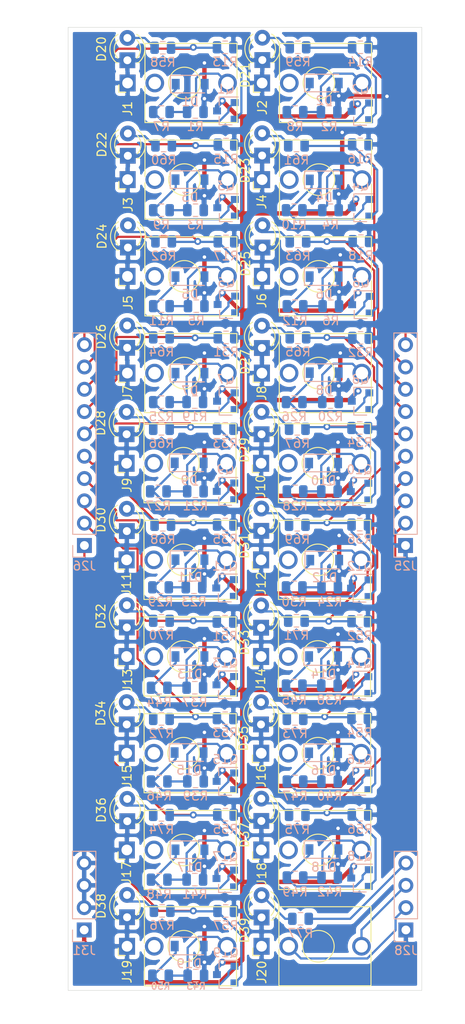
<source format=kicad_pcb>
(kicad_pcb (version 20171130) (host pcbnew "(5.1.4)-1")
  (layers (0 F.Cu signal) (31 B.Cu signal) (34 B.Paste user) (35 F.Paste user) (36 B.SilkS user) (37 F.SilkS user) (38 B.Mask user) (39 F.Mask user) (44 Edge.Cuts user))
  (net 0 "")
  (net 1 Earth)
  (net 2 "Net-(D1-Pad1)")
  (net 3 "Net-(D2-Pad1)")
  (net 4 "Net-(D3-Pad1)")
  (net 5 "Net-(D4-Pad1)")
  (net 6 "Net-(D5-Pad1)")
  (net 7 "Net-(D6-Pad1)")
  (net 8 "Net-(D7-Pad1)")
  (net 9 "Net-(D8-Pad1)")
  (net 10 "Net-(D9-Pad1)")
  (net 11 "Net-(D10-Pad1)")
  (net 12 "Net-(D11-Pad1)")
  (net 13 "Net-(D12-Pad1)")
  (net 14 "Net-(D13-Pad1)")
  (net 15 "Net-(D14-Pad1)")
  (net 16 "Net-(D15-Pad1)")
  (net 17 "Net-(D16-Pad1)")
  (net 18 "Net-(D17-Pad1)")
  (net 19 "Net-(D18-Pad1)")
  (net 20 "Net-(D19-Pad1)")
  (net 21 "Net-(D20-Pad2)")
  (net 22 "Net-(D21-Pad2)")
  (net 23 "Net-(D22-Pad2)")
  (net 24 "Net-(D23-Pad2)")
  (net 25 "Net-(D24-Pad2)")
  (net 26 "Net-(D25-Pad2)")
  (net 27 "Net-(D26-Pad2)")
  (net 28 "Net-(D27-Pad2)")
  (net 29 "Net-(D28-Pad2)")
  (net 30 "Net-(D29-Pad2)")
  (net 31 "Net-(D30-Pad2)")
  (net 32 "Net-(D31-Pad2)")
  (net 33 "Net-(D32-Pad2)")
  (net 34 "Net-(D33-Pad2)")
  (net 35 "Net-(D34-Pad2)")
  (net 36 "Net-(D35-Pad2)")
  (net 37 "Net-(D36-Pad2)")
  (net 38 "Net-(D37-Pad2)")
  (net 39 "Net-(D38-Pad2)")
  (net 40 "Net-(D39-Pad2)")
  (net 41 "Net-(J1-PadT)")
  (net 42 "Net-(J2-PadT)")
  (net 43 "Net-(J3-PadT)")
  (net 44 "Net-(J4-PadT)")
  (net 45 "Net-(J5-PadT)")
  (net 46 "Net-(J6-PadT)")
  (net 47 "Net-(J7-PadT)")
  (net 48 "Net-(J8-PadT)")
  (net 49 "Net-(J9-PadT)")
  (net 50 "Net-(J10-PadT)")
  (net 51 "Net-(J11-PadT)")
  (net 52 "Net-(J12-PadT)")
  (net 53 "Net-(J13-PadT)")
  (net 54 "Net-(J14-PadT)")
  (net 55 "Net-(J15-PadT)")
  (net 56 "Net-(J16-PadT)")
  (net 57 "Net-(J17-PadT)")
  (net 58 "Net-(J18-PadT)")
  (net 59 "Net-(J19-PadT)")
  (net 60 MIDI_TIP)
  (net 61 MIDI_RING)
  (net 62 IN_1L)
  (net 63 IN_1R)
  (net 64 IN_2L)
  (net 65 IN_2R)
  (net 66 IN_3L)
  (net 67 IN_3R)
  (net 68 IN_4L)
  (net 69 IN_4R)
  (net 70 IN_5L)
  (net 71 IN_5R)
  (net 72 IN_6L)
  (net 73 IN_6R)
  (net 74 IN_7L)
  (net 75 IN_7R)
  (net 76 IN_8L)
  (net 77 IN_8R)
  (net 78 IN_9L)
  (net 79 IN_9R)
  (net 80 IN_10L)
  (net 81 +3V3)
  (net 82 MIDI_LED)
  (module Connector_PinHeader_2.54mm:PinHeader_1x04_P2.54mm_Vertical (layer B.Cu) (at 19.05 119.0117)
    (fp_text reference J31 (at 0 2.33) (layer B.SilkS) (effects (justify mirror)))
    (fp_text value Conn_01x04_Male)
    (pad 4 thru_hole oval (at 0 -7.62) (size 1.7 1.7) (drill 1) (layers *.Cu *.Mask) (net 1 Earth))
    (pad 3 thru_hole oval (at 0 -5.08) (size 1.7 1.7) (drill 1) (layers *.Cu *.Mask) (net 1 Earth))
    (pad 2 thru_hole oval (at 0 -2.54) (size 1.7 1.7) (drill 1) (layers *.Cu *.Mask) (net 1 Earth))
    (pad 1 thru_hole rect (at 0 0) (size 1.7 1.7) (drill 1) (layers *.Cu *.Mask) (net 81 +3V3))
  )
  (module RS:Jack_3.5mm_QingPu_WQP-PJ398SM_Vertical_CircularHoles (layer F.Cu) (at 39.2811 120.8659 90)
    (fp_text reference J20 (at -2.9591 0.0254 270) (layer F.SilkS))
    (fp_text value AudioJack3)
    (pad R thru_hole circle (at 0 3.1 270) (size 2.13 2.13) (drill 1.42) (layers *.Cu *.Mask) (net 61 MIDI_RING))
    (pad S thru_hole rect (at 0 0 270) (size 1.93 1.83) (drill 1.22) (layers *.Cu *.Mask) (net 1 Earth))
    (pad T thru_hole circle (at 0 11.4 270) (size 2.13 2.13) (drill 1.43) (layers *.Cu *.Mask) (net 60 MIDI_TIP))
  )
  (module Connector_PinHeader_2.54mm:PinHeader_1x04_P2.54mm_Vertical (layer B.Cu) (at 55.7403 119.0117)
    (fp_text reference J28 (at 0 2.33) (layer B.SilkS) (effects (justify mirror)))
    (fp_text value Conn_01x04_Male)
    (pad 4 thru_hole oval (at 0 -7.62) (size 1.7 1.7) (drill 1) (layers *.Cu *.Mask) (net 82 MIDI_LED))
    (pad 3 thru_hole oval (at 0 -5.08) (size 1.7 1.7) (drill 1) (layers *.Cu *.Mask) (net 60 MIDI_TIP))
    (pad 2 thru_hole oval (at 0 -2.54) (size 1.7 1.7) (drill 1) (layers *.Cu *.Mask) (net 61 MIDI_RING))
    (pad 1 thru_hole rect (at 0 0) (size 1.7 1.7) (drill 1) (layers *.Cu *.Mask) (net 1 Earth))
  )
  (module LED_THT:LED_D3.0mm (layer F.Cu) (at 39.2811 117.5893 90)
    (fp_text reference D39 (at -1.4732 -1.9431 90) (layer F.SilkS))
    (fp_text value LED)
    (pad 2 thru_hole circle (at 2.54 0 90) (size 1.8 1.8) (drill 0.9) (layers *.Cu *.Mask) (net 40 "Net-(D39-Pad2)"))
    (pad 1 thru_hole rect (at 0 0 90) (size 1.8 1.8) (drill 0.9) (layers *.Cu *.Mask) (net 1 Earth))
  )
  (module LED_THT:LED_D3.0mm (layer F.Cu) (at 23.9395 117.5639 90)
    (fp_text reference D38 (at 1.27 -2.96 90) (layer F.SilkS))
    (fp_text value LED)
    (pad 2 thru_hole circle (at 2.54 0 90) (size 1.8 1.8) (drill 0.9) (layers *.Cu *.Mask) (net 39 "Net-(D38-Pad2)"))
    (pad 1 thru_hole rect (at 0 0 90) (size 1.8 1.8) (drill 0.9) (layers *.Cu *.Mask) (net 1 Earth))
  )
  (module LED_THT:LED_D3.0mm (layer F.Cu) (at 39.2557 106.6038 90)
    (fp_text reference D37 (at -1.6002 -1.9177 90) (layer F.SilkS))
    (fp_text value LED)
    (pad 2 thru_hole circle (at 2.54 0 90) (size 1.8 1.8) (drill 0.9) (layers *.Cu *.Mask) (net 38 "Net-(D37-Pad2)"))
    (pad 1 thru_hole rect (at 0 0 90) (size 1.8 1.8) (drill 0.9) (layers *.Cu *.Mask) (net 1 Earth))
  )
  (module LED_THT:LED_D3.0mm (layer F.Cu) (at 23.9649 106.6315 90)
    (fp_text reference D36 (at 1.27 -2.96 90) (layer F.SilkS))
    (fp_text value LED)
    (pad 2 thru_hole circle (at 2.54 0 90) (size 1.8 1.8) (drill 0.9) (layers *.Cu *.Mask) (net 37 "Net-(D36-Pad2)"))
    (pad 1 thru_hole rect (at 0 0 90) (size 1.8 1.8) (drill 0.9) (layers *.Cu *.Mask) (net 1 Earth))
  )
  (module LED_THT:LED_D3.0mm (layer F.Cu) (at 39.2176 95.6183 90)
    (fp_text reference D35 (at -1.6002 -2.0066 90) (layer F.SilkS))
    (fp_text value LED)
    (pad 2 thru_hole circle (at 2.54 0 90) (size 1.8 1.8) (drill 0.9) (layers *.Cu *.Mask) (net 36 "Net-(D35-Pad2)"))
    (pad 1 thru_hole rect (at 0 0 90) (size 1.8 1.8) (drill 0.9) (layers *.Cu *.Mask) (net 1 Earth))
  )
  (module LED_THT:LED_D3.0mm (layer F.Cu) (at 23.9014 95.6183 90)
    (fp_text reference D34 (at 1.27 -2.96 90) (layer F.SilkS))
    (fp_text value LED)
    (pad 2 thru_hole circle (at 2.54 0 90) (size 1.8 1.8) (drill 0.9) (layers *.Cu *.Mask) (net 35 "Net-(D34-Pad2)"))
    (pad 1 thru_hole rect (at 0 0 90) (size 1.8 1.8) (drill 0.9) (layers *.Cu *.Mask) (net 1 Earth))
  )
  (module LED_THT:LED_D3.0mm (layer F.Cu) (at 39.2303 84.6074 90)
    (fp_text reference D33 (at -1.6891 -1.8923 90) (layer F.SilkS))
    (fp_text value LED)
    (pad 2 thru_hole circle (at 2.54 0 90) (size 1.8 1.8) (drill 0.9) (layers *.Cu *.Mask) (net 34 "Net-(D33-Pad2)"))
    (pad 1 thru_hole rect (at 0 0 90) (size 1.8 1.8) (drill 0.9) (layers *.Cu *.Mask) (net 1 Earth))
  )
  (module LED_THT:LED_D3.0mm (layer F.Cu) (at 23.9141 84.582 90)
    (fp_text reference D32 (at 1.27 -2.96 90) (layer F.SilkS))
    (fp_text value LED)
    (pad 2 thru_hole circle (at 2.54 0 90) (size 1.8 1.8) (drill 0.9) (layers *.Cu *.Mask) (net 33 "Net-(D32-Pad2)"))
    (pad 1 thru_hole rect (at 0 0 90) (size 1.8 1.8) (drill 0.9) (layers *.Cu *.Mask) (net 1 Earth))
  )
  (module LED_THT:LED_D3.0mm (layer F.Cu) (at 39.2557 73.5838 90)
    (fp_text reference D31 (at -1.7272 -1.9177 90) (layer F.SilkS))
    (fp_text value LED)
    (pad 2 thru_hole circle (at 2.54 0 90) (size 1.8 1.8) (drill 0.9) (layers *.Cu *.Mask) (net 32 "Net-(D31-Pad2)"))
    (pad 1 thru_hole rect (at 0 0 90) (size 1.8 1.8) (drill 0.9) (layers *.Cu *.Mask) (net 1 Earth))
  )
  (module LED_THT:LED_D3.0mm (layer F.Cu) (at 23.9141 73.6092 90)
    (fp_text reference D30 (at 1.27 -2.96 90) (layer F.SilkS))
    (fp_text value LED)
    (pad 2 thru_hole circle (at 2.54 0 90) (size 1.8 1.8) (drill 0.9) (layers *.Cu *.Mask) (net 31 "Net-(D30-Pad2)"))
    (pad 1 thru_hole rect (at 0 0 90) (size 1.8 1.8) (drill 0.9) (layers *.Cu *.Mask) (net 1 Earth))
  )
  (module LED_THT:LED_D3.0mm (layer F.Cu) (at 39.2811 62.5856 90)
    (fp_text reference D29 (at -1.8034 -1.9431 90) (layer F.SilkS))
    (fp_text value LED)
    (pad 2 thru_hole circle (at 2.54 0 90) (size 1.8 1.8) (drill 0.9) (layers *.Cu *.Mask) (net 30 "Net-(D29-Pad2)"))
    (pad 1 thru_hole rect (at 0 0 90) (size 1.8 1.8) (drill 0.9) (layers *.Cu *.Mask) (net 1 Earth))
  )
  (module LED_THT:LED_D3.0mm (layer F.Cu) (at 23.8887 62.5856 90)
    (fp_text reference D28 (at 1.27 -2.96 90) (layer F.SilkS))
    (fp_text value LED)
    (pad 2 thru_hole circle (at 2.54 0 90) (size 1.8 1.8) (drill 0.9) (layers *.Cu *.Mask) (net 29 "Net-(D28-Pad2)"))
    (pad 1 thru_hole rect (at 0 0 90) (size 1.8 1.8) (drill 0.9) (layers *.Cu *.Mask) (net 1 Earth))
  )
  (module LED_THT:LED_D3.0mm (layer F.Cu) (at 39.3192 52.7685 90)
    (fp_text reference D27 (at -1.5875 -1.9177 90) (layer F.SilkS))
    (fp_text value LED)
    (pad 2 thru_hole circle (at 2.54 0 90) (size 1.8 1.8) (drill 0.9) (layers *.Cu *.Mask) (net 28 "Net-(D27-Pad2)"))
    (pad 1 thru_hole rect (at 0 0 90) (size 1.8 1.8) (drill 0.9) (layers *.Cu *.Mask) (net 1 Earth))
  )
  (module LED_THT:LED_D3.0mm (layer F.Cu) (at 23.9522 52.7431 90)
    (fp_text reference D26 (at 1.27 -2.96 90) (layer F.SilkS))
    (fp_text value LED)
    (pad 2 thru_hole circle (at 2.54 0 90) (size 1.8 1.8) (drill 0.9) (layers *.Cu *.Mask) (net 27 "Net-(D26-Pad2)"))
    (pad 1 thru_hole rect (at 0 0 90) (size 1.8 1.8) (drill 0.9) (layers *.Cu *.Mask) (net 1 Earth))
  )
  (module LED_THT:LED_D3.0mm (layer F.Cu) (at 39.3827 41.3385 90)
    (fp_text reference D25 (at -1.8415 -1.9177 90) (layer F.SilkS))
    (fp_text value LED)
    (pad 2 thru_hole circle (at 2.54 0 90) (size 1.8 1.8) (drill 0.9) (layers *.Cu *.Mask) (net 26 "Net-(D25-Pad2)"))
    (pad 1 thru_hole rect (at 0 0 90) (size 1.8 1.8) (drill 0.9) (layers *.Cu *.Mask) (net 1 Earth))
  )
  (module LED_THT:LED_D3.0mm (layer F.Cu) (at 24.0411 41.3385 90)
    (fp_text reference D24 (at 1.27 -2.96 90) (layer F.SilkS))
    (fp_text value LED)
    (pad 2 thru_hole circle (at 2.54 0 90) (size 1.8 1.8) (drill 0.9) (layers *.Cu *.Mask) (net 25 "Net-(D24-Pad2)"))
    (pad 1 thru_hole rect (at 0 0 90) (size 1.8 1.8) (drill 0.9) (layers *.Cu *.Mask) (net 1 Earth))
  )
  (module LED_THT:LED_D3.0mm (layer F.Cu) (at 39.3446 30.861 90)
    (fp_text reference D23 (at -1.7145 -1.9431 90) (layer F.SilkS))
    (fp_text value LED)
    (pad 2 thru_hole circle (at 2.54 0 90) (size 1.8 1.8) (drill 0.9) (layers *.Cu *.Mask) (net 24 "Net-(D23-Pad2)"))
    (pad 1 thru_hole rect (at 0 0 90) (size 1.8 1.8) (drill 0.9) (layers *.Cu *.Mask) (net 1 Earth))
  )
  (module LED_THT:LED_D3.0mm (layer F.Cu) (at 24.0284 30.8864 90)
    (fp_text reference D22 (at 1.27 -2.96 90) (layer F.SilkS))
    (fp_text value LED)
    (pad 2 thru_hole circle (at 2.54 0 90) (size 1.8 1.8) (drill 0.9) (layers *.Cu *.Mask) (net 23 "Net-(D22-Pad2)"))
    (pad 1 thru_hole rect (at 0 0 90) (size 1.8 1.8) (drill 0.9) (layers *.Cu *.Mask) (net 1 Earth))
  )
  (module LED_THT:LED_D3.0mm (layer F.Cu) (at 39.37 19.9898 90)
    (fp_text reference D21 (at -1.7272 -1.9685 90) (layer F.SilkS))
    (fp_text value LED)
    (pad 2 thru_hole circle (at 2.54 0 90) (size 1.8 1.8) (drill 0.9) (layers *.Cu *.Mask) (net 22 "Net-(D21-Pad2)"))
    (pad 1 thru_hole rect (at 0 0 90) (size 1.8 1.8) (drill 0.9) (layers *.Cu *.Mask) (net 1 Earth))
  )
  (module LED_THT:LED_D3.0mm (layer F.Cu) (at 23.9776 20.0152 90)
    (fp_text reference D20 (at 1.27 -2.96 90) (layer F.SilkS))
    (fp_text value LED)
    (pad 2 thru_hole circle (at 2.54 0 90) (size 1.8 1.8) (drill 0.9) (layers *.Cu *.Mask) (net 21 "Net-(D20-Pad2)"))
    (pad 1 thru_hole rect (at 0 0 90) (size 1.8 1.8) (drill 0.9) (layers *.Cu *.Mask) (net 1 Earth))
  )
  (module Resistor_SMD:R_0805_2012Metric (layer B.Cu) (at 43.7261 117.7417)
    (fp_text reference R77 (at 0 1.65) (layer B.SilkS) (effects (justify mirror)))
    (fp_text value 4.7k)
    (pad 2 smd roundrect (at 0.9375 0) (size 0.975 1.4) (layers B.Cu B.Paste B.Mask) (net 82 MIDI_LED))
    (pad 1 smd roundrect (at -0.9375 0) (size 0.975 1.4) (layers B.Cu B.Paste B.Mask) (net 40 "Net-(D39-Pad2)"))
  )
  (module Resistor_SMD:R_0805_2012Metric (layer B.Cu) (at 27.94 116.84)
    (fp_text reference R76 (at 0 1.65) (layer B.SilkS) (effects (justify mirror)))
    (fp_text value 4.7k)
    (pad 2 smd roundrect (at 0.9375 0) (size 0.975 1.4) (layers B.Cu B.Paste B.Mask) (net 80 IN_10L))
    (pad 1 smd roundrect (at -0.9375 0) (size 0.975 1.4) (layers B.Cu B.Paste B.Mask) (net 39 "Net-(D38-Pad2)"))
  )
  (module Resistor_SMD:R_0805_2012Metric (layer B.Cu) (at 43.3555 105.918)
    (fp_text reference R75 (at 0 1.65) (layer B.SilkS) (effects (justify mirror)))
    (fp_text value 4.7k)
    (pad 2 smd roundrect (at 0.9375 0) (size 0.975 1.4) (layers B.Cu B.Paste B.Mask) (net 79 IN_9R))
    (pad 1 smd roundrect (at -0.9375 0) (size 0.975 1.4) (layers B.Cu B.Paste B.Mask) (net 38 "Net-(D37-Pad2)"))
  )
  (module Resistor_SMD:R_0805_2012Metric (layer B.Cu) (at 27.8615 105.918)
    (fp_text reference R74 (at 0 1.65) (layer B.SilkS) (effects (justify mirror)))
    (fp_text value 4.7k)
    (pad 2 smd roundrect (at 0.9375 0) (size 0.975 1.4) (layers B.Cu B.Paste B.Mask) (net 78 IN_9L))
    (pad 1 smd roundrect (at -0.9375 0) (size 0.975 1.4) (layers B.Cu B.Paste B.Mask) (net 37 "Net-(D36-Pad2)"))
  )
  (module Resistor_SMD:R_0805_2012Metric (layer B.Cu) (at 43.1015 94.996)
    (fp_text reference R73 (at 0 1.65) (layer B.SilkS) (effects (justify mirror)))
    (fp_text value 4.7k)
    (pad 2 smd roundrect (at 0.9375 0) (size 0.975 1.4) (layers B.Cu B.Paste B.Mask) (net 77 IN_8R))
    (pad 1 smd roundrect (at -0.9375 0) (size 0.975 1.4) (layers B.Cu B.Paste B.Mask) (net 36 "Net-(D35-Pad2)"))
  )
  (module Resistor_SMD:R_0805_2012Metric (layer B.Cu) (at 27.8615 94.996)
    (fp_text reference R72 (at 0 1.65) (layer B.SilkS) (effects (justify mirror)))
    (fp_text value 4.7k)
    (pad 2 smd roundrect (at 0.9375 0) (size 0.975 1.4) (layers B.Cu B.Paste B.Mask) (net 76 IN_8L))
    (pad 1 smd roundrect (at -0.9375 0) (size 0.975 1.4) (layers B.Cu B.Paste B.Mask) (net 35 "Net-(D34-Pad2)"))
  )
  (module Resistor_SMD:R_0805_2012Metric (layer B.Cu) (at 43.2585 83.82)
    (fp_text reference R71 (at 0 1.65) (layer B.SilkS) (effects (justify mirror)))
    (fp_text value 4.7k)
    (pad 2 smd roundrect (at 0.9375 0) (size 0.975 1.4) (layers B.Cu B.Paste B.Mask) (net 75 IN_7R))
    (pad 1 smd roundrect (at -0.9375 0) (size 0.975 1.4) (layers B.Cu B.Paste B.Mask) (net 34 "Net-(D33-Pad2)"))
  )
  (module Resistor_SMD:R_0805_2012Metric (layer B.Cu) (at 27.8615 83.82)
    (fp_text reference R70 (at 0 1.65) (layer B.SilkS) (effects (justify mirror)))
    (fp_text value 4.7k)
    (pad 2 smd roundrect (at 0.9375 0) (size 0.975 1.4) (layers B.Cu B.Paste B.Mask) (net 74 IN_7L))
    (pad 1 smd roundrect (at -0.9375 0) (size 0.975 1.4) (layers B.Cu B.Paste B.Mask) (net 33 "Net-(D32-Pad2)"))
  )
  (module Resistor_SMD:R_0805_2012Metric (layer B.Cu) (at 43.3555 72.898)
    (fp_text reference R69 (at 0 1.65) (layer B.SilkS) (effects (justify mirror)))
    (fp_text value 4.7k)
    (pad 2 smd roundrect (at 0.9375 0) (size 0.975 1.4) (layers B.Cu B.Paste B.Mask) (net 73 IN_6R))
    (pad 1 smd roundrect (at -0.9375 0) (size 0.975 1.4) (layers B.Cu B.Paste B.Mask) (net 32 "Net-(D31-Pad2)"))
  )
  (module Resistor_SMD:R_0805_2012Metric (layer B.Cu) (at 28.0185 72.898)
    (fp_text reference R68 (at 0 1.65) (layer B.SilkS) (effects (justify mirror)))
    (fp_text value 4.7k)
    (pad 2 smd roundrect (at 0.9375 0) (size 0.975 1.4) (layers B.Cu B.Paste B.Mask) (net 72 IN_6L))
    (pad 1 smd roundrect (at -0.9375 0) (size 0.975 1.4) (layers B.Cu B.Paste B.Mask) (net 31 "Net-(D30-Pad2)"))
  )
  (module Resistor_SMD:R_0805_2012Metric (layer B.Cu) (at 43.3555 61.976)
    (fp_text reference R67 (at 0 1.65) (layer B.SilkS) (effects (justify mirror)))
    (fp_text value 4.7k)
    (pad 2 smd roundrect (at 0.9375 0) (size 0.975 1.4) (layers B.Cu B.Paste B.Mask) (net 71 IN_5R))
    (pad 1 smd roundrect (at -0.9375 0) (size 0.975 1.4) (layers B.Cu B.Paste B.Mask) (net 30 "Net-(D29-Pad2)"))
  )
  (module Resistor_SMD:R_0805_2012Metric (layer B.Cu) (at 27.8615 61.976)
    (fp_text reference R66 (at 0 1.65) (layer B.SilkS) (effects (justify mirror)))
    (fp_text value 4.7k)
    (pad 2 smd roundrect (at 0.9375 0) (size 0.975 1.4) (layers B.Cu B.Paste B.Mask) (net 70 IN_5L))
    (pad 1 smd roundrect (at -0.9375 0) (size 0.975 1.4) (layers B.Cu B.Paste B.Mask) (net 29 "Net-(D28-Pad2)"))
  )
  (module Resistor_SMD:R_0805_2012Metric (layer B.Cu) (at 43.434 51.562)
    (fp_text reference R65 (at 0 1.65) (layer B.SilkS) (effects (justify mirror)))
    (fp_text value 4.7k)
    (pad 2 smd roundrect (at 0.9375 0) (size 0.975 1.4) (layers B.Cu B.Paste B.Mask) (net 69 IN_4R))
    (pad 1 smd roundrect (at -0.9375 0) (size 0.975 1.4) (layers B.Cu B.Paste B.Mask) (net 28 "Net-(D27-Pad2)"))
  )
  (module Resistor_SMD:R_0805_2012Metric (layer B.Cu) (at 27.8615 51.562)
    (fp_text reference R64 (at 0 1.65) (layer B.SilkS) (effects (justify mirror)))
    (fp_text value 4.7k)
    (pad 2 smd roundrect (at 0.9375 0) (size 0.975 1.4) (layers B.Cu B.Paste B.Mask) (net 68 IN_4L))
    (pad 1 smd roundrect (at -0.9375 0) (size 0.975 1.4) (layers B.Cu B.Paste B.Mask) (net 27 "Net-(D26-Pad2)"))
  )
  (module Resistor_SMD:R_0805_2012Metric (layer B.Cu) (at 43.434 40.64)
    (fp_text reference R63 (at 0 1.65) (layer B.SilkS) (effects (justify mirror)))
    (fp_text value 4.7k)
    (pad 2 smd roundrect (at 0.9375 0) (size 0.975 1.4) (layers B.Cu B.Paste B.Mask) (net 67 IN_3R))
    (pad 1 smd roundrect (at -0.9375 0) (size 0.975 1.4) (layers B.Cu B.Paste B.Mask) (net 26 "Net-(D25-Pad2)"))
  )
  (module Resistor_SMD:R_0805_2012Metric (layer B.Cu) (at 28.1155 40.64)
    (fp_text reference R62 (at 0 1.65) (layer B.SilkS) (effects (justify mirror)))
    (fp_text value 4.7k)
    (pad 2 smd roundrect (at 0.9375 0) (size 0.975 1.4) (layers B.Cu B.Paste B.Mask) (net 66 IN_3L))
    (pad 1 smd roundrect (at -0.9375 0) (size 0.975 1.4) (layers B.Cu B.Paste B.Mask) (net 25 "Net-(D24-Pad2)"))
  )
  (module Resistor_SMD:R_0805_2012Metric (layer B.Cu) (at 43.2585 29.718)
    (fp_text reference R61 (at 0 1.65) (layer B.SilkS) (effects (justify mirror)))
    (fp_text value 4.7k)
    (pad 2 smd roundrect (at 0.9375 0) (size 0.975 1.4) (layers B.Cu B.Paste B.Mask) (net 65 IN_2R))
    (pad 1 smd roundrect (at -0.9375 0) (size 0.975 1.4) (layers B.Cu B.Paste B.Mask) (net 24 "Net-(D23-Pad2)"))
  )
  (module Resistor_SMD:R_0805_2012Metric (layer B.Cu) (at 28.1155 29.718)
    (fp_text reference R60 (at 0 1.65) (layer B.SilkS) (effects (justify mirror)))
    (fp_text value 4.7k)
    (pad 2 smd roundrect (at 0.9375 0) (size 0.975 1.4) (layers B.Cu B.Paste B.Mask) (net 64 IN_2L))
    (pad 1 smd roundrect (at -0.9375 0) (size 0.975 1.4) (layers B.Cu B.Paste B.Mask) (net 23 "Net-(D22-Pad2)"))
  )
  (module Resistor_SMD:R_0805_2012Metric (layer B.Cu) (at 43.434 18.542)
    (fp_text reference R59 (at 0 1.65) (layer B.SilkS) (effects (justify mirror)))
    (fp_text value 4.7k)
    (pad 2 smd roundrect (at 0.9375 0) (size 0.975 1.4) (layers B.Cu B.Paste B.Mask) (net 63 IN_1R))
    (pad 1 smd roundrect (at -0.9375 0) (size 0.975 1.4) (layers B.Cu B.Paste B.Mask) (net 22 "Net-(D21-Pad2)"))
  )
  (module Resistor_SMD:R_0805_2012Metric (layer B.Cu) (at 28.0185 18.5928)
    (fp_text reference R58 (at 0 1.65 180) (layer B.SilkS) (effects (justify mirror)))
    (fp_text value 4.7k)
    (pad 2 smd roundrect (at 0.9375 0) (size 0.975 1.4) (layers B.Cu B.Paste B.Mask) (net 62 IN_1L))
    (pad 1 smd roundrect (at -0.9375 0) (size 0.975 1.4) (layers B.Cu B.Paste B.Mask) (net 21 "Net-(D20-Pad2)"))
  )
  (module Resistor_SMD:R_0805_2012Metric (layer B.Cu) (at 35.1917 116.8527)
    (fp_text reference R57 (at 0 1.65) (layer B.SilkS) (effects (justify mirror)))
    (fp_text value 10k)
    (pad 2 smd roundrect (at 0.9375 0) (size 0.975 1.4) (layers B.Cu B.Paste B.Mask) (net 1 Earth))
    (pad 1 smd roundrect (at -0.9375 0) (size 0.975 1.4) (layers B.Cu B.Paste B.Mask) (net 80 IN_10L))
  )
  (module Resistor_SMD:R_0805_2012Metric (layer B.Cu) (at 50.5079 105.8926)
    (fp_text reference R56 (at 0 1.65) (layer B.SilkS) (effects (justify mirror)))
    (fp_text value 10k)
    (pad 2 smd roundrect (at 0.9375 0) (size 0.975 1.4) (layers B.Cu B.Paste B.Mask) (net 1 Earth))
    (pad 1 smd roundrect (at -0.9375 0) (size 0.975 1.4) (layers B.Cu B.Paste B.Mask) (net 79 IN_9R))
  )
  (module Resistor_SMD:R_0805_2012Metric (layer B.Cu) (at 35.1663 105.8926)
    (fp_text reference R55 (at 0 1.65) (layer B.SilkS) (effects (justify mirror)))
    (fp_text value 10k)
    (pad 2 smd roundrect (at 0.9375 0) (size 0.975 1.4) (layers B.Cu B.Paste B.Mask) (net 1 Earth))
    (pad 1 smd roundrect (at -0.9375 0) (size 0.975 1.4) (layers B.Cu B.Paste B.Mask) (net 78 IN_9L))
  )
  (module Resistor_SMD:R_0805_2012Metric (layer B.Cu) (at 50.4698 94.9071)
    (fp_text reference R54 (at 0 1.65) (layer B.SilkS) (effects (justify mirror)))
    (fp_text value 10k)
    (pad 2 smd roundrect (at 0.9375 0) (size 0.975 1.4) (layers B.Cu B.Paste B.Mask) (net 1 Earth))
    (pad 1 smd roundrect (at -0.9375 0) (size 0.975 1.4) (layers B.Cu B.Paste B.Mask) (net 77 IN_8R))
  )
  (module Resistor_SMD:R_0805_2012Metric (layer B.Cu) (at 35.1282 94.9071)
    (fp_text reference R53 (at 0 1.65) (layer B.SilkS) (effects (justify mirror)))
    (fp_text value 10k)
    (pad 2 smd roundrect (at 0.9375 0) (size 0.975 1.4) (layers B.Cu B.Paste B.Mask) (net 1 Earth))
    (pad 1 smd roundrect (at -0.9375 0) (size 0.975 1.4) (layers B.Cu B.Paste B.Mask) (net 76 IN_8L))
  )
  (module Resistor_SMD:R_0805_2012Metric (layer B.Cu) (at 50.4825 83.8708)
    (fp_text reference R52 (at 0 1.65) (layer B.SilkS) (effects (justify mirror)))
    (fp_text value 10k)
    (pad 2 smd roundrect (at 0.9375 0) (size 0.975 1.4) (layers B.Cu B.Paste B.Mask) (net 1 Earth))
    (pad 1 smd roundrect (at -0.9375 0) (size 0.975 1.4) (layers B.Cu B.Paste B.Mask) (net 75 IN_7R))
  )
  (module Resistor_SMD:R_0805_2012Metric (layer B.Cu) (at 35.1155 83.9216)
    (fp_text reference R51 (at 0 1.65) (layer B.SilkS) (effects (justify mirror)))
    (fp_text value 10k)
    (pad 2 smd roundrect (at 0.9375 0) (size 0.975 1.4) (layers B.Cu B.Paste B.Mask) (net 1 Earth))
    (pad 1 smd roundrect (at -0.9375 0) (size 0.975 1.4) (layers B.Cu B.Paste B.Mask) (net 74 IN_7L))
  )
  (module Resistor_SMD:R_0805_2012Metric (layer B.Cu) (at 27.7645 124.206)
    (fp_text reference R50 (at 0 1.2065) (layer B.SilkS) (effects (font (size 0.75 0.75)) (justify mirror)))
    (fp_text value 10k)
    (pad 2 smd roundrect (at 0.9375 0) (size 0.975 1.4) (layers B.Cu B.Paste B.Mask) (net 59 "Net-(J19-PadT)"))
    (pad 1 smd roundrect (at -0.9375 0) (size 0.975 1.4) (layers B.Cu B.Paste B.Mask) (net 20 "Net-(D19-Pad1)"))
  )
  (module Resistor_SMD:R_0805_2012Metric (layer B.Cu) (at 43.1015 113.03)
    (fp_text reference R49 (at 0 1.65) (layer B.SilkS) (effects (justify mirror)))
    (fp_text value 10k)
    (pad 2 smd roundrect (at 0.9375 0) (size 0.975 1.4) (layers B.Cu B.Paste B.Mask) (net 58 "Net-(J18-PadT)"))
    (pad 1 smd roundrect (at -0.9375 0) (size 0.975 1.4) (layers B.Cu B.Paste B.Mask) (net 19 "Net-(D18-Pad1)"))
  )
  (module Resistor_SMD:R_0805_2012Metric (layer B.Cu) (at 27.6075 113.284)
    (fp_text reference R48 (at 0 1.65) (layer B.SilkS) (effects (justify mirror)))
    (fp_text value 10k)
    (pad 2 smd roundrect (at 0.9375 0) (size 0.975 1.4) (layers B.Cu B.Paste B.Mask) (net 57 "Net-(J17-PadT)"))
    (pad 1 smd roundrect (at -0.9375 0) (size 0.975 1.4) (layers B.Cu B.Paste B.Mask) (net 18 "Net-(D17-Pad1)"))
  )
  (module Resistor_SMD:R_0805_2012Metric (layer B.Cu) (at 43.1015 102.108)
    (fp_text reference R47 (at 0 1.65) (layer B.SilkS) (effects (justify mirror)))
    (fp_text value 10k)
    (pad 2 smd roundrect (at 0.9375 0) (size 0.975 1.4) (layers B.Cu B.Paste B.Mask) (net 56 "Net-(J16-PadT)"))
    (pad 1 smd roundrect (at -0.9375 0) (size 0.975 1.4) (layers B.Cu B.Paste B.Mask) (net 17 "Net-(D16-Pad1)"))
  )
  (module Resistor_SMD:R_0805_2012Metric (layer B.Cu) (at 27.6075 102.108)
    (fp_text reference R46 (at 0 1.65) (layer B.SilkS) (effects (justify mirror)))
    (fp_text value 10k)
    (pad 2 smd roundrect (at 0.9375 0) (size 0.975 1.4) (layers B.Cu B.Paste B.Mask) (net 55 "Net-(J15-PadT)"))
    (pad 1 smd roundrect (at -0.9375 0) (size 0.975 1.4) (layers B.Cu B.Paste B.Mask) (net 16 "Net-(D15-Pad1)"))
  )
  (module Resistor_SMD:R_0805_2012Metric (layer B.Cu) (at 43.0045 91.186)
    (fp_text reference R45 (at 0 1.65) (layer B.SilkS) (effects (justify mirror)))
    (fp_text value 10k)
    (pad 2 smd roundrect (at 0.9375 0) (size 0.975 1.4) (layers B.Cu B.Paste B.Mask) (net 54 "Net-(J14-PadT)"))
    (pad 1 smd roundrect (at -0.9375 0) (size 0.975 1.4) (layers B.Cu B.Paste B.Mask) (net 15 "Net-(D14-Pad1)"))
  )
  (module Resistor_SMD:R_0805_2012Metric (layer B.Cu) (at 27.6075 91.44)
    (fp_text reference R44 (at 0 1.65) (layer B.SilkS) (effects (justify mirror)))
    (fp_text value 10k)
    (pad 2 smd roundrect (at 0.9375 0) (size 0.975 1.4) (layers B.Cu B.Paste B.Mask) (net 53 "Net-(J13-PadT)"))
    (pad 1 smd roundrect (at -0.9375 0) (size 0.975 1.4) (layers B.Cu B.Paste B.Mask) (net 14 "Net-(D13-Pad1)"))
  )
  (module Resistor_SMD:R_0805_2012Metric (layer B.Cu) (at 31.7881 124.206)
    (fp_text reference R43 (at 0.0254 1.2065) (layer B.SilkS) (effects (font (size 0.75 0.75)) (justify mirror)))
    (fp_text value 100k)
    (pad 2 smd roundrect (at 0.9375 0) (size 0.975 1.4) (layers B.Cu B.Paste B.Mask) (net 1 Earth))
    (pad 1 smd roundrect (at -0.9375 0) (size 0.975 1.4) (layers B.Cu B.Paste B.Mask) (net 59 "Net-(J19-PadT)"))
  )
  (module Resistor_SMD:R_0805_2012Metric (layer B.Cu) (at 47.0535 113.03)
    (fp_text reference R42 (at 0 1.65) (layer B.SilkS) (effects (justify mirror)))
    (fp_text value 100k)
    (pad 2 smd roundrect (at 0.9375 0) (size 0.975 1.4) (layers B.Cu B.Paste B.Mask) (net 1 Earth))
    (pad 1 smd roundrect (at -0.9375 0) (size 0.975 1.4) (layers B.Cu B.Paste B.Mask) (net 58 "Net-(J18-PadT)"))
  )
  (module Resistor_SMD:R_0805_2012Metric (layer B.Cu) (at 31.6715 113.284)
    (fp_text reference R41 (at 0 1.65) (layer B.SilkS) (effects (justify mirror)))
    (fp_text value 100k)
    (pad 2 smd roundrect (at 0.9375 0) (size 0.975 1.4) (layers B.Cu B.Paste B.Mask) (net 1 Earth))
    (pad 1 smd roundrect (at -0.9375 0) (size 0.975 1.4) (layers B.Cu B.Paste B.Mask) (net 57 "Net-(J17-PadT)"))
  )
  (module Resistor_SMD:R_0805_2012Metric (layer B.Cu) (at 47.0385 102.108)
    (fp_text reference R40 (at 0 1.65) (layer B.SilkS) (effects (justify mirror)))
    (fp_text value 100k)
    (pad 2 smd roundrect (at 0.9375 0) (size 0.975 1.4) (layers B.Cu B.Paste B.Mask) (net 1 Earth))
    (pad 1 smd roundrect (at -0.9375 0) (size 0.975 1.4) (layers B.Cu B.Paste B.Mask) (net 56 "Net-(J16-PadT)"))
  )
  (module Resistor_SMD:R_0805_2012Metric (layer B.Cu) (at 31.75 102.108)
    (fp_text reference R39 (at 0 1.65) (layer B.SilkS) (effects (justify mirror)))
    (fp_text value 100k)
    (pad 2 smd roundrect (at 0.9375 0) (size 0.975 1.4) (layers B.Cu B.Paste B.Mask) (net 1 Earth))
    (pad 1 smd roundrect (at -0.9375 0) (size 0.975 1.4) (layers B.Cu B.Paste B.Mask) (net 55 "Net-(J15-PadT)"))
  )
  (module Resistor_SMD:R_0805_2012Metric (layer B.Cu) (at 47.0281 91.186)
    (fp_text reference R38 (at 0 1.65) (layer B.SilkS) (effects (justify mirror)))
    (fp_text value 100k)
    (pad 2 smd roundrect (at 0.9375 0) (size 0.975 1.4) (layers B.Cu B.Paste B.Mask) (net 1 Earth))
    (pad 1 smd roundrect (at -0.9375 0) (size 0.975 1.4) (layers B.Cu B.Paste B.Mask) (net 54 "Net-(J14-PadT)"))
  )
  (module Resistor_SMD:R_0805_2012Metric (layer B.Cu) (at 31.6715 91.44)
    (fp_text reference R37 (at 0 1.65) (layer B.SilkS) (effects (justify mirror)))
    (fp_text value 100k)
    (pad 2 smd roundrect (at 0.9375 0) (size 0.975 1.4) (layers B.Cu B.Paste B.Mask) (net 1 Earth))
    (pad 1 smd roundrect (at -0.9375 0) (size 0.975 1.4) (layers B.Cu B.Paste B.Mask) (net 53 "Net-(J13-PadT)"))
  )
  (module Resistor_SMD:R_0805_2012Metric (layer B.Cu) (at 50.4825 72.8726)
    (fp_text reference R36 (at 0 1.65) (layer B.SilkS) (effects (justify mirror)))
    (fp_text value 10k)
    (pad 2 smd roundrect (at 0.9375 0) (size 0.975 1.4) (layers B.Cu B.Paste B.Mask) (net 1 Earth))
    (pad 1 smd roundrect (at -0.9375 0) (size 0.975 1.4) (layers B.Cu B.Paste B.Mask) (net 73 IN_6R))
  )
  (module Resistor_SMD:R_0805_2012Metric (layer B.Cu) (at 35.1409 72.8726)
    (fp_text reference R35 (at 0 1.65) (layer B.SilkS) (effects (justify mirror)))
    (fp_text value 10k)
    (pad 2 smd roundrect (at 0.9375 0) (size 0.975 1.4) (layers B.Cu B.Paste B.Mask) (net 1 Earth))
    (pad 1 smd roundrect (at -0.9375 0) (size 0.975 1.4) (layers B.Cu B.Paste B.Mask) (net 72 IN_6L))
  )
  (module Resistor_SMD:R_0805_2012Metric (layer B.Cu) (at 50.4825 61.8744)
    (fp_text reference R34 (at 0 1.65) (layer B.SilkS) (effects (justify mirror)))
    (fp_text value 10k)
    (pad 2 smd roundrect (at 0.9375 0) (size 0.975 1.4) (layers B.Cu B.Paste B.Mask) (net 1 Earth))
    (pad 1 smd roundrect (at -0.9375 0) (size 0.975 1.4) (layers B.Cu B.Paste B.Mask) (net 71 IN_5R))
  )
  (module Resistor_SMD:R_0805_2012Metric (layer B.Cu) (at 35.1409 61.976)
    (fp_text reference R33 (at 0 1.65) (layer B.SilkS) (effects (justify mirror)))
    (fp_text value 10k)
    (pad 2 smd roundrect (at 0.9375 0) (size 0.975 1.4) (layers B.Cu B.Paste B.Mask) (net 1 Earth))
    (pad 1 smd roundrect (at -0.9375 0) (size 0.975 1.4) (layers B.Cu B.Paste B.Mask) (net 70 IN_5L))
  )
  (module Resistor_SMD:R_0805_2012Metric (layer B.Cu) (at 50.5714 51.6128)
    (fp_text reference R32 (at 0 1.65) (layer B.SilkS) (effects (justify mirror)))
    (fp_text value 10k)
    (pad 2 smd roundrect (at 0.9375 0) (size 0.975 1.4) (layers B.Cu B.Paste B.Mask) (net 1 Earth))
    (pad 1 smd roundrect (at -0.9375 0) (size 0.975 1.4) (layers B.Cu B.Paste B.Mask) (net 69 IN_4R))
  )
  (module Resistor_SMD:R_0805_2012Metric (layer B.Cu) (at 35.2275 51.562)
    (fp_text reference R31 (at 0 1.65) (layer B.SilkS) (effects (justify mirror)))
    (fp_text value 10k)
    (pad 2 smd roundrect (at 0.9375 0) (size 0.975 1.4) (layers B.Cu B.Paste B.Mask) (net 1 Earth))
    (pad 1 smd roundrect (at -0.9375 0) (size 0.975 1.4) (layers B.Cu B.Paste B.Mask) (net 68 IN_4L))
  )
  (module Resistor_SMD:R_0805_2012Metric (layer B.Cu) (at 43.0045 80.01)
    (fp_text reference R30 (at 0 1.65) (layer B.SilkS) (effects (justify mirror)))
    (fp_text value 10k)
    (pad 2 smd roundrect (at 0.9375 0) (size 0.975 1.4) (layers B.Cu B.Paste B.Mask) (net 52 "Net-(J12-PadT)"))
    (pad 1 smd roundrect (at -0.9375 0) (size 0.975 1.4) (layers B.Cu B.Paste B.Mask) (net 13 "Net-(D12-Pad1)"))
  )
  (module Resistor_SMD:R_0805_2012Metric (layer B.Cu) (at 27.7645 80.01)
    (fp_text reference R29 (at 0 1.65) (layer B.SilkS) (effects (justify mirror)))
    (fp_text value 10k)
    (pad 2 smd roundrect (at 0.9375 0) (size 0.975 1.4) (layers B.Cu B.Paste B.Mask) (net 51 "Net-(J11-PadT)"))
    (pad 1 smd roundrect (at -0.9375 0) (size 0.975 1.4) (layers B.Cu B.Paste B.Mask) (net 12 "Net-(D11-Pad1)"))
  )
  (module Resistor_SMD:R_0805_2012Metric (layer B.Cu) (at 43.1015 69.088)
    (fp_text reference R28 (at 0 1.65) (layer B.SilkS) (effects (justify mirror)))
    (fp_text value 10k)
    (pad 2 smd roundrect (at 0.9375 0) (size 0.975 1.4) (layers B.Cu B.Paste B.Mask) (net 50 "Net-(J10-PadT)"))
    (pad 1 smd roundrect (at -0.9375 0) (size 0.975 1.4) (layers B.Cu B.Paste B.Mask) (net 11 "Net-(D10-Pad1)"))
  )
  (module Resistor_SMD:R_0805_2012Metric (layer B.Cu) (at 27.5105 69.088)
    (fp_text reference R27 (at 0 1.65) (layer B.SilkS) (effects (justify mirror)))
    (fp_text value 10k)
    (pad 2 smd roundrect (at 0.9375 0) (size 0.975 1.4) (layers B.Cu B.Paste B.Mask) (net 49 "Net-(J9-PadT)"))
    (pad 1 smd roundrect (at -0.9375 0) (size 0.975 1.4) (layers B.Cu B.Paste B.Mask) (net 10 "Net-(D9-Pad1)"))
  )
  (module Resistor_SMD:R_0805_2012Metric (layer B.Cu) (at 43.0045 58.928)
    (fp_text reference R26 (at 0 1.65) (layer B.SilkS) (effects (justify mirror)))
    (fp_text value 10k)
    (pad 2 smd roundrect (at 0.9375 0) (size 0.975 1.4) (layers B.Cu B.Paste B.Mask) (net 48 "Net-(J8-PadT)"))
    (pad 1 smd roundrect (at -0.9375 0) (size 0.975 1.4) (layers B.Cu B.Paste B.Mask) (net 9 "Net-(D8-Pad1)"))
  )
  (module Resistor_SMD:R_0805_2012Metric (layer B.Cu) (at 27.8615 58.928)
    (fp_text reference R25 (at 0 1.65) (layer B.SilkS) (effects (justify mirror)))
    (fp_text value 10k)
    (pad 2 smd roundrect (at 0.9375 0) (size 0.975 1.4) (layers B.Cu B.Paste B.Mask) (net 47 "Net-(J7-PadT)"))
    (pad 1 smd roundrect (at -0.9375 0) (size 0.975 1.4) (layers B.Cu B.Paste B.Mask) (net 8 "Net-(D7-Pad1)"))
  )
  (module Resistor_SMD:R_0805_2012Metric (layer B.Cu) (at 47.0535 80.01)
    (fp_text reference R24 (at 0 1.65) (layer B.SilkS) (effects (justify mirror)))
    (fp_text value 100k)
    (pad 2 smd roundrect (at 0.9375 0) (size 0.975 1.4) (layers B.Cu B.Paste B.Mask) (net 1 Earth))
    (pad 1 smd roundrect (at -0.9375 0) (size 0.975 1.4) (layers B.Cu B.Paste B.Mask) (net 52 "Net-(J12-PadT)"))
  )
  (module Resistor_SMD:R_0805_2012Metric (layer B.Cu) (at 31.5745 80.01)
    (fp_text reference R23 (at 0 1.65) (layer B.SilkS) (effects (justify mirror)))
    (fp_text value 100k)
    (pad 2 smd roundrect (at 0.9375 0) (size 0.975 1.4) (layers B.Cu B.Paste B.Mask) (net 1 Earth))
    (pad 1 smd roundrect (at -0.9375 0) (size 0.975 1.4) (layers B.Cu B.Paste B.Mask) (net 51 "Net-(J11-PadT)"))
  )
  (module Resistor_SMD:R_0805_2012Metric (layer B.Cu) (at 47.0281 69.088)
    (fp_text reference R22 (at 0 1.65) (layer B.SilkS) (effects (justify mirror)))
    (fp_text value 100k)
    (pad 2 smd roundrect (at 0.9375 0) (size 0.975 1.4) (layers B.Cu B.Paste B.Mask) (net 1 Earth))
    (pad 1 smd roundrect (at -0.9375 0) (size 0.975 1.4) (layers B.Cu B.Paste B.Mask) (net 50 "Net-(J10-PadT)"))
  )
  (module Resistor_SMD:R_0805_2012Metric (layer B.Cu) (at 31.735 69.088)
    (fp_text reference R21 (at 0 1.65) (layer B.SilkS) (effects (justify mirror)))
    (fp_text value 100k)
    (pad 2 smd roundrect (at 0.9375 0) (size 0.975 1.4) (layers B.Cu B.Paste B.Mask) (net 1 Earth))
    (pad 1 smd roundrect (at -0.9375 0) (size 0.975 1.4) (layers B.Cu B.Paste B.Mask) (net 49 "Net-(J9-PadT)"))
  )
  (module Resistor_SMD:R_0805_2012Metric (layer B.Cu) (at 47.1424 58.928)
    (fp_text reference R20 (at 0 1.65) (layer B.SilkS) (effects (justify mirror)))
    (fp_text value 100k)
    (pad 2 smd roundrect (at 0.9375 0) (size 0.975 1.4) (layers B.Cu B.Paste B.Mask) (net 1 Earth))
    (pad 1 smd roundrect (at -0.9375 0) (size 0.975 1.4) (layers B.Cu B.Paste B.Mask) (net 48 "Net-(J8-PadT)"))
  )
  (module Resistor_SMD:R_0805_2012Metric (layer B.Cu) (at 31.6715 58.928)
    (fp_text reference R19 (at 0 1.65) (layer B.SilkS) (effects (justify mirror)))
    (fp_text value 100k)
    (pad 2 smd roundrect (at 0.9375 0) (size 0.975 1.4) (layers B.Cu B.Paste B.Mask) (net 1 Earth))
    (pad 1 smd roundrect (at -0.9375 0) (size 0.975 1.4) (layers B.Cu B.Paste B.Mask) (net 47 "Net-(J7-PadT)"))
  )
  (module Resistor_SMD:R_0805_2012Metric (layer B.Cu) (at 50.6095 40.6019)
    (fp_text reference R18 (at 0 1.65) (layer B.SilkS) (effects (justify mirror)))
    (fp_text value 10k)
    (pad 2 smd roundrect (at 0.9375 0) (size 0.975 1.4) (layers B.Cu B.Paste B.Mask) (net 1 Earth))
    (pad 1 smd roundrect (at -0.9375 0) (size 0.975 1.4) (layers B.Cu B.Paste B.Mask) (net 67 IN_3R))
  )
  (module Resistor_SMD:R_0805_2012Metric (layer B.Cu) (at 35.2275 40.64)
    (fp_text reference R17 (at 0 1.65) (layer B.SilkS) (effects (justify mirror)))
    (fp_text value 10k)
    (pad 2 smd roundrect (at 0.9375 0) (size 0.975 1.4) (layers B.Cu B.Paste B.Mask) (net 1 Earth))
    (pad 1 smd roundrect (at -0.9375 0) (size 0.975 1.4) (layers B.Cu B.Paste B.Mask) (net 66 IN_3L))
  )
  (module Resistor_SMD:R_0805_2012Metric (layer B.Cu) (at 50.546 29.591)
    (fp_text reference R16 (at 0 1.65) (layer B.SilkS) (effects (justify mirror)))
    (fp_text value 10k)
    (pad 2 smd roundrect (at 0.9375 0) (size 0.975 1.4) (layers B.Cu B.Paste B.Mask) (net 1 Earth))
    (pad 1 smd roundrect (at -0.9375 0) (size 0.975 1.4) (layers B.Cu B.Paste B.Mask) (net 65 IN_2R))
  )
  (module Resistor_SMD:R_0805_2012Metric (layer B.Cu) (at 35.2298 29.6164)
    (fp_text reference R15 (at 0 1.65) (layer B.SilkS) (effects (justify mirror)))
    (fp_text value 10k)
    (pad 2 smd roundrect (at 0.9375 0) (size 0.975 1.4) (layers B.Cu B.Paste B.Mask) (net 1 Earth))
    (pad 1 smd roundrect (at -0.9375 0) (size 0.975 1.4) (layers B.Cu B.Paste B.Mask) (net 64 IN_2L))
  )
  (module Resistor_SMD:R_0805_2012Metric (layer B.Cu) (at 50.546 18.542)
    (fp_text reference R14 (at 0 1.65) (layer B.SilkS) (effects (justify mirror)))
    (fp_text value 10k)
    (pad 2 smd roundrect (at 0.9375 0) (size 0.975 1.4) (layers B.Cu B.Paste B.Mask) (net 1 Earth))
    (pad 1 smd roundrect (at -0.9375 0) (size 0.975 1.4) (layers B.Cu B.Paste B.Mask) (net 63 IN_1R))
  )
  (module Resistor_SMD:R_0805_2012Metric (layer B.Cu) (at 35.1305 18.542)
    (fp_text reference R13 (at 0 1.65) (layer B.SilkS) (effects (justify mirror)))
    (fp_text value 10k)
    (pad 2 smd roundrect (at 0.9375 0) (size 0.975 1.4) (layers B.Cu B.Paste B.Mask) (net 1 Earth))
    (pad 1 smd roundrect (at -0.9375 0) (size 0.975 1.4) (layers B.Cu B.Paste B.Mask) (net 62 IN_1L))
  )
  (module Resistor_SMD:R_0805_2012Metric (layer B.Cu) (at 43.1015 48.006)
    (fp_text reference R12 (at 0 1.65) (layer B.SilkS) (effects (justify mirror)))
    (fp_text value 10k)
    (pad 2 smd roundrect (at 0.9375 0) (size 0.975 1.4) (layers B.Cu B.Paste B.Mask) (net 46 "Net-(J6-PadT)"))
    (pad 1 smd roundrect (at -0.9375 0) (size 0.975 1.4) (layers B.Cu B.Paste B.Mask) (net 7 "Net-(D6-Pad1)"))
  )
  (module Resistor_SMD:R_0805_2012Metric (layer B.Cu) (at 27.8615 48.006)
    (fp_text reference R11 (at 0 1.65) (layer B.SilkS) (effects (justify mirror)))
    (fp_text value 10k)
    (pad 2 smd roundrect (at 0.9375 0) (size 0.975 1.4) (layers B.Cu B.Paste B.Mask) (net 45 "Net-(J5-PadT)"))
    (pad 1 smd roundrect (at -0.9375 0) (size 0.975 1.4) (layers B.Cu B.Paste B.Mask) (net 6 "Net-(D5-Pad1)"))
  )
  (module Resistor_SMD:R_0805_2012Metric (layer B.Cu) (at 43.0045 37.084)
    (fp_text reference R10 (at 0 1.65) (layer B.SilkS) (effects (justify mirror)))
    (fp_text value 10k)
    (pad 2 smd roundrect (at 0.9375 0) (size 0.975 1.4) (layers B.Cu B.Paste B.Mask) (net 44 "Net-(J4-PadT)"))
    (pad 1 smd roundrect (at -0.9375 0) (size 0.975 1.4) (layers B.Cu B.Paste B.Mask) (net 5 "Net-(D4-Pad1)"))
  )
  (module Resistor_SMD:R_0805_2012Metric (layer B.Cu) (at 27.8615 37.084)
    (fp_text reference R9 (at 0 1.65) (layer B.SilkS) (effects (justify mirror)))
    (fp_text value 10k)
    (pad 2 smd roundrect (at 0.9375 0) (size 0.975 1.4) (layers B.Cu B.Paste B.Mask) (net 43 "Net-(J3-PadT)"))
    (pad 1 smd roundrect (at -0.9375 0) (size 0.975 1.4) (layers B.Cu B.Paste B.Mask) (net 4 "Net-(D3-Pad1)"))
  )
  (module Resistor_SMD:R_0805_2012Metric (layer B.Cu) (at 43.1015 25.908)
    (fp_text reference R8 (at 0 1.65) (layer B.SilkS) (effects (justify mirror)))
    (fp_text value 10k)
    (pad 2 smd roundrect (at 0.9375 0) (size 0.975 1.4) (layers B.Cu B.Paste B.Mask) (net 42 "Net-(J2-PadT)"))
    (pad 1 smd roundrect (at -0.9375 0) (size 0.975 1.4) (layers B.Cu B.Paste B.Mask) (net 3 "Net-(D2-Pad1)"))
  )
  (module Resistor_SMD:R_0805_2012Metric (layer B.Cu) (at 27.8615 25.908)
    (fp_text reference R7 (at 0 1.65) (layer B.SilkS) (effects (justify mirror)))
    (fp_text value 10k)
    (pad 2 smd roundrect (at 0.9375 0) (size 0.975 1.4) (layers B.Cu B.Paste B.Mask) (net 41 "Net-(J1-PadT)"))
    (pad 1 smd roundrect (at -0.9375 0) (size 0.975 1.4) (layers B.Cu B.Paste B.Mask) (net 2 "Net-(D1-Pad1)"))
  )
  (module Resistor_SMD:R_0805_2012Metric (layer B.Cu) (at 47.1805 48.006)
    (fp_text reference R6 (at 0 1.65) (layer B.SilkS) (effects (justify mirror)))
    (fp_text value 100k)
    (pad 2 smd roundrect (at 0.9375 0) (size 0.975 1.4) (layers B.Cu B.Paste B.Mask) (net 1 Earth))
    (pad 1 smd roundrect (at -0.9375 0) (size 0.975 1.4) (layers B.Cu B.Paste B.Mask) (net 46 "Net-(J6-PadT)"))
  )
  (module Resistor_SMD:R_0805_2012Metric (layer B.Cu) (at 31.8285 48.006)
    (fp_text reference R5 (at 0 1.65) (layer B.SilkS) (effects (justify mirror)))
    (fp_text value 100k)
    (pad 2 smd roundrect (at 0.9375 0) (size 0.975 1.4) (layers B.Cu B.Paste B.Mask) (net 1 Earth))
    (pad 1 smd roundrect (at -0.9375 0) (size 0.975 1.4) (layers B.Cu B.Paste B.Mask) (net 45 "Net-(J5-PadT)"))
  )
  (module Resistor_SMD:R_0805_2012Metric (layer B.Cu) (at 47.1424 37.084)
    (fp_text reference R4 (at 0 1.65) (layer B.SilkS) (effects (justify mirror)))
    (fp_text value 100k)
    (pad 2 smd roundrect (at 0.9375 0) (size 0.975 1.4) (layers B.Cu B.Paste B.Mask) (net 1 Earth))
    (pad 1 smd roundrect (at -0.9375 0) (size 0.975 1.4) (layers B.Cu B.Paste B.Mask) (net 44 "Net-(J4-PadT)"))
  )
  (module Resistor_SMD:R_0805_2012Metric (layer B.Cu) (at 31.75 37.084)
    (fp_text reference R3 (at 0 1.65) (layer B.SilkS) (effects (justify mirror)))
    (fp_text value 100k)
    (pad 2 smd roundrect (at 0.9375 0) (size 0.975 1.4) (layers B.Cu B.Paste B.Mask) (net 1 Earth))
    (pad 1 smd roundrect (at -0.9375 0) (size 0.975 1.4) (layers B.Cu B.Paste B.Mask) (net 43 "Net-(J3-PadT)"))
  )
  (module Resistor_SMD:R_0805_2012Metric (layer B.Cu) (at 46.99 25.908)
    (fp_text reference R2 (at 0 1.65) (layer B.SilkS) (effects (justify mirror)))
    (fp_text value 100k)
    (pad 2 smd roundrect (at 0.9375 0) (size 0.975 1.4) (layers B.Cu B.Paste B.Mask) (net 1 Earth))
    (pad 1 smd roundrect (at -0.9375 0) (size 0.975 1.4) (layers B.Cu B.Paste B.Mask) (net 42 "Net-(J2-PadT)"))
  )
  (module Resistor_SMD:R_0805_2012Metric (layer B.Cu) (at 31.7246 25.908)
    (fp_text reference R1 (at 0 1.65) (layer B.SilkS) (effects (justify mirror)))
    (fp_text value 100k)
    (pad 2 smd roundrect (at 0.9375 0) (size 0.975 1.4) (layers B.Cu B.Paste B.Mask) (net 1 Earth))
    (pad 1 smd roundrect (at -0.9375 0) (size 0.975 1.4) (layers B.Cu B.Paste B.Mask) (net 41 "Net-(J1-PadT)"))
  )
  (module Package_TO_SOT_SMD:SOT-23 (layer B.Cu) (at 35.1917 124.0917 180)
    (fp_text reference Q19 (at 0 2.5) (layer B.SilkS) (effects (justify mirror)))
    (fp_text value MMBT3904)
    (pad 3 smd rect (at 1 0 180) (size 0.9 0.8) (layers B.Cu B.Paste B.Mask) (net 81 +3V3))
    (pad 2 smd rect (at -1 -0.95 180) (size 0.9 0.8) (layers B.Cu B.Paste B.Mask) (net 80 IN_10L))
    (pad 1 smd rect (at -1 0.95 180) (size 0.9 0.8) (layers B.Cu B.Paste B.Mask) (net 20 "Net-(D19-Pad1)"))
  )
  (module Package_TO_SOT_SMD:SOT-23 (layer B.Cu) (at 50.5079 113.1062 180)
    (fp_text reference Q18 (at 0 2.5) (layer B.SilkS) (effects (justify mirror)))
    (fp_text value MMBT3904)
    (pad 3 smd rect (at 1 0 180) (size 0.9 0.8) (layers B.Cu B.Paste B.Mask) (net 81 +3V3))
    (pad 2 smd rect (at -1 -0.95 180) (size 0.9 0.8) (layers B.Cu B.Paste B.Mask) (net 79 IN_9R))
    (pad 1 smd rect (at -1 0.95 180) (size 0.9 0.8) (layers B.Cu B.Paste B.Mask) (net 19 "Net-(D18-Pad1)"))
  )
  (module Package_TO_SOT_SMD:SOT-23 (layer B.Cu) (at 35.1409 113.157 180)
    (fp_text reference Q17 (at 0 2.5) (layer B.SilkS) (effects (justify mirror)))
    (fp_text value MMBT3904)
    (pad 3 smd rect (at 1 0 180) (size 0.9 0.8) (layers B.Cu B.Paste B.Mask) (net 81 +3V3))
    (pad 2 smd rect (at -1 -0.95 180) (size 0.9 0.8) (layers B.Cu B.Paste B.Mask) (net 78 IN_9L))
    (pad 1 smd rect (at -1 0.95 180) (size 0.9 0.8) (layers B.Cu B.Paste B.Mask) (net 18 "Net-(D17-Pad1)"))
  )
  (module Package_TO_SOT_SMD:SOT-23 (layer B.Cu) (at 50.4698 102.0953 180)
    (fp_text reference Q16 (at 0 2.5) (layer B.SilkS) (effects (justify mirror)))
    (fp_text value MMBT3904)
    (pad 3 smd rect (at 1 0 180) (size 0.9 0.8) (layers B.Cu B.Paste B.Mask) (net 81 +3V3))
    (pad 2 smd rect (at -1 -0.95 180) (size 0.9 0.8) (layers B.Cu B.Paste B.Mask) (net 77 IN_8R))
    (pad 1 smd rect (at -1 0.95 180) (size 0.9 0.8) (layers B.Cu B.Paste B.Mask) (net 17 "Net-(D16-Pad1)"))
  )
  (module Package_TO_SOT_SMD:SOT-23 (layer B.Cu) (at 35.1536 102.0953 180)
    (fp_text reference Q15 (at 0 2.5) (layer B.SilkS) (effects (justify mirror)))
    (fp_text value MMBT3904)
    (pad 3 smd rect (at 1 0 180) (size 0.9 0.8) (layers B.Cu B.Paste B.Mask) (net 81 +3V3))
    (pad 2 smd rect (at -1 -0.95 180) (size 0.9 0.8) (layers B.Cu B.Paste B.Mask) (net 76 IN_8L))
    (pad 1 smd rect (at -1 0.95 180) (size 0.9 0.8) (layers B.Cu B.Paste B.Mask) (net 16 "Net-(D15-Pad1)"))
  )
  (module Package_TO_SOT_SMD:SOT-23 (layer B.Cu) (at 50.4571 91.1352 180)
    (fp_text reference Q14 (at 0 2.5) (layer B.SilkS) (effects (justify mirror)))
    (fp_text value MMBT3904)
    (pad 3 smd rect (at 1 0 180) (size 0.9 0.8) (layers B.Cu B.Paste B.Mask) (net 81 +3V3))
    (pad 2 smd rect (at -1 -0.95 180) (size 0.9 0.8) (layers B.Cu B.Paste B.Mask) (net 75 IN_7R))
    (pad 1 smd rect (at -1 0.95 180) (size 0.9 0.8) (layers B.Cu B.Paste B.Mask) (net 15 "Net-(D14-Pad1)"))
  )
  (module Package_TO_SOT_SMD:SOT-23 (layer B.Cu) (at 35.1409 91.1098 180)
    (fp_text reference Q13 (at 0 2.5) (layer B.SilkS) (effects (justify mirror)))
    (fp_text value MMBT3904)
    (pad 3 smd rect (at 1 0 180) (size 0.9 0.8) (layers B.Cu B.Paste B.Mask) (net 81 +3V3))
    (pad 2 smd rect (at -1 -0.95 180) (size 0.9 0.8) (layers B.Cu B.Paste B.Mask) (net 74 IN_7L))
    (pad 1 smd rect (at -1 0.95 180) (size 0.9 0.8) (layers B.Cu B.Paste B.Mask) (net 14 "Net-(D13-Pad1)"))
  )
  (module Package_TO_SOT_SMD:SOT-23 (layer B.Cu) (at 50.4825 80.1116 180)
    (fp_text reference Q12 (at 0 2.5) (layer B.SilkS) (effects (justify mirror)))
    (fp_text value MMBT3904)
    (pad 3 smd rect (at 1 0 180) (size 0.9 0.8) (layers B.Cu B.Paste B.Mask) (net 81 +3V3))
    (pad 2 smd rect (at -1 -0.95 180) (size 0.9 0.8) (layers B.Cu B.Paste B.Mask) (net 73 IN_6R))
    (pad 1 smd rect (at -1 0.95 180) (size 0.9 0.8) (layers B.Cu B.Paste B.Mask) (net 13 "Net-(D12-Pad1)"))
  )
  (module Package_TO_SOT_SMD:SOT-23 (layer B.Cu) (at 35.1155 80.0862 180)
    (fp_text reference Q11 (at 0 2.5) (layer B.SilkS) (effects (justify mirror)))
    (fp_text value MMBT3904)
    (pad 3 smd rect (at 1 0 180) (size 0.9 0.8) (layers B.Cu B.Paste B.Mask) (net 81 +3V3))
    (pad 2 smd rect (at -1 -0.95 180) (size 0.9 0.8) (layers B.Cu B.Paste B.Mask) (net 72 IN_6L))
    (pad 1 smd rect (at -1 0.95 180) (size 0.9 0.8) (layers B.Cu B.Paste B.Mask) (net 12 "Net-(D11-Pad1)"))
  )
  (module Package_TO_SOT_SMD:SOT-23 (layer B.Cu) (at 50.4571 69.1134 180)
    (fp_text reference Q10 (at 0 2.5) (layer B.SilkS) (effects (justify mirror)))
    (fp_text value MMBT3904)
    (pad 3 smd rect (at 1 0 180) (size 0.9 0.8) (layers B.Cu B.Paste B.Mask) (net 81 +3V3))
    (pad 2 smd rect (at -1 -0.95 180) (size 0.9 0.8) (layers B.Cu B.Paste B.Mask) (net 71 IN_5R))
    (pad 1 smd rect (at -1 0.95 180) (size 0.9 0.8) (layers B.Cu B.Paste B.Mask) (net 11 "Net-(D10-Pad1)"))
  )
  (module Package_TO_SOT_SMD:SOT-23 (layer B.Cu) (at 35.1663 69.088 180)
    (fp_text reference Q9 (at 0 2.5) (layer B.SilkS) (effects (justify mirror)))
    (fp_text value MMBT3904)
    (pad 3 smd rect (at 1 0 180) (size 0.9 0.8) (layers B.Cu B.Paste B.Mask) (net 81 +3V3))
    (pad 2 smd rect (at -1 -0.95 180) (size 0.9 0.8) (layers B.Cu B.Paste B.Mask) (net 70 IN_5L))
    (pad 1 smd rect (at -1 0.95 180) (size 0.9 0.8) (layers B.Cu B.Paste B.Mask) (net 10 "Net-(D9-Pad1)"))
  )
  (module Package_TO_SOT_SMD:SOT-23 (layer B.Cu) (at 50.5714 58.8264 180)
    (fp_text reference Q8 (at 0 2.5) (layer B.SilkS) (effects (justify mirror)))
    (fp_text value MMBT3904)
    (pad 3 smd rect (at 1 0 180) (size 0.9 0.8) (layers B.Cu B.Paste B.Mask) (net 81 +3V3))
    (pad 2 smd rect (at -1 -0.95 180) (size 0.9 0.8) (layers B.Cu B.Paste B.Mask) (net 69 IN_4R))
    (pad 1 smd rect (at -1 0.95 180) (size 0.9 0.8) (layers B.Cu B.Paste B.Mask) (net 9 "Net-(D8-Pad1)"))
  )
  (module Package_TO_SOT_SMD:SOT-23 (layer B.Cu) (at 35.2044 58.8264 180)
    (fp_text reference Q7 (at 0 2.5) (layer B.SilkS) (effects (justify mirror)))
    (fp_text value MMBT3904)
    (pad 3 smd rect (at 1 0 180) (size 0.9 0.8) (layers B.Cu B.Paste B.Mask) (net 81 +3V3))
    (pad 2 smd rect (at -1 -0.95 180) (size 0.9 0.8) (layers B.Cu B.Paste B.Mask) (net 68 IN_4L))
    (pad 1 smd rect (at -1 0.95 180) (size 0.9 0.8) (layers B.Cu B.Paste B.Mask) (net 8 "Net-(D7-Pad1)"))
  )
  (module Package_TO_SOT_SMD:SOT-23 (layer B.Cu) (at 50.6095 47.8409 180)
    (fp_text reference Q6 (at 0 2.5) (layer B.SilkS) (effects (justify mirror)))
    (fp_text value MMBT3904)
    (pad 3 smd rect (at 1 0 180) (size 0.9 0.8) (layers B.Cu B.Paste B.Mask) (net 81 +3V3))
    (pad 2 smd rect (at -1 -0.95 180) (size 0.9 0.8) (layers B.Cu B.Paste B.Mask) (net 67 IN_3R))
    (pad 1 smd rect (at -1 0.95 180) (size 0.9 0.8) (layers B.Cu B.Paste B.Mask) (net 7 "Net-(D6-Pad1)"))
  )
  (module Package_TO_SOT_SMD:SOT-23 (layer B.Cu) (at 35.2679 47.8155 180)
    (fp_text reference Q5 (at 0 2.5) (layer B.SilkS) (effects (justify mirror)))
    (fp_text value MMBT3904)
    (pad 3 smd rect (at 1 0 180) (size 0.9 0.8) (layers B.Cu B.Paste B.Mask) (net 81 +3V3))
    (pad 2 smd rect (at -1 -0.95 180) (size 0.9 0.8) (layers B.Cu B.Paste B.Mask) (net 66 IN_3L))
    (pad 1 smd rect (at -1 0.95 180) (size 0.9 0.8) (layers B.Cu B.Paste B.Mask) (net 6 "Net-(D5-Pad1)"))
  )
  (module Package_TO_SOT_SMD:SOT-23 (layer B.Cu) (at 50.5714 36.8046 180)
    (fp_text reference Q4 (at 0 2.5) (layer B.SilkS) (effects (justify mirror)))
    (fp_text value MMBT3904)
    (pad 3 smd rect (at 1 0 180) (size 0.9 0.8) (layers B.Cu B.Paste B.Mask) (net 81 +3V3))
    (pad 2 smd rect (at -1 -0.95 180) (size 0.9 0.8) (layers B.Cu B.Paste B.Mask) (net 65 IN_2R))
    (pad 1 smd rect (at -1 0.95 180) (size 0.9 0.8) (layers B.Cu B.Paste B.Mask) (net 5 "Net-(D4-Pad1)"))
  )
  (module Package_TO_SOT_SMD:SOT-23 (layer B.Cu) (at 35.2298 36.8046 180)
    (fp_text reference Q3 (at 0 2.5) (layer B.SilkS) (effects (justify mirror)))
    (fp_text value MMBT3904)
    (pad 3 smd rect (at 1 0 180) (size 0.9 0.8) (layers B.Cu B.Paste B.Mask) (net 81 +3V3))
    (pad 2 smd rect (at -1 -0.95 180) (size 0.9 0.8) (layers B.Cu B.Paste B.Mask) (net 64 IN_2L))
    (pad 1 smd rect (at -1 0.95 180) (size 0.9 0.8) (layers B.Cu B.Paste B.Mask) (net 4 "Net-(D3-Pad1)"))
  )
  (module Package_TO_SOT_SMD:SOT-23 (layer B.Cu) (at 50.546 25.8318 180)
    (fp_text reference Q2 (at 0 2.5) (layer B.SilkS) (effects (justify mirror)))
    (fp_text value MMBT3904)
    (pad 3 smd rect (at 1 0 180) (size 0.9 0.8) (layers B.Cu B.Paste B.Mask) (net 81 +3V3))
    (pad 2 smd rect (at -1 -0.95 180) (size 0.9 0.8) (layers B.Cu B.Paste B.Mask) (net 63 IN_1R))
    (pad 1 smd rect (at -1 0.95 180) (size 0.9 0.8) (layers B.Cu B.Paste B.Mask) (net 3 "Net-(D2-Pad1)"))
  )
  (module Package_TO_SOT_SMD:SOT-23 (layer B.Cu) (at 35.2044 25.781 180)
    (fp_text reference Q1 (at 0 2.5) (layer B.SilkS) (effects (justify mirror)))
    (fp_text value MMBT3904)
    (pad 3 smd rect (at 1 0 180) (size 0.9 0.8) (layers B.Cu B.Paste B.Mask) (net 81 +3V3))
    (pad 2 smd rect (at -1 -0.95 180) (size 0.9 0.8) (layers B.Cu B.Paste B.Mask) (net 62 IN_1L))
    (pad 1 smd rect (at -1 0.95 180) (size 0.9 0.8) (layers B.Cu B.Paste B.Mask) (net 2 "Net-(D1-Pad1)"))
  )
  (module Connector_PinHeader_2.54mm:PinHeader_1x10_P2.54mm_Vertical (layer B.Cu) (at 19.0754 75.2475)
    (fp_text reference J26 (at 0 2.33) (layer B.SilkS) (effects (justify mirror)))
    (fp_text value Conn_01x10_Male)
    (pad 10 thru_hole oval (at 0 -22.86) (size 1.7 1.7) (drill 1) (layers *.Cu *.Mask) (net 62 IN_1L))
    (pad 9 thru_hole oval (at 0 -20.32) (size 1.7 1.7) (drill 1) (layers *.Cu *.Mask) (net 64 IN_2L))
    (pad 8 thru_hole oval (at 0 -17.78) (size 1.7 1.7) (drill 1) (layers *.Cu *.Mask) (net 66 IN_3L))
    (pad 7 thru_hole oval (at 0 -15.24) (size 1.7 1.7) (drill 1) (layers *.Cu *.Mask) (net 68 IN_4L))
    (pad 6 thru_hole oval (at 0 -12.7) (size 1.7 1.7) (drill 1) (layers *.Cu *.Mask) (net 70 IN_5L))
    (pad 5 thru_hole oval (at 0 -10.16) (size 1.7 1.7) (drill 1) (layers *.Cu *.Mask) (net 72 IN_6L))
    (pad 4 thru_hole oval (at 0 -7.62) (size 1.7 1.7) (drill 1) (layers *.Cu *.Mask) (net 74 IN_7L))
    (pad 3 thru_hole oval (at 0 -5.08) (size 1.7 1.7) (drill 1) (layers *.Cu *.Mask) (net 76 IN_8L))
    (pad 2 thru_hole oval (at 0 -2.54) (size 1.7 1.7) (drill 1) (layers *.Cu *.Mask) (net 78 IN_9L))
    (pad 1 thru_hole rect (at 0 0) (size 1.7 1.7) (drill 1) (layers *.Cu *.Mask) (net 80 IN_10L))
  )
  (module Connector_PinHeader_2.54mm:PinHeader_1x10_P2.54mm_Vertical (layer B.Cu) (at 55.7022 75.2475)
    (fp_text reference J25 (at 0 2.33) (layer B.SilkS) (effects (justify mirror)))
    (fp_text value Conn_01x10_Male)
    (pad 10 thru_hole oval (at 0 -22.86) (size 1.7 1.7) (drill 1) (layers *.Cu *.Mask) (net 63 IN_1R))
    (pad 9 thru_hole oval (at 0 -20.32) (size 1.7 1.7) (drill 1) (layers *.Cu *.Mask) (net 65 IN_2R))
    (pad 8 thru_hole oval (at 0 -17.78) (size 1.7 1.7) (drill 1) (layers *.Cu *.Mask) (net 67 IN_3R))
    (pad 7 thru_hole oval (at 0 -15.24) (size 1.7 1.7) (drill 1) (layers *.Cu *.Mask) (net 69 IN_4R))
    (pad 6 thru_hole oval (at 0 -12.7) (size 1.7 1.7) (drill 1) (layers *.Cu *.Mask) (net 71 IN_5R))
    (pad 5 thru_hole oval (at 0 -10.16) (size 1.7 1.7) (drill 1) (layers *.Cu *.Mask) (net 73 IN_6R))
    (pad 4 thru_hole oval (at 0 -7.62) (size 1.7 1.7) (drill 1) (layers *.Cu *.Mask) (net 75 IN_7R))
    (pad 3 thru_hole oval (at 0 -5.08) (size 1.7 1.7) (drill 1) (layers *.Cu *.Mask) (net 77 IN_8R))
    (pad 2 thru_hole oval (at 0 -2.54) (size 1.7 1.7) (drill 1) (layers *.Cu *.Mask) (net 79 IN_9R))
    (pad 1 thru_hole rect (at 0 0) (size 1.7 1.7) (drill 1) (layers *.Cu *.Mask) (net 1 Earth))
  )
  (module Connector_Audio:Jack_3.5mm_QingPu_WQP-PJ398SM_Vertical_CircularHoles (layer F.Cu) (at 23.9395 120.8659 90)
    (fp_text reference J19 (at -2.8956 0 270) (layer F.SilkS))
    (fp_text value AudioJack2)
    (pad T thru_hole circle (at 0 11.4 270) (size 2.13 2.13) (drill 1.43) (layers *.Cu *.Mask) (net 59 "Net-(J19-PadT)"))
    (pad S thru_hole rect (at 0 0 270) (size 1.93 1.83) (drill 1.22) (layers *.Cu *.Mask) (net 1 Earth))
    (pad TN thru_hole circle (at 0 3.1 270) (size 2.13 2.13) (drill 1.42) (layers *.Cu *.Mask))
  )
  (module Connector_Audio:Jack_3.5mm_QingPu_WQP-PJ398SM_Vertical_CircularHoles (layer F.Cu) (at 39.2557 109.9058 90)
    (fp_text reference J18 (at -2.7432 0.0508 270) (layer F.SilkS))
    (fp_text value AudioJack2)
    (pad T thru_hole circle (at 0 11.4 270) (size 2.13 2.13) (drill 1.43) (layers *.Cu *.Mask) (net 58 "Net-(J18-PadT)"))
    (pad S thru_hole rect (at 0 0 270) (size 1.93 1.83) (drill 1.22) (layers *.Cu *.Mask) (net 1 Earth))
    (pad TN thru_hole circle (at 0 3.1 270) (size 2.13 2.13) (drill 1.42) (layers *.Cu *.Mask))
  )
  (module Connector_Audio:Jack_3.5mm_QingPu_WQP-PJ398SM_Vertical_CircularHoles (layer F.Cu) (at 23.9141 109.9058 90)
    (fp_text reference J17 (at -2.6162 -0.0381 270) (layer F.SilkS))
    (fp_text value AudioJack2)
    (pad T thru_hole circle (at 0 11.4 270) (size 2.13 2.13) (drill 1.43) (layers *.Cu *.Mask) (net 57 "Net-(J17-PadT)"))
    (pad S thru_hole rect (at 0 0 270) (size 1.93 1.83) (drill 1.22) (layers *.Cu *.Mask) (net 1 Earth))
    (pad TN thru_hole circle (at 0 3.1 270) (size 2.13 2.13) (drill 1.42) (layers *.Cu *.Mask))
  )
  (module Connector_Audio:Jack_3.5mm_QingPu_WQP-PJ398SM_Vertical_CircularHoles (layer F.Cu) (at 39.243 98.8949 90)
    (fp_text reference J16 (at -2.5781 0 270) (layer F.SilkS))
    (fp_text value AudioJack2)
    (pad T thru_hole circle (at 0 11.4 270) (size 2.13 2.13) (drill 1.43) (layers *.Cu *.Mask) (net 56 "Net-(J16-PadT)"))
    (pad S thru_hole rect (at 0 0 270) (size 1.93 1.83) (drill 1.22) (layers *.Cu *.Mask) (net 1 Earth))
    (pad TN thru_hole circle (at 0 3.1 270) (size 2.13 2.13) (drill 1.42) (layers *.Cu *.Mask))
  )
  (module Connector_Audio:Jack_3.5mm_QingPu_WQP-PJ398SM_Vertical_CircularHoles (layer F.Cu) (at 23.9014 98.8949 90)
    (fp_text reference J15 (at -2.6416 0.0381 270) (layer F.SilkS))
    (fp_text value AudioJack2)
    (pad T thru_hole circle (at 0 11.4 270) (size 2.13 2.13) (drill 1.43) (layers *.Cu *.Mask) (net 55 "Net-(J15-PadT)"))
    (pad S thru_hole rect (at 0 0 270) (size 1.93 1.83) (drill 1.22) (layers *.Cu *.Mask) (net 1 Earth))
    (pad TN thru_hole circle (at 0 3.1 270) (size 2.13 2.13) (drill 1.42) (layers *.Cu *.Mask))
  )
  (module Connector_Audio:Jack_3.5mm_QingPu_WQP-PJ398SM_Vertical_CircularHoles (layer F.Cu) (at 39.2303 87.884 90)
    (fp_text reference J14 (at -2.667 -0.0508 270) (layer F.SilkS))
    (fp_text value AudioJack2)
    (pad T thru_hole circle (at 0 11.4 270) (size 2.13 2.13) (drill 1.43) (layers *.Cu *.Mask) (net 54 "Net-(J14-PadT)"))
    (pad S thru_hole rect (at 0 0 270) (size 1.93 1.83) (drill 1.22) (layers *.Cu *.Mask) (net 1 Earth))
    (pad TN thru_hole circle (at 0 3.1 270) (size 2.13 2.13) (drill 1.42) (layers *.Cu *.Mask))
  )
  (module Connector_Audio:Jack_3.5mm_QingPu_WQP-PJ398SM_Vertical_CircularHoles (layer F.Cu) (at 23.8887 87.884 90)
    (fp_text reference J13 (at -2.7305 0.1143 270) (layer F.SilkS))
    (fp_text value AudioJack2)
    (pad T thru_hole circle (at 0 11.4 270) (size 2.13 2.13) (drill 1.43) (layers *.Cu *.Mask) (net 53 "Net-(J13-PadT)"))
    (pad S thru_hole rect (at 0 0 270) (size 1.93 1.83) (drill 1.22) (layers *.Cu *.Mask) (net 1 Earth))
    (pad TN thru_hole circle (at 0 3.1 270) (size 2.13 2.13) (drill 1.42) (layers *.Cu *.Mask))
  )
  (module Connector_Audio:Jack_3.5mm_QingPu_WQP-PJ398SM_Vertical_CircularHoles (layer F.Cu) (at 39.2303 76.8858 90)
    (fp_text reference J12 (at -2.6797 0.0127 270) (layer F.SilkS))
    (fp_text value AudioJack2)
    (pad T thru_hole circle (at 0 11.4 270) (size 2.13 2.13) (drill 1.43) (layers *.Cu *.Mask) (net 52 "Net-(J12-PadT)"))
    (pad S thru_hole rect (at 0 0 270) (size 1.93 1.83) (drill 1.22) (layers *.Cu *.Mask) (net 1 Earth))
    (pad TN thru_hole circle (at 0 3.1 270) (size 2.13 2.13) (drill 1.42) (layers *.Cu *.Mask))
  )
  (module Connector_Audio:Jack_3.5mm_QingPu_WQP-PJ398SM_Vertical_CircularHoles (layer F.Cu) (at 23.8887 76.8858 90)
    (fp_text reference J11 (at -2.7432 -0.0127 270) (layer F.SilkS))
    (fp_text value AudioJack2)
    (pad T thru_hole circle (at 0 11.4 270) (size 2.13 2.13) (drill 1.43) (layers *.Cu *.Mask) (net 51 "Net-(J11-PadT)"))
    (pad S thru_hole rect (at 0 0 270) (size 1.93 1.83) (drill 1.22) (layers *.Cu *.Mask) (net 1 Earth))
    (pad TN thru_hole circle (at 0 3.1 270) (size 2.13 2.13) (drill 1.42) (layers *.Cu *.Mask))
  )
  (module Connector_Audio:Jack_3.5mm_QingPu_WQP-PJ398SM_Vertical_CircularHoles (layer F.Cu) (at 39.2303 65.8876 90)
    (fp_text reference J10 (at -2.6289 -0.0508 270) (layer F.SilkS))
    (fp_text value AudioJack2)
    (pad T thru_hole circle (at 0 11.4 270) (size 2.13 2.13) (drill 1.43) (layers *.Cu *.Mask) (net 50 "Net-(J10-PadT)"))
    (pad S thru_hole rect (at 0 0 270) (size 1.93 1.83) (drill 1.22) (layers *.Cu *.Mask) (net 1 Earth))
    (pad TN thru_hole circle (at 0 3.1 270) (size 2.13 2.13) (drill 1.42) (layers *.Cu *.Mask))
  )
  (module Connector_Audio:Jack_3.5mm_QingPu_WQP-PJ398SM_Vertical_CircularHoles (layer F.Cu) (at 23.8887 65.8876 90)
    (fp_text reference J9 (at -2.5019 0.0508 270) (layer F.SilkS))
    (fp_text value AudioJack2)
    (pad T thru_hole circle (at 0 11.4 270) (size 2.13 2.13) (drill 1.43) (layers *.Cu *.Mask) (net 49 "Net-(J9-PadT)"))
    (pad S thru_hole rect (at 0 0 270) (size 1.93 1.83) (drill 1.22) (layers *.Cu *.Mask) (net 1 Earth))
    (pad TN thru_hole circle (at 0 3.1 270) (size 2.13 2.13) (drill 1.42) (layers *.Cu *.Mask))
  )
  (module Connector_Audio:Jack_3.5mm_QingPu_WQP-PJ398SM_Vertical_CircularHoles (layer F.Cu) (at 39.3192 55.626 90)
    (fp_text reference J8 (at -2.286 -0.0127 270) (layer F.SilkS))
    (fp_text value AudioJack2)
    (pad T thru_hole circle (at 0 11.4 270) (size 2.13 2.13) (drill 1.43) (layers *.Cu *.Mask) (net 48 "Net-(J8-PadT)"))
    (pad S thru_hole rect (at 0 0 270) (size 1.93 1.83) (drill 1.22) (layers *.Cu *.Mask) (net 1 Earth))
    (pad TN thru_hole circle (at 0 3.1 270) (size 2.13 2.13) (drill 1.42) (layers *.Cu *.Mask))
  )
  (module Connector_Audio:Jack_3.5mm_QingPu_WQP-PJ398SM_Vertical_CircularHoles (layer F.Cu) (at 23.9776 55.626 90)
    (fp_text reference J7 (at -2.2225 0.0254 270) (layer F.SilkS))
    (fp_text value AudioJack2)
    (pad T thru_hole circle (at 0 11.4 270) (size 2.13 2.13) (drill 1.43) (layers *.Cu *.Mask) (net 47 "Net-(J7-PadT)"))
    (pad S thru_hole rect (at 0 0 270) (size 1.93 1.83) (drill 1.22) (layers *.Cu *.Mask) (net 1 Earth))
    (pad TN thru_hole circle (at 0 3.1 270) (size 2.13 2.13) (drill 1.42) (layers *.Cu *.Mask))
  )
  (module Connector_Audio:Jack_3.5mm_QingPu_WQP-PJ398SM_Vertical_CircularHoles (layer F.Cu) (at 39.3319 44.6151 90)
    (fp_text reference J6 (at -2.7559 -0.0254 270) (layer F.SilkS))
    (fp_text value AudioJack2)
    (pad T thru_hole circle (at 0 11.4 270) (size 2.13 2.13) (drill 1.43) (layers *.Cu *.Mask) (net 46 "Net-(J6-PadT)"))
    (pad S thru_hole rect (at 0 0 270) (size 1.93 1.83) (drill 1.22) (layers *.Cu *.Mask) (net 1 Earth))
    (pad TN thru_hole circle (at 0 3.1 270) (size 2.13 2.13) (drill 1.42) (layers *.Cu *.Mask))
  )
  (module Connector_Audio:Jack_3.5mm_QingPu_WQP-PJ398SM_Vertical_CircularHoles (layer F.Cu) (at 23.9903 44.6151 90)
    (fp_text reference J5 (at -3.0099 0.0762 270) (layer F.SilkS))
    (fp_text value AudioJack2)
    (pad T thru_hole circle (at 0 11.4 270) (size 2.13 2.13) (drill 1.43) (layers *.Cu *.Mask) (net 45 "Net-(J5-PadT)"))
    (pad S thru_hole rect (at 0 0 270) (size 1.93 1.83) (drill 1.22) (layers *.Cu *.Mask) (net 1 Earth))
    (pad TN thru_hole circle (at 0 3.1 270) (size 2.13 2.13) (drill 1.42) (layers *.Cu *.Mask))
  )
  (module Connector_Audio:Jack_3.5mm_QingPu_WQP-PJ398SM_Vertical_CircularHoles (layer F.Cu) (at 39.3446 33.6042 90)
    (fp_text reference J4 (at -2.5273 -0.0381 270) (layer F.SilkS))
    (fp_text value AudioJack2)
    (pad T thru_hole circle (at 0 11.4 270) (size 2.13 2.13) (drill 1.43) (layers *.Cu *.Mask) (net 44 "Net-(J4-PadT)"))
    (pad S thru_hole rect (at 0 0 270) (size 1.93 1.83) (drill 1.22) (layers *.Cu *.Mask) (net 1 Earth))
    (pad TN thru_hole circle (at 0 3.1 270) (size 2.13 2.13) (drill 1.42) (layers *.Cu *.Mask))
  )
  (module Connector_Audio:Jack_3.5mm_QingPu_WQP-PJ398SM_Vertical_CircularHoles (layer F.Cu) (at 24.003 33.6042 90)
    (fp_text reference J3 (at -2.8448 0.0635 270) (layer F.SilkS))
    (fp_text value AudioJack2)
    (pad T thru_hole circle (at 0 11.4 270) (size 2.13 2.13) (drill 1.43) (layers *.Cu *.Mask) (net 43 "Net-(J3-PadT)"))
    (pad S thru_hole rect (at 0 0 270) (size 1.93 1.83) (drill 1.22) (layers *.Cu *.Mask) (net 1 Earth))
    (pad TN thru_hole circle (at 0 3.1 270) (size 2.13 2.13) (drill 1.42) (layers *.Cu *.Mask))
  )
  (module Connector_Audio:Jack_3.5mm_QingPu_WQP-PJ398SM_Vertical_CircularHoles (layer F.Cu) (at 39.3446 22.606 90)
    (fp_text reference J2 (at -2.794 0.0254 90) (layer F.SilkS))
    (fp_text value AudioJack2)
    (pad T thru_hole circle (at 0 11.4 270) (size 2.13 2.13) (drill 1.43) (layers *.Cu *.Mask) (net 42 "Net-(J2-PadT)"))
    (pad S thru_hole rect (at 0 0 270) (size 1.93 1.83) (drill 1.22) (layers *.Cu *.Mask) (net 1 Earth))
    (pad TN thru_hole circle (at 0 3.1 270) (size 2.13 2.13) (drill 1.42) (layers *.Cu *.Mask))
  )
  (module Connector_Audio:Jack_3.5mm_QingPu_WQP-PJ398SM_Vertical_CircularHoles (layer F.Cu) (at 24.003 22.606 90)
    (fp_text reference J1 (at -2.921 0 270) (layer F.SilkS))
    (fp_text value AudioJack2)
    (pad T thru_hole circle (at 0 11.4 270) (size 2.13 2.13) (drill 1.43) (layers *.Cu *.Mask) (net 41 "Net-(J1-PadT)"))
    (pad S thru_hole rect (at 0 0 270) (size 1.93 1.83) (drill 1.22) (layers *.Cu *.Mask) (net 1 Earth))
    (pad TN thru_hole circle (at 0 3.1 270) (size 2.13 2.13) (drill 1.42) (layers *.Cu *.Mask))
  )
  (module Diode_SMD:D_SOD-123 (layer B.Cu) (at 31.0261 120.8405)
    (fp_text reference D19 (at 0 2) (layer B.SilkS) (effects (justify mirror)))
    (fp_text value 1N4148W)
    (pad 2 smd rect (at 1.65 0) (size 0.9 1.2) (layers B.Cu B.Paste B.Mask) (net 1 Earth))
    (pad 1 smd rect (at -1.65 0) (size 0.9 1.2) (layers B.Cu B.Paste B.Mask) (net 20 "Net-(D19-Pad1)"))
  )
  (module Diode_SMD:D_SOD-123 (layer B.Cu) (at 46.3931 109.855)
    (fp_text reference D18 (at 0 2) (layer B.SilkS) (effects (justify mirror)))
    (fp_text value 1N4148W)
    (pad 2 smd rect (at 1.65 0) (size 0.9 1.2) (layers B.Cu B.Paste B.Mask) (net 1 Earth))
    (pad 1 smd rect (at -1.65 0) (size 0.9 1.2) (layers B.Cu B.Paste B.Mask) (net 19 "Net-(D18-Pad1)"))
  )
  (module Diode_SMD:D_SOD-123 (layer B.Cu) (at 31.114 109.8804)
    (fp_text reference D17 (at 0 2) (layer B.SilkS) (effects (justify mirror)))
    (fp_text value 1N4148W)
    (pad 2 smd rect (at 1.65 0) (size 0.9 1.2) (layers B.Cu B.Paste B.Mask) (net 1 Earth))
    (pad 1 smd rect (at -1.65 0) (size 0.9 1.2) (layers B.Cu B.Paste B.Mask) (net 18 "Net-(D17-Pad1)"))
  )
  (module Diode_SMD:D_SOD-123 (layer B.Cu) (at 46.354 98.8441)
    (fp_text reference D16 (at 0 2) (layer B.SilkS) (effects (justify mirror)))
    (fp_text value 1N4148W)
    (pad 2 smd rect (at 1.65 0) (size 0.9 1.2) (layers B.Cu B.Paste B.Mask) (net 1 Earth))
    (pad 1 smd rect (at -1.65 0) (size 0.9 1.2) (layers B.Cu B.Paste B.Mask) (net 17 "Net-(D16-Pad1)"))
  )
  (module Diode_SMD:D_SOD-123 (layer B.Cu) (at 31.0134 98.8187)
    (fp_text reference D15 (at 0 2) (layer B.SilkS) (effects (justify mirror)))
    (fp_text value 1N4148W)
    (pad 2 smd rect (at 1.65 0) (size 0.9 1.2) (layers B.Cu B.Paste B.Mask) (net 1 Earth))
    (pad 1 smd rect (at -1.65 0) (size 0.9 1.2) (layers B.Cu B.Paste B.Mask) (net 16 "Net-(D15-Pad1)"))
  )
  (module Diode_SMD:D_SOD-123 (layer B.Cu) (at 46.354 87.884)
    (fp_text reference D14 (at 0 2) (layer B.SilkS) (effects (justify mirror)))
    (fp_text value 1N4148W)
    (pad 2 smd rect (at 1.65 0) (size 0.9 1.2) (layers B.Cu B.Paste B.Mask) (net 1 Earth))
    (pad 1 smd rect (at -1.65 0) (size 0.9 1.2) (layers B.Cu B.Paste B.Mask) (net 15 "Net-(D14-Pad1)"))
  )
  (module Diode_SMD:D_SOD-123 (layer B.Cu) (at 31.114 87.884)
    (fp_text reference D13 (at 0 2) (layer B.SilkS) (effects (justify mirror)))
    (fp_text value 1N4148W)
    (pad 2 smd rect (at 1.65 0) (size 0.9 1.2) (layers B.Cu B.Paste B.Mask) (net 1 Earth))
    (pad 1 smd rect (at -1.65 0) (size 0.9 1.2) (layers B.Cu B.Paste B.Mask) (net 14 "Net-(D13-Pad1)"))
  )
  (module Diode_SMD:D_SOD-123 (layer B.Cu) (at 46.482 76.9112)
    (fp_text reference D12 (at 0 2) (layer B.SilkS) (effects (justify mirror)))
    (fp_text value 1N4148W)
    (pad 2 smd rect (at 1.65 0) (size 0.9 1.2) (layers B.Cu B.Paste B.Mask) (net 1 Earth))
    (pad 1 smd rect (at -1.65 0) (size 0.9 1.2) (layers B.Cu B.Paste B.Mask) (net 13 "Net-(D12-Pad1)"))
  )
  (module Diode_SMD:D_SOD-123 (layer B.Cu) (at 31.114 76.8604)
    (fp_text reference D11 (at 0 2) (layer B.SilkS) (effects (justify mirror)))
    (fp_text value 1N4148W)
    (pad 2 smd rect (at 1.65 0) (size 0.9 1.2) (layers B.Cu B.Paste B.Mask) (net 1 Earth))
    (pad 1 smd rect (at -1.65 0) (size 0.9 1.2) (layers B.Cu B.Paste B.Mask) (net 12 "Net-(D11-Pad1)"))
  )
  (module Diode_SMD:D_SOD-123 (layer B.Cu) (at 46.354 65.8622)
    (fp_text reference D10 (at 0 2) (layer B.SilkS) (effects (justify mirror)))
    (fp_text value 1N4148W)
    (pad 2 smd rect (at 1.65 0) (size 0.9 1.2) (layers B.Cu B.Paste B.Mask) (net 1 Earth))
    (pad 1 smd rect (at -1.65 0) (size 0.9 1.2) (layers B.Cu B.Paste B.Mask) (net 11 "Net-(D10-Pad1)"))
  )
  (module Diode_SMD:D_SOD-123 (layer B.Cu) (at 31.0261 65.8368)
    (fp_text reference D9 (at 0 2) (layer B.SilkS) (effects (justify mirror)))
    (fp_text value 1N4148W)
    (pad 2 smd rect (at 1.65 0) (size 0.9 1.2) (layers B.Cu B.Paste B.Mask) (net 1 Earth))
    (pad 1 smd rect (at -1.65 0) (size 0.9 1.2) (layers B.Cu B.Paste B.Mask) (net 10 "Net-(D9-Pad1)"))
  )
  (module Diode_SMD:D_SOD-123 (layer B.Cu) (at 46.4312 55.5752)
    (fp_text reference D8 (at 0 2) (layer B.SilkS) (effects (justify mirror)))
    (fp_text value 1N4148W)
    (pad 2 smd rect (at 1.65 0) (size 0.9 1.2) (layers B.Cu B.Paste B.Mask) (net 1 Earth))
    (pad 1 smd rect (at -1.65 0) (size 0.9 1.2) (layers B.Cu B.Paste B.Mask) (net 9 "Net-(D8-Pad1)"))
  )
  (module Diode_SMD:D_SOD-123 (layer B.Cu) (at 31.115 55.626)
    (fp_text reference D7 (at 0 2) (layer B.SilkS) (effects (justify mirror)))
    (fp_text value 1N4148W)
    (pad 2 smd rect (at 1.65 0) (size 0.9 1.2) (layers B.Cu B.Paste B.Mask) (net 1 Earth))
    (pad 1 smd rect (at -1.65 0) (size 0.9 1.2) (layers B.Cu B.Paste B.Mask) (net 8 "Net-(D7-Pad1)"))
  )
  (module Diode_SMD:D_SOD-123 (layer B.Cu) (at 46.4185 44.6405)
    (fp_text reference D6 (at 0 2) (layer B.SilkS) (effects (justify mirror)))
    (fp_text value 1N4148W)
    (pad 2 smd rect (at 1.65 0) (size 0.9 1.2) (layers B.Cu B.Paste B.Mask) (net 1 Earth))
    (pad 1 smd rect (at -1.65 0) (size 0.9 1.2) (layers B.Cu B.Paste B.Mask) (net 7 "Net-(D6-Pad1)"))
  )
  (module Diode_SMD:D_SOD-123 (layer B.Cu) (at 31.114 44.6405)
    (fp_text reference D5 (at 0 2) (layer B.SilkS) (effects (justify mirror)))
    (fp_text value 1N4148W)
    (pad 2 smd rect (at 1.65 0) (size 0.9 1.2) (layers B.Cu B.Paste B.Mask) (net 1 Earth))
    (pad 1 smd rect (at -1.65 0) (size 0.9 1.2) (layers B.Cu B.Paste B.Mask) (net 6 "Net-(D5-Pad1)"))
  )
  (module Diode_SMD:D_SOD-123 (layer B.Cu) (at 46.4312 33.6296)
    (fp_text reference D4 (at 0 2) (layer B.SilkS) (effects (justify mirror)))
    (fp_text value 1N4148W)
    (pad 2 smd rect (at 1.65 0) (size 0.9 1.2) (layers B.Cu B.Paste B.Mask) (net 1 Earth))
    (pad 1 smd rect (at -1.65 0) (size 0.9 1.2) (layers B.Cu B.Paste B.Mask) (net 5 "Net-(D4-Pad1)"))
  )
  (module Diode_SMD:D_SOD-123 (layer B.Cu) (at 31.116 33.6042)
    (fp_text reference D3 (at 0 2) (layer B.SilkS) (effects (justify mirror)))
    (fp_text value 1N4148W)
    (pad 2 smd rect (at 1.65 0) (size 0.9 1.2) (layers B.Cu B.Paste B.Mask) (net 1 Earth))
    (pad 1 smd rect (at -1.65 0) (size 0.9 1.2) (layers B.Cu B.Paste B.Mask) (net 4 "Net-(D3-Pad1)"))
  )
  (module Diode_SMD:D_SOD-123 (layer B.Cu) (at 46.4312 22.606)
    (fp_text reference D2 (at 0 2) (layer B.SilkS) (effects (justify mirror)))
    (fp_text value 1N4148W)
    (pad 2 smd rect (at 1.65 0) (size 0.9 1.2) (layers B.Cu B.Paste B.Mask) (net 1 Earth))
    (pad 1 smd rect (at -1.65 0) (size 0.9 1.2) (layers B.Cu B.Paste B.Mask) (net 3 "Net-(D2-Pad1)"))
  )
  (module Diode_SMD:D_SOD-123 (layer B.Cu) (at 31.1404 22.733)
    (fp_text reference D1 (at 0 2 180) (layer B.SilkS) (effects (justify mirror)))
    (fp_text value 1N4148W)
    (pad 2 smd rect (at 1.65 0) (size 0.9 1.2) (layers B.Cu B.Paste B.Mask) (net 1 Earth))
    (pad 1 smd rect (at -1.65 0) (size 0.9 1.2) (layers B.Cu B.Paste B.Mask) (net 2 "Net-(D1-Pad1)"))
  )
  (gr_line (start 57.5564 125.8951) (end 57.5564 16.2687) (layer Edge.Cuts) (width 0.05))
  (gr_line (start 17.2212 125.8951) (end 17.2212 16.2687) (layer Edge.Cuts) (width 0.05))
  (gr_line (start 17.2212 125.8951) (end 57.5564 125.8951) (layer Edge.Cuts) (width 0.05))
  (gr_line (start 17.2212 16.2687) (end 57.5564 16.2687) (layer Edge.Cuts) (width 0.05))
  (segment (start 48.0812 25.7543) (end 47.9275 25.908) (width 0.5) (layer B.Cu) (net 1))
  (segment (start 48.0812 22.606) (end 48.0812 24.0548) (width 0.5) (layer B.Cu) (net 1))
  (segment (start 48.0812 24.0548) (end 48.0812 25.7543) (width 0.5) (layer B.Cu) (net 1))
  (via (at 48.0812 24.0548) (size 0.8) (drill 0.4) (layers F.Cu B.Cu) (net 1))
  (via (at 53.585001 24.121001) (size 0.8) (drill 0.4) (layers F.Cu B.Cu) (net 1))
  (segment (start 53.585001 24.121001) (end 53.585001 24.121001) (width 0.5) (layer F.Cu) (net 1))
  (segment (start 48.0799 33.6309) (end 48.0812 33.6296) (width 0.5) (layer B.Cu) (net 1))
  (segment (start 48.0799 37.084) (end 48.0799 35.2321) (width 0.5) (layer B.Cu) (net 1))
  (segment (start 48.0799 35.2321) (end 48.0799 33.6309) (width 0.5) (layer B.Cu) (net 1))
  (via (at 48.0799 35.2321) (size 0.8) (drill 0.4) (layers F.Cu B.Cu) (net 1))
  (segment (start 48.479899 34.832101) (end 48.479899 28.228101) (width 0.5) (layer F.Cu) (net 1))
  (segment (start 48.0799 35.2321) (end 48.479899 34.832101) (width 0.5) (layer F.Cu) (net 1))
  (segment (start 48.479899 28.228101) (end 48.479899 28.228101) (width 0.5) (layer F.Cu) (net 1))
  (via (at 48.479899 28.228101) (size 0.8) (drill 0.4) (layers F.Cu B.Cu) (net 1))
  (segment (start 48.118 44.69) (end 48.0685 44.6405) (width 0.5) (layer B.Cu) (net 1))
  (segment (start 48.118 48.006) (end 48.118 46.37) (width 0.5) (layer B.Cu) (net 1))
  (segment (start 48.118 46.37) (end 48.118 44.69) (width 0.5) (layer B.Cu) (net 1))
  (via (at 48.118 46.37) (size 0.8) (drill 0.4) (layers F.Cu B.Cu) (net 1))
  (segment (start 48.118 45.804315) (end 48.26 45.662315) (width 0.5) (layer F.Cu) (net 1))
  (segment (start 48.118 46.37) (end 48.118 45.804315) (width 0.5) (layer F.Cu) (net 1))
  (segment (start 48.26 45.662315) (end 48.26 42.164) (width 0.5) (layer F.Cu) (net 1))
  (segment (start 48.26 42.164) (end 48.26 42.164) (width 0.5) (layer F.Cu) (net 1))
  (via (at 48.26 42.164) (size 0.8) (drill 0.4) (layers F.Cu B.Cu) (net 1))
  (segment (start 48.0812 58.9267) (end 48.0799 58.928) (width 0.5) (layer B.Cu) (net 1))
  (segment (start 48.0812 55.5752) (end 48.0812 57.0748) (width 0.5) (layer B.Cu) (net 1))
  (segment (start 48.0812 57.0748) (end 48.0812 58.9267) (width 0.5) (layer B.Cu) (net 1))
  (via (at 48.0812 57.0748) (size 0.8) (drill 0.4) (layers F.Cu B.Cu) (net 1))
  (segment (start 48.0812 56.509115) (end 48.26 56.330315) (width 0.5) (layer F.Cu) (net 1))
  (segment (start 48.0812 57.0748) (end 48.0812 56.509115) (width 0.5) (layer F.Cu) (net 1))
  (segment (start 48.26 56.330315) (end 48.26 53.34) (width 0.5) (layer F.Cu) (net 1))
  (segment (start 48.26 53.34) (end 48.26 53.34) (width 0.5) (layer F.Cu) (net 1))
  (via (at 48.26 53.34) (size 0.8) (drill 0.4) (layers F.Cu B.Cu) (net 1))
  (segment (start 48.004 69.0496) (end 47.9656 69.088) (width 0.5) (layer B.Cu) (net 1))
  (segment (start 48.004 67.566) (end 48.004 69.0496) (width 0.5) (layer B.Cu) (net 1))
  (segment (start 48.004 65.8622) (end 48.004 67.566) (width 0.5) (layer B.Cu) (net 1))
  (via (at 48.004 67.566) (size 0.8) (drill 0.4) (layers F.Cu B.Cu) (net 1))
  (segment (start 48.004 67.566) (end 48.004 63.502) (width 0.5) (layer F.Cu) (net 1))
  (segment (start 48.004 63.502) (end 48.004 63.502) (width 0.5) (layer F.Cu) (net 1))
  (via (at 48.004 63.502) (size 0.8) (drill 0.4) (layers F.Cu B.Cu) (net 1))
  (via (at 48.004 85.346) (size 0.8) (drill 0.4) (layers F.Cu B.Cu) (net 1))
  (via (at 48.004 89.41) (size 0.8) (drill 0.4) (layers F.Cu B.Cu) (net 1))
  (segment (start 48.004 87.7062) (end 48.004 89.41) (width 0.5) (layer B.Cu) (net 1))
  (segment (start 48.004 90.8936) (end 47.9656 90.932) (width 0.5) (layer B.Cu) (net 1))
  (segment (start 48.004 85.346) (end 48.004 85.346) (width 0.5) (layer F.Cu) (net 1))
  (segment (start 48.004 89.41) (end 48.004 85.346) (width 0.5) (layer F.Cu) (net 1))
  (segment (start 48.004 89.41) (end 48.004 90.8936) (width 0.5) (layer B.Cu) (net 1))
  (via (at 48.004 96.522) (size 0.8) (drill 0.4) (layers F.Cu B.Cu) (net 1))
  (via (at 48.004 100.586) (size 0.8) (drill 0.4) (layers F.Cu B.Cu) (net 1))
  (segment (start 48.004 96.522) (end 48.004 96.522) (width 0.5) (layer F.Cu) (net 1))
  (segment (start 48.004 102.0696) (end 47.9656 102.108) (width 0.5) (layer B.Cu) (net 1))
  (segment (start 48.004 100.586) (end 48.004 102.0696) (width 0.5) (layer B.Cu) (net 1))
  (segment (start 48.004 100.586) (end 48.004 96.522) (width 0.5) (layer F.Cu) (net 1))
  (segment (start 48.004 98.8822) (end 48.004 100.586) (width 0.5) (layer B.Cu) (net 1))
  (via (at 48.004 107.444) (size 0.8) (drill 0.4) (layers F.Cu B.Cu) (net 1))
  (via (at 48.004 111.508) (size 0.8) (drill 0.4) (layers F.Cu B.Cu) (net 1))
  (segment (start 48.004 107.444) (end 48.004 107.444) (width 0.5) (layer F.Cu) (net 1))
  (segment (start 48.004 112.9916) (end 47.9656 113.03) (width 0.5) (layer B.Cu) (net 1))
  (segment (start 48.004 109.8042) (end 48.004 111.508) (width 0.5) (layer B.Cu) (net 1))
  (segment (start 48.004 111.508) (end 48.004 112.9916) (width 0.5) (layer B.Cu) (net 1))
  (segment (start 48.004 111.508) (end 48.004 107.444) (width 0.5) (layer F.Cu) (net 1))
  (via (at 32.764 122.684) (size 0.8) (drill 0.4) (layers F.Cu B.Cu) (net 1))
  (via (at 32.764 118.62) (size 0.8) (drill 0.4) (layers F.Cu B.Cu) (net 1))
  (segment (start 32.764 118.62) (end 32.764 118.62) (width 0.5) (layer F.Cu) (net 1))
  (segment (start 32.764 120.9802) (end 32.764 122.684) (width 0.5) (layer B.Cu) (net 1))
  (segment (start 32.764 124.1676) (end 32.7256 124.206) (width 0.5) (layer B.Cu) (net 1))
  (segment (start 32.764 122.684) (end 32.764 124.1676) (width 0.5) (layer B.Cu) (net 1))
  (segment (start 32.764 122.684) (end 32.764 118.62) (width 0.5) (layer F.Cu) (net 1))
  (via (at 32.764 111.762) (size 0.8) (drill 0.4) (layers F.Cu B.Cu) (net 1))
  (via (at 32.764 107.698) (size 0.8) (drill 0.4) (layers F.Cu B.Cu) (net 1))
  (segment (start 32.764 110.0582) (end 32.764 111.762) (width 0.5) (layer B.Cu) (net 1))
  (segment (start 32.764 113.2456) (end 32.7256 113.284) (width 0.5) (layer B.Cu) (net 1))
  (segment (start 32.764 107.698) (end 32.764 107.698) (width 0.5) (layer F.Cu) (net 1))
  (segment (start 32.764 111.762) (end 32.764 113.2456) (width 0.5) (layer B.Cu) (net 1))
  (segment (start 32.764 111.762) (end 32.764 107.698) (width 0.5) (layer F.Cu) (net 1))
  (via (at 32.764 96.522) (size 0.8) (drill 0.4) (layers F.Cu B.Cu) (net 1))
  (via (at 32.764 100.586) (size 0.8) (drill 0.4) (layers F.Cu B.Cu) (net 1))
  (segment (start 32.764 96.522) (end 32.764 96.522) (width 0.5) (layer F.Cu) (net 1))
  (segment (start 32.764 100.586) (end 32.764 96.522) (width 0.5) (layer F.Cu) (net 1))
  (segment (start 32.764 102.0696) (end 32.7256 102.108) (width 0.5) (layer B.Cu) (net 1))
  (segment (start 32.764 98.8822) (end 32.764 100.586) (width 0.5) (layer B.Cu) (net 1))
  (segment (start 32.764 100.586) (end 32.764 102.0696) (width 0.5) (layer B.Cu) (net 1))
  (via (at 32.764 85.854) (size 0.8) (drill 0.4) (layers F.Cu B.Cu) (net 1))
  (via (at 32.764 89.918) (size 0.8) (drill 0.4) (layers F.Cu B.Cu) (net 1))
  (segment (start 32.764 89.918) (end 32.764 85.854) (width 0.5) (layer F.Cu) (net 1))
  (segment (start 32.764 89.918) (end 32.764 91.4016) (width 0.5) (layer B.Cu) (net 1))
  (segment (start 32.764 91.4016) (end 32.7256 91.44) (width 0.5) (layer B.Cu) (net 1))
  (segment (start 32.764 85.854) (end 32.764 85.854) (width 0.5) (layer F.Cu) (net 1))
  (segment (start 32.764 88.2142) (end 32.764 89.918) (width 0.5) (layer B.Cu) (net 1))
  (via (at 32.764 74.424) (size 0.8) (drill 0.4) (layers F.Cu B.Cu) (net 1))
  (via (at 32.764 78.488) (size 0.8) (drill 0.4) (layers F.Cu B.Cu) (net 1))
  (segment (start 32.764 79.9716) (end 32.7256 80.01) (width 0.5) (layer B.Cu) (net 1))
  (segment (start 32.764 78.488) (end 32.764 74.424) (width 0.5) (layer F.Cu) (net 1))
  (segment (start 32.764 78.488) (end 32.764 79.9716) (width 0.5) (layer B.Cu) (net 1))
  (segment (start 32.764 74.424) (end 32.764 74.424) (width 0.5) (layer F.Cu) (net 1))
  (segment (start 32.764 76.7842) (end 32.764 78.488) (width 0.5) (layer B.Cu) (net 1))
  (via (at 32.764 63.502) (size 0.8) (drill 0.4) (layers F.Cu B.Cu) (net 1))
  (via (at 32.764 67.566) (size 0.8) (drill 0.4) (layers F.Cu B.Cu) (net 1))
  (segment (start 32.764 69.0496) (end 32.7256 69.088) (width 0.5) (layer B.Cu) (net 1))
  (segment (start 32.764 67.566) (end 32.764 63.502) (width 0.5) (layer F.Cu) (net 1))
  (segment (start 32.764 63.502) (end 32.764 63.502) (width 0.5) (layer F.Cu) (net 1))
  (segment (start 32.764 67.566) (end 32.764 69.0496) (width 0.5) (layer B.Cu) (net 1))
  (segment (start 32.764 65.8622) (end 32.764 67.566) (width 0.5) (layer B.Cu) (net 1))
  (via (at 32.764 57.406) (size 0.8) (drill 0.4) (layers F.Cu B.Cu) (net 1))
  (via (at 32.764 53.342) (size 0.8) (drill 0.4) (layers F.Cu B.Cu) (net 1))
  (segment (start 32.764 57.406) (end 32.764 58.8896) (width 0.5) (layer B.Cu) (net 1))
  (segment (start 32.764 55.7022) (end 32.764 57.406) (width 0.5) (layer B.Cu) (net 1))
  (segment (start 32.764 58.8896) (end 32.7256 58.928) (width 0.5) (layer B.Cu) (net 1))
  (segment (start 32.764 57.406) (end 32.764 53.342) (width 0.5) (layer F.Cu) (net 1))
  (segment (start 32.764 53.342) (end 32.764 53.342) (width 0.5) (layer F.Cu) (net 1))
  (via (at 32.764 46.484) (size 0.8) (drill 0.4) (layers F.Cu B.Cu) (net 1))
  (via (at 32.764 42.42) (size 0.8) (drill 0.4) (layers F.Cu B.Cu) (net 1))
  (segment (start 32.764 47.9676) (end 32.7256 48.006) (width 0.5) (layer B.Cu) (net 1))
  (segment (start 32.764 46.484) (end 32.764 47.9676) (width 0.5) (layer B.Cu) (net 1))
  (segment (start 32.764 46.484) (end 32.764 42.42) (width 0.5) (layer F.Cu) (net 1))
  (segment (start 32.764 44.7802) (end 32.764 46.484) (width 0.5) (layer B.Cu) (net 1))
  (segment (start 32.764 42.42) (end 32.764 42.42) (width 0.5) (layer F.Cu) (net 1))
  (via (at 32.764 24.386) (size 0.8) (drill 0.4) (layers F.Cu B.Cu) (net 1))
  (via (at 32.764 20.322) (size 0.8) (drill 0.4) (layers F.Cu B.Cu) (net 1))
  (segment (start 32.764 22.6822) (end 32.764 24.386) (width 0.5) (layer B.Cu) (net 1))
  (segment (start 32.764 20.322) (end 32.764 20.322) (width 0.5) (layer F.Cu) (net 1))
  (segment (start 32.764 24.386) (end 32.764 20.322) (width 0.5) (layer F.Cu) (net 1))
  (segment (start 32.764 24.386) (end 32.764 25.8696) (width 0.5) (layer B.Cu) (net 1))
  (segment (start 32.764 25.8696) (end 32.7256 25.908) (width 0.5) (layer B.Cu) (net 1))
  (segment (start 48.9468 24.0548) (end 49.013001 24.121001) (width 0.5) (layer F.Cu) (net 1))
  (segment (start 48.0812 24.0548) (end 48.9468 24.0548) (width 0.5) (layer F.Cu) (net 1))
  (segment (start 48.713086 24.121001) (end 49.013001 24.121001) (width 0.5) (layer F.Cu) (net 1))
  (segment (start 49.013001 24.121001) (end 53.585001 24.121001) (width 0.5) (layer F.Cu) (net 1))
  (segment (start 32.764 36.9186) (end 32.7256 36.957) (width 0.5) (layer B.Cu) (net 1))
  (segment (start 32.764 35.435) (end 32.764 36.9186) (width 0.5) (layer B.Cu) (net 1))
  (segment (start 32.764 35.435) (end 32.764 31.371) (width 0.5) (layer F.Cu) (net 1))
  (segment (start 32.764 33.7312) (end 32.764 35.435) (width 0.5) (layer B.Cu) (net 1))
  (segment (start 32.764 31.371) (end 32.764 31.371) (width 0.5) (layer F.Cu) (net 1))
  (via (at 32.764 35.435) (size 0.8) (drill 0.4) (layers F.Cu B.Cu) (net 1))
  (via (at 32.764 31.371) (size 0.8) (drill 0.4) (layers F.Cu B.Cu) (net 1))
  (via (at 48.131 74.1065) (size 0.8) (drill 0.4) (layers F.Cu B.Cu) (net 1))
  (via (at 48.131 78.1705) (size 0.8) (drill 0.4) (layers F.Cu B.Cu) (net 1))
  (segment (start 48.131 74.1065) (end 48.131 74.1065) (width 0.5) (layer F.Cu) (net 1))
  (segment (start 48.131 79.6541) (end 48.0926 79.6925) (width 0.5) (layer B.Cu) (net 1))
  (segment (start 48.131 78.1705) (end 48.131 74.1065) (width 0.5) (layer F.Cu) (net 1))
  (segment (start 48.131 78.1705) (end 48.131 79.6541) (width 0.5) (layer B.Cu) (net 1))
  (segment (start 48.131 76.4667) (end 48.131 78.1705) (width 0.5) (layer B.Cu) (net 1))
  (segment (start 29.4904 23.3416) (end 29.4904 22.733) (width 0.25) (layer B.Cu) (net 2))
  (segment (start 26.924 25.908) (end 29.4904 23.3416) (width 0.25) (layer B.Cu) (net 2))
  (segment (start 36.2044 24.831) (end 36.1544 24.831) (width 0.25) (layer B.Cu) (net 2))
  (segment (start 36.1544 24.831) (end 35.5044 25.481) (width 0.25) (layer B.Cu) (net 2))
  (segment (start 35.5044 25.481) (end 35.5044 25.916002) (width 0.25) (layer B.Cu) (net 2))
  (segment (start 27.94901 26.93301) (end 27.480237 26.464237) (width 0.25) (layer B.Cu) (net 2))
  (segment (start 35.5044 25.916002) (end 34.487392 26.93301) (width 0.25) (layer B.Cu) (net 2))
  (segment (start 27.480237 26.464237) (end 26.924 25.908) (width 0.25) (layer B.Cu) (net 2))
  (segment (start 34.487392 26.93301) (end 27.94901 26.93301) (width 0.25) (layer B.Cu) (net 2))
  (segment (start 44.7304 23.3416) (end 44.7304 22.733) (width 0.25) (layer B.Cu) (net 3))
  (segment (start 42.164 25.908) (end 44.7304 23.3416) (width 0.25) (layer B.Cu) (net 3))
  (segment (start 42.720237 26.464237) (end 42.164 25.908) (width 0.25) (layer B.Cu) (net 3))
  (segment (start 43.18901 26.93301) (end 42.720237 26.464237) (width 0.25) (layer B.Cu) (net 3))
  (segment (start 51.496 24.8818) (end 51.546 24.8818) (width 0.25) (layer B.Cu) (net 3))
  (segment (start 50.846 25.5318) (end 51.496 24.8818) (width 0.25) (layer B.Cu) (net 3))
  (segment (start 50.846 26.046798) (end 50.846 25.5318) (width 0.25) (layer B.Cu) (net 3))
  (segment (start 49.52099 26.93301) (end 49.959788 26.93301) (width 0.25) (layer B.Cu) (net 3))
  (segment (start 49.959788 26.93301) (end 50.846 26.046798) (width 0.25) (layer B.Cu) (net 3))
  (segment (start 49.52099 26.93301) (end 43.18901 26.93301) (width 0.25) (layer B.Cu) (net 3))
  (segment (start 49.727392 26.93301) (end 49.52099 26.93301) (width 0.25) (layer B.Cu) (net 3))
  (segment (start 27.480237 37.640237) (end 26.924 37.084) (width 0.25) (layer B.Cu) (net 4))
  (segment (start 34.487392 38.10901) (end 27.94901 38.10901) (width 0.25) (layer B.Cu) (net 4))
  (segment (start 35.5044 37.092002) (end 34.487392 38.10901) (width 0.25) (layer B.Cu) (net 4))
  (segment (start 35.5044 36.657) (end 35.5044 37.092002) (width 0.25) (layer B.Cu) (net 4))
  (segment (start 36.1544 36.007) (end 35.5044 36.657) (width 0.25) (layer B.Cu) (net 4))
  (segment (start 29.4904 34.5176) (end 29.4904 33.909) (width 0.25) (layer B.Cu) (net 4))
  (segment (start 27.94901 38.10901) (end 27.480237 37.640237) (width 0.25) (layer B.Cu) (net 4))
  (segment (start 36.2044 36.007) (end 36.1544 36.007) (width 0.25) (layer B.Cu) (net 4))
  (segment (start 26.924 37.084) (end 29.4904 34.5176) (width 0.25) (layer B.Cu) (net 4))
  (segment (start 44.9844 34.5176) (end 44.9844 33.909) (width 0.25) (layer B.Cu) (net 5))
  (segment (start 51.6984 36.007) (end 51.6484 36.007) (width 0.25) (layer B.Cu) (net 5))
  (segment (start 42.418 37.084) (end 44.9844 34.5176) (width 0.25) (layer B.Cu) (net 5))
  (segment (start 51.5214 35.8546) (end 51.5714 35.8546) (width 0.25) (layer B.Cu) (net 5))
  (segment (start 50.8714 36.5046) (end 51.5214 35.8546) (width 0.25) (layer B.Cu) (net 5))
  (segment (start 50.8714 36.939602) (end 50.8714 36.5046) (width 0.25) (layer B.Cu) (net 5))
  (segment (start 49.701992 38.10901) (end 50.8714 36.939602) (width 0.25) (layer B.Cu) (net 5))
  (segment (start 43.09201 38.10901) (end 49.701992 38.10901) (width 0.25) (layer B.Cu) (net 5))
  (segment (start 42.067 37.084) (end 43.09201 38.10901) (width 0.25) (layer B.Cu) (net 5))
  (segment (start 27.480237 48.562237) (end 26.924 48.006) (width 0.25) (layer B.Cu) (net 6))
  (segment (start 34.487392 49.03101) (end 27.94901 49.03101) (width 0.25) (layer B.Cu) (net 6))
  (segment (start 35.5044 48.014002) (end 34.487392 49.03101) (width 0.25) (layer B.Cu) (net 6))
  (segment (start 35.5044 47.579) (end 35.5044 48.014002) (width 0.25) (layer B.Cu) (net 6))
  (segment (start 36.1544 46.929) (end 35.5044 47.579) (width 0.25) (layer B.Cu) (net 6))
  (segment (start 29.4904 45.4396) (end 29.4904 44.831) (width 0.25) (layer B.Cu) (net 6))
  (segment (start 27.94901 49.03101) (end 27.480237 48.562237) (width 0.25) (layer B.Cu) (net 6))
  (segment (start 36.2044 46.929) (end 36.1544 46.929) (width 0.25) (layer B.Cu) (net 6))
  (segment (start 26.924 48.006) (end 29.4904 45.4396) (width 0.25) (layer B.Cu) (net 6))
  (segment (start 42.974237 48.562237) (end 42.418 48.006) (width 0.25) (layer B.Cu) (net 7))
  (segment (start 49.981392 49.03101) (end 43.44301 49.03101) (width 0.25) (layer B.Cu) (net 7))
  (segment (start 50.9984 48.014002) (end 49.981392 49.03101) (width 0.25) (layer B.Cu) (net 7))
  (segment (start 50.9984 47.579) (end 50.9984 48.014002) (width 0.25) (layer B.Cu) (net 7))
  (segment (start 51.6484 46.929) (end 50.9984 47.579) (width 0.25) (layer B.Cu) (net 7))
  (segment (start 44.9844 45.4396) (end 44.9844 44.831) (width 0.25) (layer B.Cu) (net 7))
  (segment (start 43.44301 49.03101) (end 42.974237 48.562237) (width 0.25) (layer B.Cu) (net 7))
  (segment (start 51.6984 46.929) (end 51.6484 46.929) (width 0.25) (layer B.Cu) (net 7))
  (segment (start 42.418 48.006) (end 44.9844 45.4396) (width 0.25) (layer B.Cu) (net 7))
  (segment (start 27.480237 59.484237) (end 26.924 58.928) (width 0.25) (layer B.Cu) (net 8))
  (segment (start 34.487392 59.95301) (end 27.94901 59.95301) (width 0.25) (layer B.Cu) (net 8))
  (segment (start 35.5044 58.936002) (end 34.487392 59.95301) (width 0.25) (layer B.Cu) (net 8))
  (segment (start 35.5044 58.501) (end 35.5044 58.936002) (width 0.25) (layer B.Cu) (net 8))
  (segment (start 36.1544 57.851) (end 35.5044 58.501) (width 0.25) (layer B.Cu) (net 8))
  (segment (start 29.4904 56.3616) (end 29.4904 55.753) (width 0.25) (layer B.Cu) (net 8))
  (segment (start 27.94901 59.95301) (end 27.480237 59.484237) (width 0.25) (layer B.Cu) (net 8))
  (segment (start 36.2044 57.851) (end 36.1544 57.851) (width 0.25) (layer B.Cu) (net 8))
  (segment (start 26.924 58.928) (end 29.4904 56.3616) (width 0.25) (layer B.Cu) (net 8))
  (segment (start 42.974237 59.484237) (end 42.418 58.928) (width 0.25) (layer B.Cu) (net 9))
  (segment (start 49.981392 59.95301) (end 43.44301 59.95301) (width 0.25) (layer B.Cu) (net 9))
  (segment (start 50.9984 58.936002) (end 49.981392 59.95301) (width 0.25) (layer B.Cu) (net 9))
  (segment (start 50.9984 58.501) (end 50.9984 58.936002) (width 0.25) (layer B.Cu) (net 9))
  (segment (start 51.6484 57.851) (end 50.9984 58.501) (width 0.25) (layer B.Cu) (net 9))
  (segment (start 44.9844 56.3616) (end 44.9844 55.753) (width 0.25) (layer B.Cu) (net 9))
  (segment (start 43.44301 59.95301) (end 42.974237 59.484237) (width 0.25) (layer B.Cu) (net 9))
  (segment (start 51.6984 57.851) (end 51.6484 57.851) (width 0.25) (layer B.Cu) (net 9))
  (segment (start 42.418 58.928) (end 44.9844 56.3616) (width 0.25) (layer B.Cu) (net 9))
  (segment (start 27.480237 69.644237) (end 26.924 69.088) (width 0.25) (layer B.Cu) (net 10))
  (segment (start 34.487392 70.11301) (end 27.94901 70.11301) (width 0.25) (layer B.Cu) (net 10))
  (segment (start 35.5044 69.096002) (end 34.487392 70.11301) (width 0.25) (layer B.Cu) (net 10))
  (segment (start 35.5044 68.661) (end 35.5044 69.096002) (width 0.25) (layer B.Cu) (net 10))
  (segment (start 36.1544 68.011) (end 35.5044 68.661) (width 0.25) (layer B.Cu) (net 10))
  (segment (start 29.4904 66.5216) (end 29.4904 65.913) (width 0.25) (layer B.Cu) (net 10))
  (segment (start 27.94901 70.11301) (end 27.480237 69.644237) (width 0.25) (layer B.Cu) (net 10))
  (segment (start 36.2044 68.011) (end 36.1544 68.011) (width 0.25) (layer B.Cu) (net 10))
  (segment (start 26.924 69.088) (end 29.4904 66.5216) (width 0.25) (layer B.Cu) (net 10))
  (segment (start 44.7304 66.5216) (end 44.7304 65.913) (width 0.25) (layer B.Cu) (net 11))
  (segment (start 42.164 69.088) (end 44.7304 66.5216) (width 0.25) (layer B.Cu) (net 11))
  (segment (start 51.4071 68.1634) (end 51.4571 68.1634) (width 0.25) (layer B.Cu) (net 11))
  (segment (start 50.7571 68.8134) (end 51.4071 68.1634) (width 0.25) (layer B.Cu) (net 11))
  (segment (start 50.7571 69.248402) (end 50.7571 68.8134) (width 0.25) (layer B.Cu) (net 11))
  (segment (start 49.892492 70.11301) (end 50.7571 69.248402) (width 0.25) (layer B.Cu) (net 11))
  (segment (start 43.18901 70.11301) (end 49.892492 70.11301) (width 0.25) (layer B.Cu) (net 11))
  (segment (start 42.164 69.088) (end 43.18901 70.11301) (width 0.25) (layer B.Cu) (net 11))
  (segment (start 27.480237 80.566237) (end 26.924 80.01) (width 0.25) (layer B.Cu) (net 12))
  (segment (start 34.487392 81.03501) (end 27.94901 81.03501) (width 0.25) (layer B.Cu) (net 12))
  (segment (start 35.5044 80.018002) (end 34.487392 81.03501) (width 0.25) (layer B.Cu) (net 12))
  (segment (start 35.5044 79.583) (end 35.5044 80.018002) (width 0.25) (layer B.Cu) (net 12))
  (segment (start 36.1544 78.933) (end 35.5044 79.583) (width 0.25) (layer B.Cu) (net 12))
  (segment (start 29.4904 77.4436) (end 29.4904 76.835) (width 0.25) (layer B.Cu) (net 12))
  (segment (start 27.94901 81.03501) (end 27.480237 80.566237) (width 0.25) (layer B.Cu) (net 12))
  (segment (start 36.2044 78.933) (end 36.1544 78.933) (width 0.25) (layer B.Cu) (net 12))
  (segment (start 26.924 80.01) (end 29.4904 77.4436) (width 0.25) (layer B.Cu) (net 12))
  (segment (start 44.7304 77.4436) (end 44.7304 76.835) (width 0.25) (layer B.Cu) (net 13))
  (segment (start 42.164 80.01) (end 44.7304 77.4436) (width 0.25) (layer B.Cu) (net 13))
  (segment (start 51.4325 79.1616) (end 51.4825 79.1616) (width 0.25) (layer B.Cu) (net 13))
  (segment (start 50.7825 79.8116) (end 51.4325 79.1616) (width 0.25) (layer B.Cu) (net 13))
  (segment (start 50.7825 80.246602) (end 50.7825 79.8116) (width 0.25) (layer B.Cu) (net 13))
  (segment (start 49.994092 81.03501) (end 50.7825 80.246602) (width 0.25) (layer B.Cu) (net 13))
  (segment (start 43.09201 81.03501) (end 49.994092 81.03501) (width 0.25) (layer B.Cu) (net 13))
  (segment (start 42.067 80.01) (end 43.09201 81.03501) (width 0.25) (layer B.Cu) (net 13))
  (segment (start 29.4904 88.6196) (end 29.4904 88.011) (width 0.25) (layer B.Cu) (net 14))
  (segment (start 36.2044 90.109) (end 36.1544 90.109) (width 0.25) (layer B.Cu) (net 14))
  (segment (start 26.924 91.186) (end 29.4904 88.6196) (width 0.25) (layer B.Cu) (net 14))
  (segment (start 36.0909 90.1598) (end 36.1409 90.1598) (width 0.25) (layer B.Cu) (net 14))
  (segment (start 35.4409 90.8098) (end 36.0909 90.1598) (width 0.25) (layer B.Cu) (net 14))
  (segment (start 35.4409 91.244802) (end 35.4409 90.8098) (width 0.25) (layer B.Cu) (net 14))
  (segment (start 34.220692 92.46501) (end 35.4409 91.244802) (width 0.25) (layer B.Cu) (net 14))
  (segment (start 27.69501 92.46501) (end 34.220692 92.46501) (width 0.25) (layer B.Cu) (net 14))
  (segment (start 26.67 91.44) (end 27.69501 92.46501) (width 0.25) (layer B.Cu) (net 14))
  (segment (start 42.720237 91.742237) (end 42.164 91.186) (width 0.25) (layer B.Cu) (net 15))
  (segment (start 49.727392 92.21101) (end 43.18901 92.21101) (width 0.25) (layer B.Cu) (net 15))
  (segment (start 50.7444 91.194002) (end 49.727392 92.21101) (width 0.25) (layer B.Cu) (net 15))
  (segment (start 50.7444 90.759) (end 50.7444 91.194002) (width 0.25) (layer B.Cu) (net 15))
  (segment (start 51.3944 90.109) (end 50.7444 90.759) (width 0.25) (layer B.Cu) (net 15))
  (segment (start 44.7304 88.6196) (end 44.7304 88.011) (width 0.25) (layer B.Cu) (net 15))
  (segment (start 43.18901 92.21101) (end 42.720237 91.742237) (width 0.25) (layer B.Cu) (net 15))
  (segment (start 51.4444 90.109) (end 51.3944 90.109) (width 0.25) (layer B.Cu) (net 15))
  (segment (start 42.164 91.186) (end 44.7304 88.6196) (width 0.25) (layer B.Cu) (net 15))
  (segment (start 27.480237 102.664237) (end 26.924 102.108) (width 0.25) (layer B.Cu) (net 16))
  (segment (start 34.487392 103.13301) (end 27.94901 103.13301) (width 0.25) (layer B.Cu) (net 16))
  (segment (start 35.5044 102.116002) (end 34.487392 103.13301) (width 0.25) (layer B.Cu) (net 16))
  (segment (start 35.5044 101.681) (end 35.5044 102.116002) (width 0.25) (layer B.Cu) (net 16))
  (segment (start 36.1544 101.031) (end 35.5044 101.681) (width 0.25) (layer B.Cu) (net 16))
  (segment (start 29.4904 99.5416) (end 29.4904 98.933) (width 0.25) (layer B.Cu) (net 16))
  (segment (start 27.94901 103.13301) (end 27.480237 102.664237) (width 0.25) (layer B.Cu) (net 16))
  (segment (start 36.2044 101.031) (end 36.1544 101.031) (width 0.25) (layer B.Cu) (net 16))
  (segment (start 26.924 102.108) (end 29.4904 99.5416) (width 0.25) (layer B.Cu) (net 16))
  (segment (start 44.7304 99.5416) (end 44.7304 98.933) (width 0.25) (layer B.Cu) (net 17))
  (segment (start 42.164 102.108) (end 44.7304 99.5416) (width 0.25) (layer B.Cu) (net 17))
  (segment (start 42.720237 102.664237) (end 42.164 102.108) (width 0.25) (layer B.Cu) (net 17))
  (segment (start 43.18901 103.13301) (end 42.720237 102.664237) (width 0.25) (layer B.Cu) (net 17))
  (segment (start 49.867092 103.13301) (end 43.18901 103.13301) (width 0.25) (layer B.Cu) (net 17))
  (segment (start 50.7698 102.230302) (end 49.867092 103.13301) (width 0.25) (layer B.Cu) (net 17))
  (segment (start 50.7698 101.7953) (end 50.7698 102.230302) (width 0.25) (layer B.Cu) (net 17))
  (segment (start 51.4198 101.1453) (end 50.7698 101.7953) (width 0.25) (layer B.Cu) (net 17))
  (segment (start 51.4698 101.1453) (end 51.4198 101.1453) (width 0.25) (layer B.Cu) (net 17))
  (segment (start 27.480237 113.840237) (end 26.924 113.284) (width 0.25) (layer B.Cu) (net 18))
  (segment (start 34.487392 114.30901) (end 27.94901 114.30901) (width 0.25) (layer B.Cu) (net 18))
  (segment (start 35.5044 113.292002) (end 34.487392 114.30901) (width 0.25) (layer B.Cu) (net 18))
  (segment (start 35.5044 112.857) (end 35.5044 113.292002) (width 0.25) (layer B.Cu) (net 18))
  (segment (start 36.1544 112.207) (end 35.5044 112.857) (width 0.25) (layer B.Cu) (net 18))
  (segment (start 29.4904 110.7176) (end 29.4904 110.109) (width 0.25) (layer B.Cu) (net 18))
  (segment (start 27.94901 114.30901) (end 27.480237 113.840237) (width 0.25) (layer B.Cu) (net 18))
  (segment (start 36.2044 112.207) (end 36.1544 112.207) (width 0.25) (layer B.Cu) (net 18))
  (segment (start 26.924 113.284) (end 29.4904 110.7176) (width 0.25) (layer B.Cu) (net 18))
  (segment (start 44.7304 110.4636) (end 44.7304 109.855) (width 0.25) (layer B.Cu) (net 19))
  (segment (start 42.164 113.03) (end 44.7304 110.4636) (width 0.25) (layer B.Cu) (net 19))
  (segment (start 51.4579 112.1562) (end 51.5079 112.1562) (width 0.25) (layer B.Cu) (net 19))
  (segment (start 50.8079 112.8062) (end 51.4579 112.1562) (width 0.25) (layer B.Cu) (net 19))
  (segment (start 50.8079 113.241202) (end 50.8079 112.8062) (width 0.25) (layer B.Cu) (net 19))
  (segment (start 49.994092 114.05501) (end 50.8079 113.241202) (width 0.25) (layer B.Cu) (net 19))
  (segment (start 43.18901 114.05501) (end 49.994092 114.05501) (width 0.25) (layer B.Cu) (net 19))
  (segment (start 42.164 113.03) (end 43.18901 114.05501) (width 0.25) (layer B.Cu) (net 19))
  (segment (start 27.480237 124.762237) (end 26.924 124.206) (width 0.25) (layer B.Cu) (net 20))
  (segment (start 34.487392 125.23101) (end 27.94901 125.23101) (width 0.25) (layer B.Cu) (net 20))
  (segment (start 35.5044 124.214002) (end 34.487392 125.23101) (width 0.25) (layer B.Cu) (net 20))
  (segment (start 35.5044 123.779) (end 35.5044 124.214002) (width 0.25) (layer B.Cu) (net 20))
  (segment (start 36.1544 123.129) (end 35.5044 123.779) (width 0.25) (layer B.Cu) (net 20))
  (segment (start 29.4904 121.6396) (end 29.4904 121.031) (width 0.25) (layer B.Cu) (net 20))
  (segment (start 27.94901 125.23101) (end 27.480237 124.762237) (width 0.25) (layer B.Cu) (net 20))
  (segment (start 36.2044 123.129) (end 36.1544 123.129) (width 0.25) (layer B.Cu) (net 20))
  (segment (start 26.924 124.206) (end 29.4904 121.6396) (width 0.25) (layer B.Cu) (net 20))
  (segment (start 25.9634 17.4752) (end 27.081 18.5928) (width 0.25) (layer B.Cu) (net 21))
  (segment (start 23.9776 17.4752) (end 25.9634 17.4752) (width 0.25) (layer B.Cu) (net 21))
  (segment (start 41.2034 17.4752) (end 42.321 18.5928) (width 0.25) (layer B.Cu) (net 22))
  (segment (start 39.2176 17.4752) (end 41.2034 17.4752) (width 0.25) (layer B.Cu) (net 22))
  (segment (start 23.9776 28.6512) (end 25.9634 28.6512) (width 0.25) (layer B.Cu) (net 23))
  (segment (start 25.9634 28.6512) (end 27.081 29.7688) (width 0.25) (layer B.Cu) (net 23))
  (segment (start 39.4716 28.6512) (end 41.4574 28.6512) (width 0.25) (layer B.Cu) (net 24))
  (segment (start 41.4574 28.6512) (end 42.575 29.7688) (width 0.25) (layer B.Cu) (net 24))
  (segment (start 23.9776 39.5732) (end 25.9634 39.5732) (width 0.25) (layer B.Cu) (net 25))
  (segment (start 25.9634 39.5732) (end 27.081 40.6908) (width 0.25) (layer B.Cu) (net 25))
  (segment (start 39.4716 39.5732) (end 41.4574 39.5732) (width 0.25) (layer B.Cu) (net 26))
  (segment (start 41.4574 39.5732) (end 42.575 40.6908) (width 0.25) (layer B.Cu) (net 26))
  (segment (start 23.9776 50.4952) (end 25.9634 50.4952) (width 0.25) (layer B.Cu) (net 27))
  (segment (start 25.9634 50.4952) (end 27.081 51.6128) (width 0.25) (layer B.Cu) (net 27))
  (segment (start 39.4716 50.4952) (end 41.4574 50.4952) (width 0.25) (layer B.Cu) (net 28))
  (segment (start 41.4574 50.4952) (end 42.575 51.6128) (width 0.25) (layer B.Cu) (net 28))
  (segment (start 23.9776 60.6552) (end 25.9634 60.6552) (width 0.25) (layer B.Cu) (net 29))
  (segment (start 25.9634 60.6552) (end 27.081 61.7728) (width 0.25) (layer B.Cu) (net 29))
  (segment (start 39.2176 60.6552) (end 41.2034 60.6552) (width 0.25) (layer B.Cu) (net 30))
  (segment (start 41.2034 60.6552) (end 42.321 61.7728) (width 0.25) (layer B.Cu) (net 30))
  (segment (start 23.9776 71.5772) (end 25.9634 71.5772) (width 0.25) (layer B.Cu) (net 31))
  (segment (start 25.9634 71.5772) (end 27.081 72.6948) (width 0.25) (layer B.Cu) (net 31))
  (segment (start 39.2176 71.5772) (end 41.2034 71.5772) (width 0.25) (layer B.Cu) (net 32))
  (segment (start 41.2034 71.5772) (end 42.321 72.6948) (width 0.25) (layer B.Cu) (net 32))
  (segment (start 23.9776 82.7532) (end 25.9634 82.7532) (width 0.25) (layer B.Cu) (net 33))
  (segment (start 25.9634 82.7532) (end 27.081 83.8708) (width 0.25) (layer B.Cu) (net 33))
  (segment (start 39.2176 82.7532) (end 41.2034 82.7532) (width 0.25) (layer B.Cu) (net 34))
  (segment (start 41.2034 82.7532) (end 42.321 83.8708) (width 0.25) (layer B.Cu) (net 34))
  (segment (start 23.9776 93.6752) (end 25.9634 93.6752) (width 0.25) (layer B.Cu) (net 35))
  (segment (start 25.9634 93.6752) (end 27.081 94.7928) (width 0.25) (layer B.Cu) (net 35))
  (segment (start 39.2176 93.6752) (end 41.2034 93.6752) (width 0.25) (layer B.Cu) (net 36))
  (segment (start 41.2034 93.6752) (end 42.321 94.7928) (width 0.25) (layer B.Cu) (net 36))
  (segment (start 23.9776 104.8512) (end 25.9634 104.8512) (width 0.25) (layer B.Cu) (net 37))
  (segment (start 25.9634 104.8512) (end 27.081 105.9688) (width 0.25) (layer B.Cu) (net 37))
  (segment (start 39.2176 104.5972) (end 41.2034 104.5972) (width 0.25) (layer B.Cu) (net 38))
  (segment (start 41.2034 104.5972) (end 42.321 105.7148) (width 0.25) (layer B.Cu) (net 38))
  (segment (start 23.9776 115.7732) (end 25.9634 115.7732) (width 0.25) (layer B.Cu) (net 39))
  (segment (start 25.9634 115.7732) (end 27.081 116.8908) (width 0.25) (layer B.Cu) (net 39))
  (segment (start 41.9735 117.7417) (end 42.7886 117.7417) (width 0.25) (layer B.Cu) (net 40))
  (segment (start 39.2811 115.0493) (end 41.9735 117.7417) (width 0.25) (layer B.Cu) (net 40))
  (segment (start 28.799 25.908) (end 30.7871 25.908) (width 0.25) (layer B.Cu) (net 41))
  (segment (start 34.338001 21.541001) (end 35.403 22.606) (width 0.25) (layer B.Cu) (net 41))
  (segment (start 32.347397 21.541001) (end 34.338001 21.541001) (width 0.25) (layer B.Cu) (net 41))
  (segment (start 31.81211 22.076288) (end 32.347397 21.541001) (width 0.25) (layer B.Cu) (net 41))
  (segment (start 31.81211 24.88299) (end 31.81211 22.076288) (width 0.25) (layer B.Cu) (net 41))
  (segment (start 30.7871 25.908) (end 31.81211 24.88299) (width 0.25) (layer B.Cu) (net 41))
  (segment (start 44.039 25.908) (end 46.0271 25.908) (width 0.25) (layer B.Cu) (net 42))
  (segment (start 49.679601 21.541001) (end 50.7446 22.606) (width 0.25) (layer B.Cu) (net 42))
  (segment (start 47.511197 21.541001) (end 49.679601 21.541001) (width 0.25) (layer B.Cu) (net 42))
  (segment (start 46.0525 25.908) (end 46.0525 22.999698) (width 0.25) (layer B.Cu) (net 42))
  (segment (start 46.0525 22.999698) (end 47.511197 21.541001) (width 0.25) (layer B.Cu) (net 42))
  (segment (start 28.799 37.084) (end 30.7871 37.084) (width 0.25) (layer B.Cu) (net 43))
  (segment (start 34.338001 32.539201) (end 35.403 33.6042) (width 0.25) (layer B.Cu) (net 43))
  (segment (start 32.195997 32.539201) (end 34.338001 32.539201) (width 0.25) (layer B.Cu) (net 43))
  (segment (start 30.8125 37.084) (end 30.8125 33.922698) (width 0.25) (layer B.Cu) (net 43))
  (segment (start 30.8125 33.922698) (end 32.195997 32.539201) (width 0.25) (layer B.Cu) (net 43))
  (segment (start 44.293 37.084) (end 46.2811 37.084) (width 0.25) (layer B.Cu) (net 44))
  (segment (start 49.679601 32.539201) (end 50.7446 33.6042) (width 0.25) (layer B.Cu) (net 44))
  (segment (start 47.536597 32.539201) (end 49.679601 32.539201) (width 0.25) (layer B.Cu) (net 44))
  (segment (start 46.761137 33.314661) (end 47.536597 32.539201) (width 0.25) (layer B.Cu) (net 44))
  (segment (start 46.761137 36.527763) (end 46.761137 33.314661) (width 0.25) (layer B.Cu) (net 44))
  (segment (start 46.2049 37.084) (end 46.761137 36.527763) (width 0.25) (layer B.Cu) (net 44))
  (segment (start 28.799 48.006) (end 30.7871 48.006) (width 0.25) (layer B.Cu) (net 45))
  (segment (start 30.891 47.206) (end 30.891 48.006) (width 0.25) (layer B.Cu) (net 45))
  (segment (start 30.891 44.878498) (end 30.891 47.206) (width 0.25) (layer B.Cu) (net 45))
  (segment (start 32.219397 43.550101) (end 30.891 44.878498) (width 0.25) (layer B.Cu) (net 45))
  (segment (start 34.325301 43.550101) (end 32.219397 43.550101) (width 0.25) (layer B.Cu) (net 45))
  (segment (start 35.3903 44.6151) (end 34.325301 43.550101) (width 0.25) (layer B.Cu) (net 45))
  (segment (start 44.293 48.006) (end 46.2811 48.006) (width 0.25) (layer B.Cu) (net 46))
  (segment (start 49.666901 43.550101) (end 50.7319 44.6151) (width 0.25) (layer B.Cu) (net 46))
  (segment (start 47.523897 43.550101) (end 49.666901 43.550101) (width 0.25) (layer B.Cu) (net 46))
  (segment (start 46.243 48.006) (end 46.243 44.830998) (width 0.25) (layer B.Cu) (net 46))
  (segment (start 46.243 44.830998) (end 47.523897 43.550101) (width 0.25) (layer B.Cu) (net 46))
  (segment (start 28.799 58.928) (end 30.7871 58.928) (width 0.25) (layer B.Cu) (net 47))
  (segment (start 30.734 58.128) (end 30.734 58.928) (width 0.25) (layer B.Cu) (net 47))
  (segment (start 30.734 56.021998) (end 30.734 58.128) (width 0.25) (layer B.Cu) (net 47))
  (segment (start 32.194997 54.561001) (end 30.734 56.021998) (width 0.25) (layer B.Cu) (net 47))
  (segment (start 34.312601 54.561001) (end 32.194997 54.561001) (width 0.25) (layer B.Cu) (net 47))
  (segment (start 35.3776 55.626) (end 34.312601 54.561001) (width 0.25) (layer B.Cu) (net 47))
  (segment (start 44.293 58.928) (end 46.2811 58.928) (width 0.25) (layer B.Cu) (net 48))
  (segment (start 46.2049 58.128) (end 46.2049 58.928) (width 0.25) (layer B.Cu) (net 48))
  (segment (start 46.2049 55.816498) (end 46.2049 58.128) (width 0.25) (layer B.Cu) (net 48))
  (segment (start 47.460397 54.561001) (end 46.2049 55.816498) (width 0.25) (layer B.Cu) (net 48))
  (segment (start 49.654201 54.561001) (end 47.460397 54.561001) (width 0.25) (layer B.Cu) (net 48))
  (segment (start 50.7192 55.626) (end 49.654201 54.561001) (width 0.25) (layer B.Cu) (net 48))
  (segment (start 28.799 69.088) (end 30.7871 69.088) (width 0.25) (layer B.Cu) (net 49))
  (segment (start 30.7975 68.288) (end 30.7975 69.088) (width 0.25) (layer B.Cu) (net 49))
  (segment (start 30.7975 66.080398) (end 30.7975 68.288) (width 0.25) (layer B.Cu) (net 49))
  (segment (start 32.055297 64.822601) (end 30.7975 66.080398) (width 0.25) (layer B.Cu) (net 49))
  (segment (start 34.223701 64.822601) (end 32.055297 64.822601) (width 0.25) (layer B.Cu) (net 49))
  (segment (start 35.2887 65.8876) (end 34.223701 64.822601) (width 0.25) (layer B.Cu) (net 49))
  (segment (start 44.039 69.088) (end 46.0271 69.088) (width 0.25) (layer B.Cu) (net 50))
  (segment (start 46.0906 68.288) (end 46.0906 69.088) (width 0.25) (layer B.Cu) (net 50))
  (segment (start 46.0906 66.140598) (end 46.0906 68.288) (width 0.25) (layer B.Cu) (net 50))
  (segment (start 47.408597 64.822601) (end 46.0906 66.140598) (width 0.25) (layer B.Cu) (net 50))
  (segment (start 49.565301 64.822601) (end 47.408597 64.822601) (width 0.25) (layer B.Cu) (net 50))
  (segment (start 50.6303 65.8876) (end 49.565301 64.822601) (width 0.25) (layer B.Cu) (net 50))
  (segment (start 28.799 80.01) (end 30.7871 80.01) (width 0.25) (layer B.Cu) (net 51))
  (segment (start 30.637 79.21) (end 30.637 80.01) (width 0.25) (layer B.Cu) (net 51))
  (segment (start 30.637 77.352398) (end 30.637 79.21) (width 0.25) (layer B.Cu) (net 51))
  (segment (start 32.168597 75.820801) (end 30.637 77.352398) (width 0.25) (layer B.Cu) (net 51))
  (segment (start 34.223701 75.820801) (end 32.168597 75.820801) (width 0.25) (layer B.Cu) (net 51))
  (segment (start 35.2887 76.8858) (end 34.223701 75.820801) (width 0.25) (layer B.Cu) (net 51))
  (segment (start 46.116 79.21) (end 46.116 80.01) (width 0.25) (layer B.Cu) (net 52))
  (segment (start 46.116 77.292198) (end 46.116 79.21) (width 0.25) (layer B.Cu) (net 52))
  (segment (start 47.587397 75.820801) (end 46.116 77.292198) (width 0.25) (layer B.Cu) (net 52))
  (segment (start 49.565301 75.820801) (end 47.587397 75.820801) (width 0.25) (layer B.Cu) (net 52))
  (segment (start 50.6303 76.8858) (end 49.565301 75.820801) (width 0.25) (layer B.Cu) (net 52))
  (segment (start 43.942 80.01) (end 46.116 80.01) (width 0.25) (layer B.Cu) (net 52))
  (segment (start 28.799 91.186) (end 30.7871 91.186) (width 0.25) (layer B.Cu) (net 53))
  (segment (start 30.734 90.64) (end 30.734 91.44) (width 0.25) (layer B.Cu) (net 53))
  (segment (start 30.734 88.278998) (end 30.734 90.64) (width 0.25) (layer B.Cu) (net 53))
  (segment (start 32.193997 86.819001) (end 30.734 88.278998) (width 0.25) (layer B.Cu) (net 53))
  (segment (start 34.223701 86.819001) (end 32.193997 86.819001) (width 0.25) (layer B.Cu) (net 53))
  (segment (start 35.2887 87.884) (end 34.223701 86.819001) (width 0.25) (layer B.Cu) (net 53))
  (segment (start 44.039 91.186) (end 46.0271 91.186) (width 0.25) (layer B.Cu) (net 54))
  (segment (start 46.0906 90.386) (end 46.0906 91.186) (width 0.25) (layer B.Cu) (net 54))
  (segment (start 46.0906 88.162398) (end 46.0906 90.386) (width 0.25) (layer B.Cu) (net 54))
  (segment (start 47.433997 86.819001) (end 46.0906 88.162398) (width 0.25) (layer B.Cu) (net 54))
  (segment (start 49.565301 86.819001) (end 47.433997 86.819001) (width 0.25) (layer B.Cu) (net 54))
  (segment (start 50.6303 87.884) (end 49.565301 86.819001) (width 0.25) (layer B.Cu) (net 54))
  (segment (start 30.8125 101.308) (end 30.8125 102.108) (width 0.25) (layer B.Cu) (net 55))
  (segment (start 30.8125 99.034598) (end 30.8125 101.308) (width 0.25) (layer B.Cu) (net 55))
  (segment (start 32.017197 97.829901) (end 30.8125 99.034598) (width 0.25) (layer B.Cu) (net 55))
  (segment (start 34.236401 97.829901) (end 32.017197 97.829901) (width 0.25) (layer B.Cu) (net 55))
  (segment (start 35.3014 98.8949) (end 34.236401 97.829901) (width 0.25) (layer B.Cu) (net 55))
  (segment (start 30.8125 102.108) (end 28.545 102.108) (width 0.25) (layer B.Cu) (net 55))
  (segment (start 44.039 102.108) (end 46.0271 102.108) (width 0.25) (layer B.Cu) (net 56))
  (segment (start 46.101 101.308) (end 46.101 102.108) (width 0.25) (layer B.Cu) (net 56))
  (segment (start 46.101 99.112098) (end 46.101 101.308) (width 0.25) (layer B.Cu) (net 56))
  (segment (start 47.383197 97.829901) (end 46.101 99.112098) (width 0.25) (layer B.Cu) (net 56))
  (segment (start 49.578001 97.829901) (end 47.383197 97.829901) (width 0.25) (layer B.Cu) (net 56))
  (segment (start 50.643 98.8949) (end 49.578001 97.829901) (width 0.25) (layer B.Cu) (net 56))
  (segment (start 28.799 113.284) (end 30.7871 113.284) (width 0.25) (layer B.Cu) (net 57))
  (segment (start 30.734 112.484) (end 30.734 113.284) (width 0.25) (layer B.Cu) (net 57))
  (segment (start 30.734 110.275398) (end 30.734 112.484) (width 0.25) (layer B.Cu) (net 57))
  (segment (start 32.168597 108.840801) (end 30.734 110.275398) (width 0.25) (layer B.Cu) (net 57))
  (segment (start 34.249101 108.840801) (end 32.168597 108.840801) (width 0.25) (layer B.Cu) (net 57))
  (segment (start 35.3141 109.9058) (end 34.249101 108.840801) (width 0.25) (layer B.Cu) (net 57))
  (segment (start 44.039 113.03) (end 46.0271 113.03) (width 0.25) (layer B.Cu) (net 58))
  (segment (start 46.228 112.23) (end 46.228 113.03) (width 0.25) (layer B.Cu) (net 58))
  (segment (start 46.228 110.035098) (end 46.228 112.23) (width 0.25) (layer B.Cu) (net 58))
  (segment (start 47.422297 108.840801) (end 46.228 110.035098) (width 0.25) (layer B.Cu) (net 58))
  (segment (start 49.590701 108.840801) (end 47.422297 108.840801) (width 0.25) (layer B.Cu) (net 58))
  (segment (start 50.6557 109.9058) (end 49.590701 108.840801) (width 0.25) (layer B.Cu) (net 58))
  (segment (start 28.799 124.206) (end 30.7871 124.206) (width 0.25) (layer B.Cu) (net 59))
  (segment (start 30.8506 123.406) (end 30.8506 124.206) (width 0.25) (layer B.Cu) (net 59))
  (segment (start 30.8506 121.030998) (end 30.8506 123.406) (width 0.25) (layer B.Cu) (net 59))
  (segment (start 32.080697 119.800901) (end 30.8506 121.030998) (width 0.25) (layer B.Cu) (net 59))
  (segment (start 34.274501 119.800901) (end 32.080697 119.800901) (width 0.25) (layer B.Cu) (net 59))
  (segment (start 35.3395 120.8659) (end 34.274501 119.800901) (width 0.25) (layer B.Cu) (net 59))
  (segment (start 50.6811 118.9909) (end 50.6811 120.8659) (width 0.25) (layer B.Cu) (net 60))
  (segment (start 55.7403 113.9317) (end 50.6811 118.9909) (width 0.25) (layer B.Cu) (net 60))
  (segment (start 43.446099 121.930899) (end 42.3811 120.8659) (width 0.25) (layer B.Cu) (net 61))
  (segment (start 43.771101 122.255901) (end 43.446099 121.930899) (width 0.25) (layer B.Cu) (net 61))
  (segment (start 51.348301 122.255901) (end 43.771101 122.255901) (width 0.25) (layer B.Cu) (net 61))
  (segment (start 54.565299 119.038903) (end 51.348301 122.255901) (width 0.25) (layer B.Cu) (net 61))
  (segment (start 54.565299 117.646701) (end 54.565299 119.038903) (width 0.25) (layer B.Cu) (net 61))
  (segment (start 55.7403 116.4717) (end 54.565299 117.646701) (width 0.25) (layer B.Cu) (net 61))
  (segment (start 34.1422 18.5928) (end 34.193 18.542) (width 0.25) (layer B.Cu) (net 62))
  (segment (start 28.956 18.5928) (end 34.1422 18.5928) (width 0.25) (layer B.Cu) (net 62))
  (segment (start 34.749237 19.098237) (end 34.193 18.542) (width 0.25) (layer B.Cu) (net 62))
  (segment (start 36.2044 26.731) (end 36.2544 26.731) (width 0.25) (layer B.Cu) (net 62))
  (segment (start 36.2544 26.731) (end 36.979401 26.005999) (width 0.25) (layer B.Cu) (net 62))
  (segment (start 36.979401 26.005999) (end 36.979401 21.328401) (width 0.25) (layer B.Cu) (net 62))
  (segment (start 36.979401 21.328401) (end 34.749237 19.098237) (width 0.25) (layer B.Cu) (net 62))
  (segment (start 22.907597 18.700201) (end 31.337799 18.700201) (width 0.25) (layer F.Cu) (net 62))
  (segment (start 19.0754 52.3875) (end 19.0754 22.532398) (width 0.25) (layer F.Cu) (net 62))
  (segment (start 19.0754 22.532398) (end 22.907597 18.700201) (width 0.25) (layer F.Cu) (net 62))
  (segment (start 31.337799 18.700201) (end 31.496 18.542) (width 0.25) (layer F.Cu) (net 62))
  (segment (start 31.496 18.542) (end 31.496 18.542) (width 0.25) (layer F.Cu) (net 62))
  (via (at 31.496 18.542) (size 0.8) (drill 0.4) (layers F.Cu B.Cu) (net 62))
  (segment (start 51.4444 26.731) (end 51.4944 26.731) (width 0.25) (layer B.Cu) (net 63))
  (segment (start 49.3822 18.5928) (end 49.433 18.542) (width 0.25) (layer B.Cu) (net 63))
  (segment (start 44.196 18.5928) (end 49.3822 18.5928) (width 0.25) (layer B.Cu) (net 63))
  (segment (start 55.7022 52.3875) (end 55.7022 24.7142) (width 0.25) (layer F.Cu) (net 63))
  (segment (start 55.7022 24.7142) (end 51.308 20.32) (width 0.25) (layer F.Cu) (net 63))
  (via (at 51.1325 20.2415) (size 0.8) (drill 0.4) (layers F.Cu B.Cu) (net 63))
  (segment (start 51.1325 20.2415) (end 49.989237 19.098237) (width 0.25) (layer B.Cu) (net 63))
  (segment (start 49.989237 19.098237) (end 49.433 18.542) (width 0.25) (layer B.Cu) (net 63))
  (segment (start 51.596 26.7818) (end 51.546 26.7818) (width 0.25) (layer B.Cu) (net 63))
  (segment (start 52.321001 26.056799) (end 51.596 26.7818) (width 0.25) (layer B.Cu) (net 63))
  (segment (start 52.321001 21.995686) (end 52.321001 26.056799) (width 0.25) (layer B.Cu) (net 63))
  (segment (start 51.1325 20.807185) (end 52.321001 21.995686) (width 0.25) (layer B.Cu) (net 63))
  (segment (start 51.1325 20.2415) (end 51.1325 20.807185) (width 0.25) (layer B.Cu) (net 63))
  (segment (start 34.1422 29.7688) (end 34.193 29.718) (width 0.25) (layer B.Cu) (net 64))
  (segment (start 28.956 29.7688) (end 34.1422 29.7688) (width 0.25) (layer B.Cu) (net 64))
  (segment (start 20.250401 53.752499) (end 20.250401 30.295599) (width 0.25) (layer F.Cu) (net 64))
  (segment (start 19.0754 54.9275) (end 20.250401 53.752499) (width 0.25) (layer F.Cu) (net 64))
  (segment (start 20.974599 29.571401) (end 31.603401 29.571401) (width 0.25) (layer F.Cu) (net 64))
  (segment (start 20.250401 30.295599) (end 20.974599 29.571401) (width 0.25) (layer F.Cu) (net 64))
  (segment (start 31.603401 29.571401) (end 31.75 29.718) (width 0.25) (layer F.Cu) (net 64))
  (segment (start 31.75 29.718) (end 31.75 29.718) (width 0.25) (layer F.Cu) (net 64))
  (via (at 31.75 29.718) (size 0.8) (drill 0.4) (layers F.Cu B.Cu) (net 64))
  (segment (start 34.848537 30.172637) (end 34.2923 29.6164) (width 0.25) (layer B.Cu) (net 64))
  (segment (start 37.004801 32.328901) (end 34.848537 30.172637) (width 0.25) (layer B.Cu) (net 64))
  (segment (start 37.004801 37.029599) (end 37.004801 32.328901) (width 0.25) (layer B.Cu) (net 64))
  (segment (start 36.2798 37.7546) (end 37.004801 37.029599) (width 0.25) (layer B.Cu) (net 64))
  (segment (start 36.2298 37.7546) (end 36.2798 37.7546) (width 0.25) (layer B.Cu) (net 64))
  (segment (start 52.473401 37.181999) (end 52.473401 32.504401) (width 0.25) (layer B.Cu) (net 65))
  (segment (start 50.243237 30.274237) (end 49.687 29.718) (width 0.25) (layer B.Cu) (net 65))
  (segment (start 52.473401 32.504401) (end 51.2595 31.2905) (width 0.25) (layer B.Cu) (net 65))
  (segment (start 51.7484 37.907) (end 52.473401 37.181999) (width 0.25) (layer B.Cu) (net 65))
  (segment (start 49.6362 29.7688) (end 49.687 29.718) (width 0.25) (layer B.Cu) (net 65))
  (segment (start 44.45 29.7688) (end 49.6362 29.7688) (width 0.25) (layer B.Cu) (net 65))
  (segment (start 51.2595 31.2905) (end 50.243237 30.274237) (width 0.25) (layer B.Cu) (net 65))
  (via (at 51.2595 31.2905) (size 0.8) (drill 0.4) (layers F.Cu B.Cu) (net 65))
  (segment (start 52.571912 43.761499) (end 52.134601 43.324189) (width 0.25) (layer F.Cu) (net 65))
  (segment (start 52.571912 51.797212) (end 52.571912 43.761499) (width 0.25) (layer F.Cu) (net 65))
  (segment (start 55.7022 54.9275) (end 52.571912 51.797212) (width 0.25) (layer F.Cu) (net 65))
  (segment (start 52.134601 43.324189) (end 52.134601 32.068601) (width 0.25) (layer F.Cu) (net 65))
  (segment (start 52.134601 32.068601) (end 51.308 31.242) (width 0.25) (layer F.Cu) (net 65))
  (segment (start 34.1422 40.6908) (end 34.193 40.64) (width 0.25) (layer B.Cu) (net 66))
  (segment (start 28.956 40.6908) (end 34.1422 40.6908) (width 0.25) (layer B.Cu) (net 66))
  (segment (start 32.004 40.64) (end 32.004 40.64) (width 0.25) (layer F.Cu) (net 66))
  (via (at 32.004 40.64) (size 0.8) (drill 0.4) (layers F.Cu B.Cu) (net 66))
  (segment (start 22.881099 40.113499) (end 31.477499 40.113499) (width 0.25) (layer F.Cu) (net 66))
  (segment (start 22.352 51.321887) (end 22.352 40.642598) (width 0.25) (layer F.Cu) (net 66))
  (segment (start 31.477499 40.113499) (end 31.604001 40.240001) (width 0.25) (layer F.Cu) (net 66))
  (segment (start 31.604001 40.240001) (end 32.004 40.64) (width 0.25) (layer F.Cu) (net 66))
  (segment (start 22.352 40.642598) (end 22.881099 40.113499) (width 0.25) (layer F.Cu) (net 66))
  (segment (start 22.277188 51.396699) (end 22.352 51.321887) (width 0.25) (layer F.Cu) (net 66))
  (segment (start 22.277188 54.265712) (end 22.277188 51.396699) (width 0.25) (layer F.Cu) (net 66))
  (segment (start 19.0754 57.4675) (end 22.277188 54.265712) (width 0.25) (layer F.Cu) (net 66))
  (segment (start 36.3179 48.7655) (end 36.2679 48.7655) (width 0.25) (layer B.Cu) (net 66))
  (segment (start 37.042901 48.040499) (end 36.3179 48.7655) (width 0.25) (layer B.Cu) (net 66))
  (segment (start 37.042901 43.392901) (end 37.042901 48.040499) (width 0.25) (layer B.Cu) (net 66))
  (segment (start 34.29 40.64) (end 37.042901 43.392901) (width 0.25) (layer B.Cu) (net 66))
  (segment (start 52.473401 48.103999) (end 52.473401 43.426401) (width 0.25) (layer B.Cu) (net 67))
  (segment (start 50.243237 41.196237) (end 49.687 40.64) (width 0.25) (layer B.Cu) (net 67))
  (segment (start 52.473401 43.426401) (end 50.243237 41.196237) (width 0.25) (layer B.Cu) (net 67))
  (segment (start 51.7484 48.829) (end 52.473401 48.103999) (width 0.25) (layer B.Cu) (net 67))
  (segment (start 49.6362 40.6908) (end 49.687 40.64) (width 0.25) (layer B.Cu) (net 67))
  (segment (start 44.45 40.6908) (end 49.6362 40.6908) (width 0.25) (layer B.Cu) (net 67))
  (segment (start 52.121901 53.887201) (end 52.121901 43.947899) (width 0.25) (layer F.Cu) (net 67))
  (segment (start 52.121901 43.947899) (end 48.814002 40.64) (width 0.25) (layer F.Cu) (net 67))
  (segment (start 55.7022 57.4675) (end 52.121901 53.887201) (width 0.25) (layer F.Cu) (net 67))
  (segment (start 48.814002 40.64) (end 46.736 40.64) (width 0.25) (layer F.Cu) (net 67))
  (segment (start 46.736 40.64) (end 46.736 40.64) (width 0.25) (layer F.Cu) (net 67))
  (via (at 46.736 40.64) (size 0.8) (drill 0.4) (layers F.Cu B.Cu) (net 67))
  (segment (start 36.979401 59.025999) (end 36.979401 54.348401) (width 0.25) (layer B.Cu) (net 68))
  (segment (start 34.749237 52.118237) (end 34.193 51.562) (width 0.25) (layer B.Cu) (net 68))
  (segment (start 36.979401 54.348401) (end 34.749237 52.118237) (width 0.25) (layer B.Cu) (net 68))
  (segment (start 36.2544 59.751) (end 36.979401 59.025999) (width 0.25) (layer B.Cu) (net 68))
  (segment (start 34.1422 51.6128) (end 34.193 51.562) (width 0.25) (layer B.Cu) (net 68))
  (segment (start 28.956 51.6128) (end 31.6992 51.6128) (width 0.25) (layer B.Cu) (net 68))
  (segment (start 22.727199 51.583099) (end 22.792199 51.518099) (width 0.25) (layer F.Cu) (net 68))
  (segment (start 22.792199 51.518099) (end 31.706099 51.518099) (width 0.25) (layer F.Cu) (net 68))
  (segment (start 19.0754 60.0075) (end 22.727199 56.355701) (width 0.25) (layer F.Cu) (net 68))
  (segment (start 22.727199 56.355701) (end 22.727199 51.583099) (width 0.25) (layer F.Cu) (net 68))
  (segment (start 31.6992 51.6128) (end 34.1422 51.6128) (width 0.25) (layer B.Cu) (net 68))
  (via (at 31.6992 51.6128) (size 0.8) (drill 0.4) (layers F.Cu B.Cu) (net 68))
  (segment (start 52.473401 59.025999) (end 52.473401 54.348401) (width 0.25) (layer B.Cu) (net 69))
  (segment (start 50.243237 52.118237) (end 49.687 51.562) (width 0.25) (layer B.Cu) (net 69))
  (segment (start 52.473401 54.348401) (end 50.243237 52.118237) (width 0.25) (layer B.Cu) (net 69))
  (segment (start 51.7484 59.751) (end 52.473401 59.025999) (width 0.25) (layer B.Cu) (net 69))
  (segment (start 49.6362 51.6128) (end 49.687 51.562) (width 0.25) (layer B.Cu) (net 69))
  (segment (start 44.45 51.6128) (end 49.6362 51.6128) (width 0.25) (layer B.Cu) (net 69))
  (segment (start 52.109201 54.958799) (end 48.712402 51.562) (width 0.25) (layer F.Cu) (net 69))
  (segment (start 55.7022 60.0075) (end 52.109201 56.414501) (width 0.25) (layer F.Cu) (net 69))
  (segment (start 52.109201 56.414501) (end 52.109201 54.958799) (width 0.25) (layer F.Cu) (net 69))
  (segment (start 48.712402 51.562) (end 46.736 51.562) (width 0.25) (layer F.Cu) (net 69))
  (segment (start 46.736 51.562) (end 46.736 51.562) (width 0.25) (layer F.Cu) (net 69))
  (via (at 46.736 51.562) (size 0.8) (drill 0.4) (layers F.Cu B.Cu) (net 69))
  (segment (start 36.979401 69.185999) (end 36.979401 64.508401) (width 0.25) (layer B.Cu) (net 70))
  (segment (start 34.749237 62.278237) (end 34.193 61.722) (width 0.25) (layer B.Cu) (net 70))
  (segment (start 36.979401 64.508401) (end 34.749237 62.278237) (width 0.25) (layer B.Cu) (net 70))
  (segment (start 36.2544 69.911) (end 36.979401 69.185999) (width 0.25) (layer B.Cu) (net 70))
  (segment (start 34.1422 61.7728) (end 34.193 61.722) (width 0.25) (layer B.Cu) (net 70))
  (segment (start 28.956 61.7728) (end 31.1912 61.7728) (width 0.25) (layer B.Cu) (net 70))
  (segment (start 20.262301 61.360599) (end 31.134599 61.360599) (width 0.25) (layer F.Cu) (net 70))
  (segment (start 19.0754 62.5475) (end 20.262301 61.360599) (width 0.25) (layer F.Cu) (net 70))
  (segment (start 31.134599 61.360599) (end 31.496 61.722) (width 0.25) (layer F.Cu) (net 70))
  (segment (start 31.1912 61.7728) (end 34.1422 61.7728) (width 0.25) (layer B.Cu) (net 70))
  (via (at 31.1912 61.7728) (size 0.8) (drill 0.4) (layers F.Cu B.Cu) (net 70))
  (segment (start 49.989237 62.278237) (end 49.433 61.722) (width 0.25) (layer B.Cu) (net 71))
  (segment (start 49.3822 61.7728) (end 49.433 61.722) (width 0.25) (layer B.Cu) (net 71))
  (segment (start 44.196 61.7728) (end 49.3822 61.7728) (width 0.25) (layer B.Cu) (net 71))
  (segment (start 54.500119 62.5475) (end 53.674619 61.722) (width 0.25) (layer F.Cu) (net 71))
  (segment (start 55.7022 62.5475) (end 54.500119 62.5475) (width 0.25) (layer F.Cu) (net 71))
  (segment (start 53.674619 61.722) (end 46.736 61.722) (width 0.25) (layer F.Cu) (net 71))
  (segment (start 46.736 61.722) (end 46.736 61.722) (width 0.25) (layer F.Cu) (net 71))
  (via (at 46.736 61.722) (size 0.8) (drill 0.4) (layers F.Cu B.Cu) (net 71))
  (segment (start 50.101237 62.430637) (end 49.545 61.8744) (width 0.25) (layer B.Cu) (net 71))
  (segment (start 52.23251 64.56191) (end 50.101237 62.430637) (width 0.25) (layer B.Cu) (net 71))
  (segment (start 52.23251 69.33799) (end 52.23251 64.56191) (width 0.25) (layer B.Cu) (net 71))
  (segment (start 51.5071 70.0634) (end 52.23251 69.33799) (width 0.25) (layer B.Cu) (net 71))
  (segment (start 51.4571 70.0634) (end 51.5071 70.0634) (width 0.25) (layer B.Cu) (net 71))
  (segment (start 36.979401 80.107999) (end 36.979401 75.430401) (width 0.25) (layer B.Cu) (net 72))
  (segment (start 34.749237 73.200237) (end 34.193 72.644) (width 0.25) (layer B.Cu) (net 72))
  (segment (start 36.979401 75.430401) (end 34.749237 73.200237) (width 0.25) (layer B.Cu) (net 72))
  (segment (start 36.2544 80.833) (end 36.979401 80.107999) (width 0.25) (layer B.Cu) (net 72))
  (segment (start 34.1422 72.6948) (end 34.193 72.644) (width 0.25) (layer B.Cu) (net 72))
  (segment (start 28.956 72.6948) (end 34.1422 72.6948) (width 0.25) (layer B.Cu) (net 72))
  (segment (start 31.496 72.644) (end 31.496 72.644) (width 0.25) (layer F.Cu) (net 72))
  (via (at 31.496 72.644) (size 0.8) (drill 0.4) (layers F.Cu B.Cu) (net 72))
  (segment (start 19.925399 65.937499) (end 20.595401 65.937499) (width 0.25) (layer F.Cu) (net 72))
  (segment (start 27.301902 72.644) (end 30.930315 72.644) (width 0.25) (layer F.Cu) (net 72))
  (segment (start 20.595401 65.937499) (end 27.301902 72.644) (width 0.25) (layer F.Cu) (net 72))
  (segment (start 19.0754 65.0875) (end 19.925399 65.937499) (width 0.25) (layer F.Cu) (net 72))
  (segment (start 30.930315 72.644) (end 31.496 72.644) (width 0.25) (layer F.Cu) (net 72))
  (segment (start 44.196 72.6948) (end 49.3822 72.6948) (width 0.25) (layer B.Cu) (net 73))
  (segment (start 54.852201 65.937499) (end 53.442501 65.937499) (width 0.25) (layer F.Cu) (net 73))
  (segment (start 55.7022 65.0875) (end 54.852201 65.937499) (width 0.25) (layer F.Cu) (net 73))
  (segment (start 53.442501 65.937499) (end 46.736 72.644) (width 0.25) (layer F.Cu) (net 73))
  (segment (start 46.736 72.644) (end 46.736 72.644) (width 0.25) (layer F.Cu) (net 73))
  (via (at 46.736 72.644) (size 0.8) (drill 0.4) (layers F.Cu B.Cu) (net 73))
  (segment (start 51.5325 81.0616) (end 51.4825 81.0616) (width 0.25) (layer B.Cu) (net 73))
  (segment (start 52.257501 80.336599) (end 51.5325 81.0616) (width 0.25) (layer B.Cu) (net 73))
  (segment (start 52.257501 76.385101) (end 52.257501 80.336599) (width 0.25) (layer B.Cu) (net 73))
  (segment (start 49.545 73.6726) (end 52.257501 76.385101) (width 0.25) (layer B.Cu) (net 73))
  (segment (start 49.545 72.8726) (end 49.545 73.6726) (width 0.25) (layer B.Cu) (net 73))
  (segment (start 36.979401 91.283999) (end 36.979401 86.606401) (width 0.25) (layer B.Cu) (net 74))
  (segment (start 34.749237 84.376237) (end 34.193 83.82) (width 0.25) (layer B.Cu) (net 74))
  (segment (start 36.979401 86.606401) (end 34.749237 84.376237) (width 0.25) (layer B.Cu) (net 74))
  (segment (start 36.2544 92.009) (end 36.979401 91.283999) (width 0.25) (layer B.Cu) (net 74))
  (segment (start 34.1422 83.8708) (end 34.193 83.82) (width 0.25) (layer B.Cu) (net 74))
  (segment (start 28.956 83.8708) (end 34.1422 83.8708) (width 0.25) (layer B.Cu) (net 74))
  (segment (start 31.496 83.82) (end 31.496 83.82) (width 0.25) (layer F.Cu) (net 74))
  (via (at 31.496 83.82) (size 0.8) (drill 0.4) (layers F.Cu B.Cu) (net 74))
  (segment (start 22.754099 72.384199) (end 25.074101 72.384199) (width 0.25) (layer F.Cu) (net 74))
  (segment (start 25.074101 72.384199) (end 25.589112 72.89921) (width 0.25) (layer F.Cu) (net 74))
  (segment (start 25.589112 72.89921) (end 25.589112 83.312) (width 0.25) (layer F.Cu) (net 74))
  (segment (start 25.589112 83.312) (end 26.097112 83.82) (width 0.25) (layer F.Cu) (net 74))
  (segment (start 30.930315 83.82) (end 31.496 83.82) (width 0.25) (layer F.Cu) (net 74))
  (segment (start 22.689099 72.319199) (end 22.754099 72.384199) (width 0.25) (layer F.Cu) (net 74))
  (segment (start 26.097112 83.82) (end 30.930315 83.82) (width 0.25) (layer F.Cu) (net 74))
  (segment (start 22.689099 71.241199) (end 22.689099 72.319199) (width 0.25) (layer F.Cu) (net 74))
  (segment (start 19.0754 67.6275) (end 22.689099 71.241199) (width 0.25) (layer F.Cu) (net 74))
  (segment (start 49.3822 83.8708) (end 49.433 83.82) (width 0.25) (layer B.Cu) (net 75))
  (segment (start 44.196 83.8708) (end 46.9392 83.8708) (width 0.25) (layer B.Cu) (net 75))
  (segment (start 46.9392 83.8708) (end 49.3822 83.8708) (width 0.25) (layer B.Cu) (net 75))
  (via (at 46.9392 83.8708) (size 0.8) (drill 0.4) (layers F.Cu B.Cu) (net 75))
  (segment (start 52.020301 77.553001) (end 51.37501 78.198292) (width 0.25) (layer F.Cu) (net 75))
  (segment (start 51.37501 79.232178) (end 46.787188 83.82) (width 0.25) (layer F.Cu) (net 75))
  (segment (start 46.787188 83.82) (end 46.736 83.82) (width 0.25) (layer F.Cu) (net 75))
  (segment (start 55.7022 67.6275) (end 52.020301 71.309399) (width 0.25) (layer F.Cu) (net 75))
  (segment (start 52.020301 71.309399) (end 52.020301 77.553001) (width 0.25) (layer F.Cu) (net 75))
  (segment (start 51.37501 78.198292) (end 51.37501 79.232178) (width 0.25) (layer F.Cu) (net 75))
  (segment (start 50.101237 84.427037) (end 49.545 83.8708) (width 0.25) (layer B.Cu) (net 75))
  (segment (start 52.232101 86.557901) (end 50.101237 84.427037) (width 0.25) (layer B.Cu) (net 75))
  (segment (start 52.232101 92.010199) (end 52.232101 86.557901) (width 0.25) (layer B.Cu) (net 75))
  (segment (start 52.1571 92.0852) (end 52.232101 92.010199) (width 0.25) (layer B.Cu) (net 75))
  (segment (start 51.4571 92.0852) (end 52.1571 92.0852) (width 0.25) (layer B.Cu) (net 75))
  (segment (start 36.979401 102.205999) (end 36.979401 97.528401) (width 0.25) (layer B.Cu) (net 76))
  (segment (start 34.749237 95.298237) (end 34.193 94.742) (width 0.25) (layer B.Cu) (net 76))
  (segment (start 36.979401 97.528401) (end 34.749237 95.298237) (width 0.25) (layer B.Cu) (net 76))
  (segment (start 36.2544 102.931) (end 36.979401 102.205999) (width 0.25) (layer B.Cu) (net 76))
  (segment (start 34.1422 94.7928) (end 34.193 94.742) (width 0.25) (layer B.Cu) (net 76))
  (segment (start 28.956 94.7928) (end 34.1422 94.7928) (width 0.25) (layer B.Cu) (net 76))
  (segment (start 25.139101 75.671199) (end 25.139101 88.131101) (width 0.25) (layer F.Cu) (net 76))
  (segment (start 25.063701 75.595799) (end 25.139101 75.671199) (width 0.25) (layer F.Cu) (net 76))
  (segment (start 23.515697 75.595799) (end 25.063701 75.595799) (width 0.25) (layer F.Cu) (net 76))
  (segment (start 22.689099 74.769201) (end 23.515697 75.595799) (width 0.25) (layer F.Cu) (net 76))
  (segment (start 22.689099 74.582197) (end 22.689099 74.769201) (width 0.25) (layer F.Cu) (net 76))
  (segment (start 19.0754 70.1675) (end 19.0754 70.968498) (width 0.25) (layer F.Cu) (net 76))
  (segment (start 19.0754 70.968498) (end 22.689099 74.582197) (width 0.25) (layer F.Cu) (net 76))
  (segment (start 25.139101 88.131101) (end 31.75 94.742) (width 0.25) (layer F.Cu) (net 76))
  (segment (start 31.75 94.742) (end 31.75 94.742) (width 0.25) (layer F.Cu) (net 76))
  (via (at 31.75 94.742) (size 0.8) (drill 0.4) (layers F.Cu B.Cu) (net 76))
  (segment (start 49.989237 95.298237) (end 49.433 94.742) (width 0.25) (layer B.Cu) (net 77))
  (segment (start 49.3822 94.7928) (end 49.433 94.742) (width 0.25) (layer B.Cu) (net 77))
  (segment (start 44.196 94.7928) (end 49.3822 94.7928) (width 0.25) (layer B.Cu) (net 77))
  (segment (start 46.482 94.742) (end 46.482 94.742) (width 0.25) (layer F.Cu) (net 77))
  (via (at 46.482 94.742) (size 0.8) (drill 0.4) (layers F.Cu B.Cu) (net 77))
  (segment (start 55.7022 70.1675) (end 52.470312 73.399388) (width 0.25) (layer F.Cu) (net 77))
  (segment (start 52.470312 73.399388) (end 52.470312 77.739401) (width 0.25) (layer F.Cu) (net 77))
  (segment (start 46.881999 94.342001) (end 46.482 94.742) (width 0.25) (layer F.Cu) (net 77))
  (segment (start 52.020301 89.203699) (end 46.881999 94.342001) (width 0.25) (layer F.Cu) (net 77))
  (segment (start 52.470312 77.739401) (end 52.020301 78.189411) (width 0.25) (layer F.Cu) (net 77))
  (segment (start 52.020301 78.189411) (end 52.020301 89.203699) (width 0.25) (layer F.Cu) (net 77))
  (segment (start 51.5198 103.0453) (end 51.4698 103.0453) (width 0.25) (layer B.Cu) (net 77))
  (segment (start 52.244801 102.320299) (end 51.5198 103.0453) (width 0.25) (layer B.Cu) (net 77))
  (segment (start 52.244801 98.419601) (end 52.244801 102.320299) (width 0.25) (layer B.Cu) (net 77))
  (segment (start 49.5323 95.7071) (end 52.244801 98.419601) (width 0.25) (layer B.Cu) (net 77))
  (segment (start 49.5323 94.9071) (end 49.5323 95.7071) (width 0.25) (layer B.Cu) (net 77))
  (segment (start 36.979401 113.381999) (end 36.979401 108.704401) (width 0.25) (layer B.Cu) (net 78))
  (segment (start 34.749237 106.474237) (end 34.193 105.918) (width 0.25) (layer B.Cu) (net 78))
  (segment (start 36.979401 108.704401) (end 34.749237 106.474237) (width 0.25) (layer B.Cu) (net 78))
  (segment (start 36.2544 114.107) (end 36.979401 113.381999) (width 0.25) (layer B.Cu) (net 78))
  (segment (start 34.1422 105.9688) (end 34.193 105.918) (width 0.25) (layer B.Cu) (net 78))
  (segment (start 28.956 105.9688) (end 34.1422 105.9688) (width 0.25) (layer B.Cu) (net 78))
  (segment (start 21.844 99.302502) (end 28.459498 105.918) (width 0.25) (layer F.Cu) (net 78))
  (segment (start 19.0754 72.7075) (end 21.844 75.4761) (width 0.25) (layer F.Cu) (net 78))
  (segment (start 21.844 75.4761) (end 21.844 99.302502) (width 0.25) (layer F.Cu) (net 78))
  (segment (start 28.459498 105.918) (end 31.496 105.918) (width 0.25) (layer F.Cu) (net 78))
  (segment (start 31.496 105.918) (end 31.496 105.918) (width 0.25) (layer F.Cu) (net 78))
  (via (at 31.496 105.918) (size 0.8) (drill 0.4) (layers F.Cu B.Cu) (net 78))
  (segment (start 49.989237 106.220237) (end 49.433 105.664) (width 0.25) (layer B.Cu) (net 79))
  (segment (start 49.3822 105.7148) (end 49.433 105.664) (width 0.25) (layer B.Cu) (net 79))
  (segment (start 44.196 105.7148) (end 49.3822 105.7148) (width 0.25) (layer B.Cu) (net 79))
  (segment (start 54.527199 73.882501) (end 54.527199 97.872801) (width 0.25) (layer F.Cu) (net 79))
  (segment (start 55.7022 72.7075) (end 54.527199 73.882501) (width 0.25) (layer F.Cu) (net 79))
  (segment (start 54.527199 97.872801) (end 46.736 105.664) (width 0.25) (layer F.Cu) (net 79))
  (segment (start 46.736 105.664) (end 46.736 105.664) (width 0.25) (layer F.Cu) (net 79))
  (via (at 46.736 105.664) (size 0.8) (drill 0.4) (layers F.Cu B.Cu) (net 79))
  (segment (start 50.126637 106.448837) (end 49.5704 105.8926) (width 0.25) (layer B.Cu) (net 79))
  (segment (start 52.282901 108.605101) (end 50.126637 106.448837) (width 0.25) (layer B.Cu) (net 79))
  (segment (start 52.282901 113.331199) (end 52.282901 108.605101) (width 0.25) (layer B.Cu) (net 79))
  (segment (start 51.5579 114.0562) (end 52.282901 113.331199) (width 0.25) (layer B.Cu) (net 79))
  (segment (start 51.5079 114.0562) (end 51.5579 114.0562) (width 0.25) (layer B.Cu) (net 79))
  (segment (start 36.979401 124.303999) (end 36.979401 119.626401) (width 0.25) (layer B.Cu) (net 80))
  (segment (start 34.749237 117.396237) (end 34.193 116.84) (width 0.25) (layer B.Cu) (net 80))
  (segment (start 36.979401 119.626401) (end 34.749237 117.396237) (width 0.25) (layer B.Cu) (net 80))
  (segment (start 36.2544 125.029) (end 36.979401 124.303999) (width 0.25) (layer B.Cu) (net 80))
  (segment (start 34.1422 116.8908) (end 34.193 116.84) (width 0.25) (layer B.Cu) (net 80))
  (segment (start 28.956 116.8908) (end 34.1422 116.8908) (width 0.25) (layer B.Cu) (net 80))
  (segment (start 19.0754 108.346798) (end 27.568602 116.84) (width 0.25) (layer F.Cu) (net 80))
  (segment (start 19.0754 75.2475) (end 19.0754 108.346798) (width 0.25) (layer F.Cu) (net 80))
  (segment (start 27.568602 116.84) (end 31.496 116.84) (width 0.25) (layer F.Cu) (net 80))
  (segment (start 31.496 116.84) (end 31.75 116.84) (width 0.25) (layer F.Cu) (net 80))
  (via (at 31.496 116.84) (size 0.8) (drill 0.4) (layers F.Cu B.Cu) (net 80))
  (segment (start 19.05 119.0117) (end 19.05 120.3617) (width 0.5) (layer F.Cu) (net 81))
  (segment (start 36.576 122.682) (end 37.084 122.174) (width 0.5) (layer F.Cu) (net 81))
  (segment (start 37.084 122.174) (end 37.084 120.904) (width 0.5) (layer F.Cu) (net 81))
  (segment (start 34.798 122.682) (end 36.576 122.682) (width 0.5) (layer F.Cu) (net 81))
  (via (at 34.798 122.682) (size 0.8) (drill 0.4) (layers F.Cu B.Cu) (net 81))
  (segment (start 34.1917 123.2883) (end 34.798 122.682) (width 0.5) (layer B.Cu) (net 81))
  (segment (start 34.1917 124.0917) (end 34.1917 123.2883) (width 0.5) (layer B.Cu) (net 81))
  (segment (start 37.084 113.538) (end 36.576 113.538) (width 0.5) (layer F.Cu) (net 81))
  (segment (start 37.084 120.904) (end 37.084 113.538) (width 0.5) (layer F.Cu) (net 81))
  (segment (start 36.576 113.538) (end 34.798 111.76) (width 0.5) (layer F.Cu) (net 81))
  (segment (start 34.798 111.76) (end 34.798 111.76) (width 0.5) (layer F.Cu) (net 81))
  (via (at 34.798 111.76) (size 0.8) (drill 0.4) (layers F.Cu B.Cu) (net 81))
  (segment (start 34.1409 112.4171) (end 34.798 111.76) (width 0.5) (layer B.Cu) (net 81))
  (segment (start 34.1409 113.157) (end 34.1409 112.4171) (width 0.5) (layer B.Cu) (net 81))
  (segment (start 37.084 113.538) (end 48.006 113.538) (width 0.5) (layer F.Cu) (net 81))
  (segment (start 48.006 113.538) (end 49.784 111.76) (width 0.5) (layer F.Cu) (net 81))
  (segment (start 49.784 111.76) (end 49.784 111.76) (width 0.5) (layer F.Cu) (net 81))
  (via (at 49.784 111.76) (size 0.8) (drill 0.4) (layers F.Cu B.Cu) (net 81))
  (segment (start 49.5079 112.0361) (end 49.784 111.76) (width 0.5) (layer B.Cu) (net 81))
  (segment (start 49.5079 113.1062) (end 49.5079 112.0361) (width 0.5) (layer B.Cu) (net 81))
  (segment (start 37.084 102.616) (end 36.576 102.616) (width 0.5) (layer F.Cu) (net 81))
  (segment (start 37.084 113.538) (end 37.084 102.616) (width 0.5) (layer F.Cu) (net 81))
  (segment (start 36.576 102.616) (end 34.798 100.838) (width 0.5) (layer F.Cu) (net 81))
  (segment (start 34.798 100.838) (end 34.798 100.838) (width 0.5) (layer F.Cu) (net 81))
  (via (at 34.798 100.838) (size 0.8) (drill 0.4) (layers F.Cu B.Cu) (net 81))
  (segment (start 34.1536 101.4824) (end 34.798 100.838) (width 0.5) (layer B.Cu) (net 81))
  (segment (start 34.1536 102.0953) (end 34.1536 101.4824) (width 0.5) (layer B.Cu) (net 81))
  (segment (start 37.084 102.616) (end 48.26 102.616) (width 0.5) (layer F.Cu) (net 81))
  (segment (start 48.26 102.616) (end 50.038 100.838) (width 0.5) (layer F.Cu) (net 81))
  (segment (start 50.038 100.838) (end 50.038 100.838) (width 0.5) (layer F.Cu) (net 81))
  (via (at 50.038 100.838) (size 0.8) (drill 0.4) (layers F.Cu B.Cu) (net 81))
  (segment (start 49.4698 101.4062) (end 50.038 100.838) (width 0.5) (layer B.Cu) (net 81))
  (segment (start 49.4698 102.0953) (end 49.4698 101.4062) (width 0.5) (layer B.Cu) (net 81))
  (segment (start 37.084 91.694) (end 36.322 91.694) (width 0.5) (layer F.Cu) (net 81))
  (segment (start 37.084 102.616) (end 37.084 91.694) (width 0.5) (layer F.Cu) (net 81))
  (segment (start 36.322 91.694) (end 34.798 90.17) (width 0.5) (layer F.Cu) (net 81))
  (segment (start 34.798 90.17) (end 34.798 89.916) (width 0.5) (layer F.Cu) (net 81))
  (segment (start 34.798 89.916) (end 34.798 89.916) (width 0.5) (layer F.Cu) (net 81))
  (via (at 34.798 89.916) (size 0.8) (drill 0.4) (layers F.Cu B.Cu) (net 81))
  (segment (start 34.1409 90.5731) (end 34.798 89.916) (width 0.5) (layer B.Cu) (net 81))
  (segment (start 34.1409 91.1098) (end 34.1409 90.5731) (width 0.5) (layer B.Cu) (net 81))
  (segment (start 37.084 91.694) (end 48.26 91.694) (width 0.5) (layer F.Cu) (net 81))
  (segment (start 48.26 91.694) (end 50.038 89.916) (width 0.5) (layer F.Cu) (net 81))
  (segment (start 50.038 89.916) (end 50.038 89.916) (width 0.5) (layer F.Cu) (net 81))
  (via (at 50.038 89.916) (size 0.8) (drill 0.4) (layers F.Cu B.Cu) (net 81))
  (segment (start 49.4571 90.4969) (end 50.038 89.916) (width 0.5) (layer B.Cu) (net 81))
  (segment (start 49.4571 91.1352) (end 49.4571 90.4969) (width 0.5) (layer B.Cu) (net 81))
  (segment (start 37.084 80.772) (end 36.83 80.772) (width 0.5) (layer F.Cu) (net 81))
  (segment (start 37.084 91.694) (end 37.084 80.772) (width 0.5) (layer F.Cu) (net 81))
  (segment (start 36.83 80.772) (end 34.798 78.74) (width 0.5) (layer F.Cu) (net 81))
  (segment (start 34.798 78.74) (end 34.798 78.74) (width 0.5) (layer F.Cu) (net 81))
  (via (at 34.798 78.74) (size 0.8) (drill 0.4) (layers F.Cu B.Cu) (net 81))
  (segment (start 34.1155 79.4225) (end 34.798 78.74) (width 0.5) (layer B.Cu) (net 81))
  (segment (start 34.1155 80.0862) (end 34.1155 79.4225) (width 0.5) (layer B.Cu) (net 81))
  (segment (start 49.784 78.994) (end 49.784 78.994) (width 0.5) (layer F.Cu) (net 81))
  (via (at 49.784 78.994) (size 0.8) (drill 0.4) (layers F.Cu B.Cu) (net 81))
  (segment (start 49.784 80.01) (end 49.784 78.994) (width 0.5) (layer F.Cu) (net 81))
  (segment (start 49.076601 80.717399) (end 49.784 80.01) (width 0.5) (layer F.Cu) (net 81))
  (segment (start 37.138601 80.717399) (end 49.076601 80.717399) (width 0.5) (layer F.Cu) (net 81))
  (segment (start 37.084 80.772) (end 37.138601 80.717399) (width 0.5) (layer F.Cu) (net 81))
  (segment (start 49.4825 79.2955) (end 49.784 78.994) (width 0.5) (layer B.Cu) (net 81))
  (segment (start 49.4825 80.1116) (end 49.4825 79.2955) (width 0.5) (layer B.Cu) (net 81))
  (segment (start 37.084 69.85) (end 36.83 69.85) (width 0.5) (layer F.Cu) (net 81))
  (segment (start 37.084 80.772) (end 37.084 69.85) (width 0.5) (layer F.Cu) (net 81))
  (segment (start 36.83 69.85) (end 34.798 67.818) (width 0.5) (layer F.Cu) (net 81))
  (segment (start 34.798 67.818) (end 34.798 67.818) (width 0.5) (layer F.Cu) (net 81))
  (via (at 34.798 67.818) (size 0.8) (drill 0.4) (layers F.Cu B.Cu) (net 81))
  (segment (start 34.1663 68.4497) (end 34.798 67.818) (width 0.5) (layer B.Cu) (net 81))
  (segment (start 34.1663 69.088) (end 34.1663 68.4497) (width 0.5) (layer B.Cu) (net 81))
  (segment (start 37.084 69.596) (end 48.006 69.596) (width 0.5) (layer F.Cu) (net 81))
  (segment (start 37.084 69.85) (end 37.084 69.596) (width 0.5) (layer F.Cu) (net 81))
  (segment (start 48.006 69.596) (end 49.784 67.818) (width 0.5) (layer F.Cu) (net 81))
  (segment (start 49.784 67.818) (end 49.784 67.818) (width 0.5) (layer F.Cu) (net 81))
  (via (at 49.784 67.818) (size 0.8) (drill 0.4) (layers F.Cu B.Cu) (net 81))
  (segment (start 49.4571 68.1449) (end 49.784 67.818) (width 0.5) (layer B.Cu) (net 81))
  (segment (start 49.4571 69.1134) (end 49.4571 68.1449) (width 0.5) (layer B.Cu) (net 81))
  (segment (start 37.084 59.69) (end 34.798 57.404) (width 0.5) (layer F.Cu) (net 81))
  (segment (start 37.084 69.596) (end 37.084 59.69) (width 0.5) (layer F.Cu) (net 81))
  (segment (start 34.798 57.404) (end 34.798 57.404) (width 0.5) (layer F.Cu) (net 81))
  (via (at 34.798 57.404) (size 0.8) (drill 0.4) (layers F.Cu B.Cu) (net 81))
  (segment (start 34.2044 57.9976) (end 34.798 57.404) (width 0.5) (layer B.Cu) (net 81))
  (segment (start 34.2044 58.8264) (end 34.2044 57.9976) (width 0.5) (layer B.Cu) (net 81))
  (segment (start 38.078401 58.695599) (end 49.254401 58.695599) (width 0.5) (layer F.Cu) (net 81))
  (segment (start 37.084 59.69) (end 38.078401 58.695599) (width 0.5) (layer F.Cu) (net 81))
  (segment (start 49.254401 58.695599) (end 50.292 57.658) (width 0.5) (layer F.Cu) (net 81))
  (segment (start 50.292 57.658) (end 50.292 57.658) (width 0.5) (layer F.Cu) (net 81))
  (via (at 50.292 57.658) (size 0.8) (drill 0.4) (layers F.Cu B.Cu) (net 81))
  (segment (start 49.5714 58.3786) (end 50.292 57.658) (width 0.5) (layer B.Cu) (net 81))
  (segment (start 49.5714 58.8264) (end 49.5714 58.3786) (width 0.5) (layer B.Cu) (net 81))
  (segment (start 37.084 48.514) (end 36.83 48.514) (width 0.5) (layer F.Cu) (net 81))
  (segment (start 37.084 59.69) (end 37.084 48.514) (width 0.5) (layer F.Cu) (net 81))
  (segment (start 36.83 48.514) (end 34.798 46.482) (width 0.5) (layer F.Cu) (net 81))
  (segment (start 34.798 46.482) (end 34.798 46.482) (width 0.5) (layer F.Cu) (net 81))
  (via (at 34.798 46.482) (size 0.8) (drill 0.4) (layers F.Cu B.Cu) (net 81))
  (segment (start 34.2679 47.0121) (end 34.798 46.482) (width 0.5) (layer B.Cu) (net 81))
  (segment (start 34.2679 47.8155) (end 34.2679 47.0121) (width 0.5) (layer B.Cu) (net 81))
  (segment (start 37.084 48.514) (end 48.26 48.514) (width 0.5) (layer F.Cu) (net 81))
  (segment (start 48.26 48.514) (end 50.292 46.482) (width 0.5) (layer F.Cu) (net 81))
  (segment (start 50.292 46.482) (end 50.292 46.482) (width 0.5) (layer F.Cu) (net 81))
  (via (at 50.292 46.482) (size 0.8) (drill 0.4) (layers F.Cu B.Cu) (net 81))
  (segment (start 49.6095 47.1645) (end 50.292 46.482) (width 0.5) (layer B.Cu) (net 81))
  (segment (start 49.6095 47.8409) (end 49.6095 47.1645) (width 0.5) (layer B.Cu) (net 81))
  (segment (start 37.084 37.592) (end 36.83 37.592) (width 0.5) (layer F.Cu) (net 81))
  (segment (start 37.084 48.514) (end 37.084 37.592) (width 0.5) (layer F.Cu) (net 81))
  (segment (start 36.83 37.592) (end 34.798 35.56) (width 0.5) (layer F.Cu) (net 81))
  (segment (start 34.798 35.56) (end 34.798 35.56) (width 0.5) (layer F.Cu) (net 81))
  (via (at 34.798 35.56) (size 0.8) (drill 0.4) (layers F.Cu B.Cu) (net 81))
  (segment (start 34.2298 36.1282) (end 34.798 35.56) (width 0.5) (layer B.Cu) (net 81))
  (segment (start 34.2298 36.8046) (end 34.2298 36.1282) (width 0.5) (layer B.Cu) (net 81))
  (segment (start 37.227501 37.448499) (end 48.911501 37.448499) (width 0.5) (layer F.Cu) (net 81))
  (segment (start 37.084 37.592) (end 37.227501 37.448499) (width 0.5) (layer F.Cu) (net 81))
  (segment (start 48.911501 37.448499) (end 50.038 36.322) (width 0.5) (layer F.Cu) (net 81))
  (segment (start 50.038 36.322) (end 50.038 35.814) (width 0.5) (layer F.Cu) (net 81))
  (segment (start 50.038 35.814) (end 50.038 35.814) (width 0.5) (layer F.Cu) (net 81))
  (via (at 50.038 35.814) (size 0.8) (drill 0.4) (layers F.Cu B.Cu) (net 81))
  (segment (start 49.5714 36.2806) (end 50.038 35.814) (width 0.5) (layer B.Cu) (net 81))
  (segment (start 49.5714 36.8046) (end 49.5714 36.2806) (width 0.5) (layer B.Cu) (net 81))
  (segment (start 37.084 26.416) (end 36.576 26.416) (width 0.5) (layer F.Cu) (net 81))
  (segment (start 37.084 37.592) (end 37.084 26.416) (width 0.5) (layer F.Cu) (net 81))
  (segment (start 36.576 26.416) (end 34.798 24.638) (width 0.5) (layer F.Cu) (net 81))
  (segment (start 34.798 24.638) (end 34.798 24.638) (width 0.5) (layer F.Cu) (net 81))
  (via (at 34.798 24.638) (size 0.8) (drill 0.4) (layers F.Cu B.Cu) (net 81))
  (segment (start 34.2044 25.2316) (end 34.798 24.638) (width 0.5) (layer B.Cu) (net 81))
  (segment (start 34.2044 25.781) (end 34.2044 25.2316) (width 0.5) (layer B.Cu) (net 81))
  (segment (start 50.126799 24.865075) (end 50.232735 24.971011) (width 0.5) (layer B.Cu) (net 81))
  (segment (start 49.832736 25.37101) (end 50.232735 24.971011) (width 0.5) (layer F.Cu) (net 81))
  (segment (start 48.787746 26.416) (end 49.832736 25.37101) (width 0.5) (layer F.Cu) (net 81))
  (segment (start 49.546 25.8318) (end 49.546 24.9318) (width 0.5) (layer B.Cu) (net 81))
  (segment (start 37.084 26.416) (end 48.787746 26.416) (width 0.5) (layer F.Cu) (net 81))
  (via (at 50.232735 24.971011) (size 0.8) (drill 0.4) (layers F.Cu B.Cu) (net 81))
  (segment (start 49.546 24.9318) (end 49.612725 24.865075) (width 0.5) (layer B.Cu) (net 81))
  (segment (start 49.612725 24.865075) (end 50.126799 24.865075) (width 0.5) (layer B.Cu) (net 81))
  (segment (start 37.084 122.174) (end 37.084 122.428) (width 0.5) (layer F.Cu) (net 81))
  (segment (start 37.084 122.428) (end 34.544 124.968) (width 0.5) (layer F.Cu) (net 81))
  (segment (start 23.6563 124.968) (end 21.22615 122.53785) (width 0.5) (layer F.Cu) (net 81))
  (segment (start 34.544 124.968) (end 23.6563 124.968) (width 0.5) (layer F.Cu) (net 81))
  (segment (start 19.05 120.3617) (end 21.22615 122.53785) (width 0.5) (layer F.Cu) (net 81))
  (segment (start 49.3903 117.7417) (end 55.7403 111.3917) (width 0.25) (layer B.Cu) (net 82))
  (segment (start 44.6636 117.7417) (end 49.3903 117.7417) (width 0.25) (layer B.Cu) (net 82))
  (zone (net 1) (net_name Earth) (layer B.Cu) (connect_pads (clearance 0.508)) (min_thickness 0.254) (fill yes (arc_segments 32) (thermal_gap 0.508) (thermal_bridge_width 0.508))
    (polygon (pts (xy 9.4488 13.1572) (xy 58.6486 13.6652) (xy 60.2615 129.7305) (xy 15.4686 126.5936)))
  )
)
</source>
